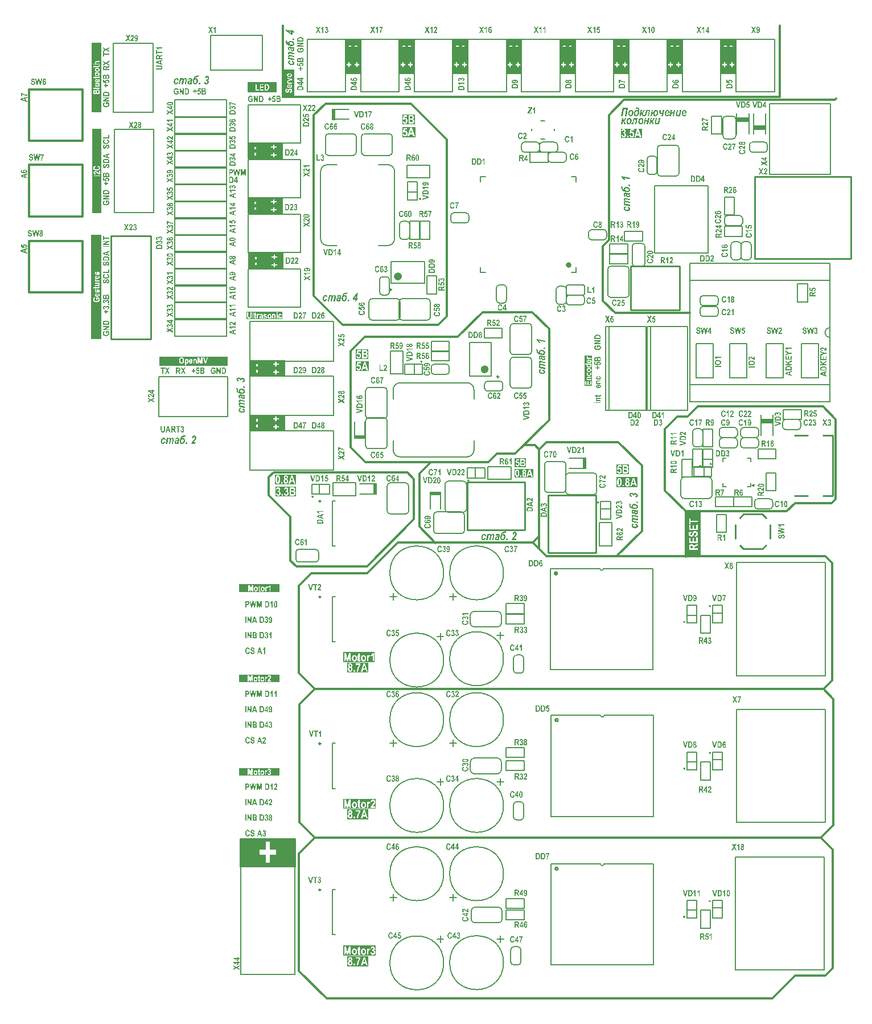
<source format=gto>
G04*
G04 #@! TF.GenerationSoftware,Altium Limited,Altium Designer,21.8.1 (53)*
G04*
G04 Layer_Color=65535*
%FSLAX44Y44*%
%MOMM*%
G71*
G04*
G04 #@! TF.SameCoordinates,B26C40CF-43AE-4B56-A471-EC5E2FB952F6*
G04*
G04*
G04 #@! TF.FilePolarity,Positive*
G04*
G01*
G75*
%ADD10C,0.2540*%
%ADD11C,0.2000*%
%ADD12C,0.2500*%
%ADD13C,0.6000*%
%ADD14C,0.4000*%
%ADD15C,0.3000*%
%ADD16C,0.1500*%
%ADD17R,1.7750X0.4750*%
%ADD18R,0.4750X1.7750*%
G36*
X451700Y1242833D02*
X475200D01*
Y1219300D01*
X451700D01*
Y1219233D01*
X422500D01*
Y1242933D01*
X451700D01*
Y1242833D01*
D02*
G37*
G36*
X204840Y1033000D02*
X189900D01*
Y1188000D01*
X204840D01*
Y1033000D01*
D02*
G37*
G36*
X478325Y896435D02*
X454200D01*
Y896251D01*
X425000D01*
Y919951D01*
X453875D01*
Y919968D01*
X478325D01*
Y896435D01*
D02*
G37*
G36*
X670888Y1450278D02*
X670788D01*
Y1426778D01*
X647255D01*
Y1450278D01*
X647188D01*
Y1479478D01*
X670888D01*
Y1450278D01*
D02*
G37*
G36*
X493000Y249000D02*
X412131D01*
Y289000D01*
X493000D01*
Y249000D01*
D02*
G37*
G36*
X330492Y1420719D02*
X330677Y1420682D01*
X330899Y1420608D01*
X331140Y1420515D01*
X331362Y1420367D01*
X331566Y1420182D01*
X331584Y1420163D01*
X331640Y1420089D01*
X331732Y1419960D01*
X331825Y1419775D01*
X331918Y1419552D01*
X332010Y1419293D01*
X332066Y1418978D01*
X332084Y1418627D01*
Y1418608D01*
Y1418534D01*
Y1418423D01*
X332066Y1418256D01*
X332047Y1418034D01*
X332010Y1417756D01*
X331955Y1417423D01*
X331899Y1417016D01*
X330955Y1411516D01*
X328955D01*
X329881Y1417034D01*
Y1417053D01*
Y1417071D01*
X329899Y1417127D01*
X329918Y1417201D01*
X329936Y1417367D01*
X329973Y1417571D01*
X330010Y1417775D01*
X330029Y1417960D01*
X330066Y1418108D01*
Y1418164D01*
Y1418201D01*
Y1418219D01*
Y1418256D01*
X330047Y1418330D01*
Y1418423D01*
X329973Y1418608D01*
X329936Y1418701D01*
X329862Y1418793D01*
Y1418812D01*
X329825Y1418830D01*
X329714Y1418904D01*
X329548Y1418978D01*
X329436Y1419015D01*
X329288D01*
X329196Y1418997D01*
X329066Y1418960D01*
X328881Y1418904D01*
X328677Y1418793D01*
X328455Y1418627D01*
X328344Y1418534D01*
X328214Y1418404D01*
X328103Y1418275D01*
X327992Y1418108D01*
X327974Y1418071D01*
X327955Y1418034D01*
X327918Y1417979D01*
X327881Y1417886D01*
X327826Y1417793D01*
X327770Y1417682D01*
X327714Y1417534D01*
X327659Y1417367D01*
X327603Y1417201D01*
X327529Y1416997D01*
X327474Y1416756D01*
X327400Y1416516D01*
X327344Y1416238D01*
X327270Y1415942D01*
X327214Y1415627D01*
X326511Y1411516D01*
X324511D01*
X325437Y1416960D01*
Y1416979D01*
Y1416997D01*
X325455Y1417108D01*
X325492Y1417275D01*
X325529Y1417460D01*
X325548Y1417682D01*
X325585Y1417867D01*
X325603Y1418053D01*
Y1418182D01*
Y1418201D01*
Y1418256D01*
X325585Y1418312D01*
Y1418404D01*
X325511Y1418608D01*
X325455Y1418701D01*
X325381Y1418793D01*
Y1418812D01*
X325344Y1418830D01*
X325233Y1418904D01*
X325066Y1418978D01*
X324955Y1419015D01*
X324770D01*
X324678Y1418997D01*
X324567Y1418960D01*
X324418Y1418904D01*
X324270Y1418830D01*
X324104Y1418738D01*
X323918Y1418589D01*
X323900Y1418571D01*
X323844Y1418515D01*
X323752Y1418423D01*
X323659Y1418293D01*
X323530Y1418108D01*
X323419Y1417904D01*
X323289Y1417664D01*
X323178Y1417386D01*
Y1417367D01*
X323141Y1417293D01*
X323122Y1417182D01*
X323067Y1416997D01*
X323011Y1416756D01*
X322937Y1416460D01*
X322863Y1416108D01*
X322826Y1415886D01*
X322789Y1415664D01*
X322067Y1411516D01*
X320067D01*
X321604Y1420552D01*
X323511D01*
X323326Y1419441D01*
X323344Y1419460D01*
X323382Y1419497D01*
X323437Y1419571D01*
X323511Y1419645D01*
X323622Y1419738D01*
X323752Y1419849D01*
X324030Y1420108D01*
X324381Y1420349D01*
X324789Y1420552D01*
X324992Y1420626D01*
X325215Y1420700D01*
X325455Y1420737D01*
X325678Y1420756D01*
X325752D01*
X325826Y1420737D01*
X325937D01*
X326066Y1420700D01*
X326214Y1420663D01*
X326363Y1420626D01*
X326529Y1420552D01*
X326696Y1420478D01*
X326863Y1420367D01*
X327011Y1420237D01*
X327159Y1420071D01*
X327289Y1419886D01*
X327418Y1419682D01*
X327511Y1419423D01*
X327566Y1419145D01*
X327585Y1419182D01*
X327640Y1419256D01*
X327733Y1419386D01*
X327863Y1419552D01*
X328029Y1419738D01*
X328214Y1419923D01*
X328437Y1420108D01*
X328696Y1420293D01*
X328733Y1420312D01*
X328825Y1420367D01*
X328974Y1420441D01*
X329159Y1420534D01*
X329381Y1420608D01*
X329640Y1420682D01*
X329899Y1420737D01*
X330177Y1420756D01*
X330325D01*
X330492Y1420719D01*
D02*
G37*
G36*
X362470Y1424015D02*
X362581D01*
X362711Y1423996D01*
X362989Y1423922D01*
X363322Y1423811D01*
X363674Y1423663D01*
X364007Y1423441D01*
X364174Y1423293D01*
X364322Y1423145D01*
X364340Y1423126D01*
X364359Y1423108D01*
X364396Y1423052D01*
X364451Y1422978D01*
X364507Y1422904D01*
X364581Y1422793D01*
X364729Y1422515D01*
X364877Y1422182D01*
X365007Y1421774D01*
X365099Y1421311D01*
X365136Y1421052D01*
Y1420775D01*
Y1420756D01*
Y1420737D01*
Y1420682D01*
Y1420608D01*
X365118Y1420423D01*
X365081Y1420182D01*
X365025Y1419904D01*
X364933Y1419608D01*
X364822Y1419293D01*
X364655Y1418997D01*
X364636Y1418960D01*
X364562Y1418867D01*
X364470Y1418738D01*
X364322Y1418571D01*
X364137Y1418386D01*
X363914Y1418201D01*
X363655Y1418034D01*
X363377Y1417886D01*
X363396Y1417867D01*
X363470Y1417812D01*
X363581Y1417738D01*
X363729Y1417608D01*
X363877Y1417460D01*
X364025Y1417293D01*
X364192Y1417071D01*
X364322Y1416849D01*
X364340Y1416812D01*
X364377Y1416738D01*
X364433Y1416608D01*
X364488Y1416442D01*
X364544Y1416219D01*
X364599Y1415979D01*
X364636Y1415701D01*
X364655Y1415405D01*
Y1415386D01*
Y1415349D01*
Y1415257D01*
X364636Y1415164D01*
Y1415034D01*
X364599Y1414886D01*
X364581Y1414701D01*
X364544Y1414516D01*
X364433Y1414108D01*
X364266Y1413664D01*
X364155Y1413423D01*
X364044Y1413201D01*
X363896Y1412961D01*
X363729Y1412738D01*
X363711Y1412720D01*
X363674Y1412683D01*
X363618Y1412609D01*
X363544Y1412516D01*
X363433Y1412405D01*
X363303Y1412294D01*
X363155Y1412164D01*
X362989Y1412035D01*
X362803Y1411886D01*
X362600Y1411757D01*
X362137Y1411535D01*
X361878Y1411442D01*
X361600Y1411368D01*
X361303Y1411331D01*
X361007Y1411313D01*
X360878D01*
X360803Y1411331D01*
X360692D01*
X360563Y1411368D01*
X360267Y1411424D01*
X359933Y1411535D01*
X359581Y1411683D01*
X359230Y1411905D01*
X359063Y1412035D01*
X358896Y1412183D01*
Y1412201D01*
X358859Y1412220D01*
X358822Y1412275D01*
X358767Y1412349D01*
X358693Y1412442D01*
X358619Y1412553D01*
X358526Y1412683D01*
X358452Y1412849D01*
X358359Y1413016D01*
X358267Y1413220D01*
X358174Y1413423D01*
X358100Y1413664D01*
X358026Y1413905D01*
X357952Y1414183D01*
X357896Y1414479D01*
X357859Y1414794D01*
X359767Y1415071D01*
Y1415053D01*
Y1415034D01*
X359785Y1414979D01*
Y1414905D01*
X359822Y1414738D01*
X359859Y1414516D01*
X359915Y1414294D01*
X359989Y1414072D01*
X360081Y1413849D01*
X360192Y1413683D01*
X360211Y1413664D01*
X360248Y1413627D01*
X360322Y1413571D01*
X360415Y1413497D01*
X360526Y1413423D01*
X360674Y1413368D01*
X360841Y1413331D01*
X361026Y1413312D01*
X361137D01*
X361267Y1413349D01*
X361415Y1413386D01*
X361600Y1413442D01*
X361785Y1413535D01*
X361970Y1413664D01*
X362155Y1413849D01*
X362174Y1413868D01*
X362229Y1413942D01*
X362303Y1414072D01*
X362396Y1414238D01*
X362470Y1414442D01*
X362544Y1414701D01*
X362600Y1414979D01*
X362618Y1415294D01*
Y1415312D01*
Y1415331D01*
Y1415423D01*
X362600Y1415571D01*
X362563Y1415738D01*
X362526Y1415942D01*
X362452Y1416145D01*
X362359Y1416349D01*
X362229Y1416516D01*
X362211Y1416534D01*
X362155Y1416590D01*
X362081Y1416664D01*
X361970Y1416738D01*
X361841Y1416812D01*
X361674Y1416886D01*
X361470Y1416942D01*
X361267Y1416960D01*
X361174D01*
X361063Y1416942D01*
X360952Y1416923D01*
X361285Y1418960D01*
X361489Y1418941D01*
X361618D01*
X361766Y1418960D01*
X361933Y1418997D01*
X362137Y1419052D01*
X362340Y1419145D01*
X362544Y1419256D01*
X362711Y1419404D01*
X362729Y1419423D01*
X362785Y1419497D01*
X362840Y1419608D01*
X362933Y1419756D01*
X363007Y1419960D01*
X363063Y1420182D01*
X363118Y1420460D01*
X363137Y1420775D01*
Y1420793D01*
Y1420867D01*
X363118Y1420978D01*
X363100Y1421126D01*
X363063Y1421274D01*
X363007Y1421423D01*
X362933Y1421589D01*
X362840Y1421719D01*
X362822Y1421737D01*
X362785Y1421774D01*
X362729Y1421830D01*
X362637Y1421904D01*
X362526Y1421960D01*
X362415Y1422015D01*
X362266Y1422052D01*
X362118Y1422071D01*
X362081D01*
X361970Y1422052D01*
X361803Y1421978D01*
X361711Y1421922D01*
X361600Y1421867D01*
X361489Y1421774D01*
X361378Y1421663D01*
X361267Y1421515D01*
X361174Y1421349D01*
X361063Y1421163D01*
X360970Y1420923D01*
X360878Y1420663D01*
X360803Y1420367D01*
X358970Y1420811D01*
Y1420830D01*
X358989Y1420886D01*
X359007Y1420960D01*
X359044Y1421052D01*
X359081Y1421182D01*
X359118Y1421311D01*
X359248Y1421645D01*
X359396Y1421997D01*
X359581Y1422367D01*
X359804Y1422719D01*
X360044Y1423033D01*
X360063Y1423052D01*
X360081Y1423071D01*
X360137Y1423126D01*
X360211Y1423182D01*
X360415Y1423348D01*
X360674Y1423533D01*
X360989Y1423719D01*
X361378Y1423885D01*
X361803Y1423996D01*
X362026Y1424015D01*
X362266Y1424033D01*
X362396D01*
X362470Y1424015D01*
D02*
G37*
G36*
X317012Y1420737D02*
X317123D01*
X317253Y1420719D01*
X317530Y1420663D01*
X317864Y1420552D01*
X318215Y1420404D01*
X318549Y1420219D01*
X318715Y1420089D01*
X318863Y1419941D01*
X318882D01*
X318901Y1419904D01*
X318993Y1419793D01*
X319123Y1419608D01*
X319289Y1419367D01*
X319456Y1419052D01*
X319604Y1418682D01*
X319715Y1418238D01*
X319789Y1417738D01*
X317882Y1417497D01*
Y1417516D01*
Y1417553D01*
X317864Y1417627D01*
X317845Y1417719D01*
X317789Y1417960D01*
X317678Y1418238D01*
X317530Y1418497D01*
X317327Y1418738D01*
X317197Y1418830D01*
X317049Y1418904D01*
X316882Y1418941D01*
X316697Y1418960D01*
X316623D01*
X316512Y1418941D01*
X316401Y1418904D01*
X316253Y1418867D01*
X316086Y1418793D01*
X315919Y1418682D01*
X315734Y1418553D01*
X315716Y1418534D01*
X315660Y1418478D01*
X315567Y1418367D01*
X315456Y1418219D01*
X315327Y1418015D01*
X315197Y1417775D01*
X315049Y1417460D01*
X314919Y1417108D01*
Y1417090D01*
X314901Y1417071D01*
X314882Y1417016D01*
X314864Y1416923D01*
X314845Y1416830D01*
X314808Y1416719D01*
X314753Y1416442D01*
X314697Y1416127D01*
X314642Y1415738D01*
X314605Y1415331D01*
X314586Y1414886D01*
Y1414849D01*
Y1414757D01*
X314605Y1414608D01*
X314623Y1414423D01*
X314660Y1414220D01*
X314716Y1414016D01*
X314790Y1413831D01*
X314901Y1413646D01*
X314919Y1413627D01*
X314956Y1413571D01*
X315030Y1413516D01*
X315123Y1413442D01*
X315234Y1413349D01*
X315364Y1413294D01*
X315512Y1413238D01*
X315679Y1413220D01*
X315753D01*
X315845Y1413238D01*
X315975Y1413275D01*
X316105Y1413312D01*
X316271Y1413386D01*
X316419Y1413497D01*
X316586Y1413627D01*
X316604Y1413646D01*
X316660Y1413701D01*
X316734Y1413812D01*
X316845Y1413942D01*
X316956Y1414127D01*
X317086Y1414349D01*
X317197Y1414608D01*
X317308Y1414923D01*
X319252Y1414534D01*
Y1414516D01*
X319234Y1414460D01*
X319197Y1414386D01*
X319160Y1414275D01*
X319104Y1414127D01*
X319049Y1413979D01*
X318882Y1413627D01*
X318678Y1413220D01*
X318438Y1412831D01*
X318141Y1412442D01*
X317975Y1412275D01*
X317808Y1412109D01*
X317789D01*
X317771Y1412072D01*
X317715Y1412035D01*
X317641Y1411979D01*
X317438Y1411850D01*
X317178Y1411720D01*
X316864Y1411572D01*
X316512Y1411442D01*
X316105Y1411349D01*
X315882Y1411331D01*
X315660Y1411313D01*
X315530D01*
X315438Y1411331D01*
X315308Y1411349D01*
X315179Y1411368D01*
X314864Y1411442D01*
X314512Y1411553D01*
X314123Y1411738D01*
X313938Y1411850D01*
X313753Y1411979D01*
X313586Y1412146D01*
X313420Y1412312D01*
Y1412331D01*
X313382Y1412368D01*
X313346Y1412424D01*
X313290Y1412498D01*
X313234Y1412609D01*
X313160Y1412720D01*
X313086Y1412868D01*
X313012Y1413053D01*
X312920Y1413238D01*
X312846Y1413442D01*
X312771Y1413683D01*
X312716Y1413942D01*
X312660Y1414220D01*
X312623Y1414516D01*
X312605Y1414831D01*
X312586Y1415164D01*
Y1415182D01*
Y1415238D01*
Y1415331D01*
X312605Y1415442D01*
Y1415590D01*
X312623Y1415757D01*
X312642Y1415942D01*
X312660Y1416145D01*
X312735Y1416608D01*
X312827Y1417108D01*
X312975Y1417608D01*
X313160Y1418108D01*
Y1418127D01*
X313179Y1418164D01*
X313216Y1418238D01*
X313271Y1418330D01*
X313327Y1418423D01*
X313401Y1418553D01*
X313568Y1418849D01*
X313790Y1419164D01*
X314068Y1419478D01*
X314364Y1419793D01*
X314716Y1420071D01*
X314734D01*
X314753Y1420108D01*
X314808Y1420126D01*
X314882Y1420182D01*
X315086Y1420293D01*
X315345Y1420423D01*
X315660Y1420534D01*
X316012Y1420645D01*
X316401Y1420719D01*
X316808Y1420756D01*
X316938D01*
X317012Y1420737D01*
D02*
G37*
G36*
X351749Y1411516D02*
X349786D01*
X350193Y1413868D01*
X352175D01*
X351749Y1411516D01*
D02*
G37*
G36*
X337436Y1420737D02*
X337547D01*
X337676Y1420719D01*
X337973Y1420663D01*
X338306Y1420589D01*
X338658Y1420460D01*
X338991Y1420293D01*
X339287Y1420071D01*
X339324Y1420034D01*
X339398Y1419941D01*
X339528Y1419793D01*
X339658Y1419608D01*
X339787Y1419349D01*
X339917Y1419034D01*
X339991Y1418682D01*
X340028Y1418293D01*
Y1418275D01*
Y1418219D01*
Y1418145D01*
Y1418053D01*
X340009Y1417923D01*
X339991Y1417775D01*
X339954Y1417460D01*
Y1417442D01*
X339935Y1417367D01*
X339917Y1417293D01*
Y1417219D01*
X339880Y1417127D01*
X339861Y1416997D01*
X339843Y1416868D01*
X339806Y1416682D01*
X339750Y1416497D01*
X339713Y1416275D01*
X339658Y1416016D01*
X339602Y1415738D01*
X339528Y1415423D01*
X339454Y1415071D01*
Y1415053D01*
X339435Y1414997D01*
X339417Y1414923D01*
X339398Y1414812D01*
X339361Y1414682D01*
X339343Y1414516D01*
X339269Y1414183D01*
X339195Y1413812D01*
X339139Y1413423D01*
X339102Y1413090D01*
X339084Y1412942D01*
Y1412812D01*
Y1412794D01*
Y1412701D01*
X339102Y1412590D01*
Y1412424D01*
X339139Y1412220D01*
X339176Y1412016D01*
X339213Y1411775D01*
X339287Y1411516D01*
X337287D01*
Y1411535D01*
X337269Y1411609D01*
X337250Y1411701D01*
X337213Y1411831D01*
X337195Y1411979D01*
X337176Y1412146D01*
X337139Y1412535D01*
X337121Y1412516D01*
X337065Y1412442D01*
X336973Y1412331D01*
X336862Y1412201D01*
X336713Y1412053D01*
X336547Y1411905D01*
X336362Y1411757D01*
X336158Y1411627D01*
X336139Y1411609D01*
X336065Y1411572D01*
X335954Y1411535D01*
X335806Y1411479D01*
X335639Y1411405D01*
X335454Y1411368D01*
X335251Y1411331D01*
X335047Y1411313D01*
X335010D01*
X334899Y1411331D01*
X334732Y1411349D01*
X334547Y1411405D01*
X334306Y1411479D01*
X334066Y1411609D01*
X333825Y1411775D01*
X333584Y1412016D01*
X333566Y1412053D01*
X333492Y1412146D01*
X333399Y1412312D01*
X333306Y1412535D01*
X333195Y1412794D01*
X333103Y1413127D01*
X333029Y1413497D01*
X333010Y1413923D01*
Y1413942D01*
Y1413979D01*
Y1414053D01*
X333029Y1414146D01*
Y1414257D01*
X333047Y1414405D01*
X333103Y1414701D01*
X333177Y1415034D01*
X333306Y1415386D01*
X333473Y1415738D01*
X333695Y1416034D01*
X333732Y1416071D01*
X333825Y1416145D01*
X333992Y1416275D01*
X334103Y1416349D01*
X334251Y1416423D01*
X334399Y1416497D01*
X334566Y1416590D01*
X334751Y1416664D01*
X334954Y1416738D01*
X335195Y1416793D01*
X335436Y1416849D01*
X335714Y1416904D01*
X336010Y1416942D01*
X336065D01*
X336139Y1416960D01*
X336250D01*
X336362Y1416979D01*
X336491Y1416997D01*
X336787Y1417034D01*
X337121Y1417090D01*
X337436Y1417145D01*
X337713Y1417219D01*
X337843Y1417256D01*
X337935Y1417293D01*
Y1417312D01*
X337954Y1417386D01*
X337991Y1417460D01*
X338010Y1417590D01*
X338065Y1417849D01*
X338084Y1418108D01*
Y1418127D01*
Y1418182D01*
X338065Y1418256D01*
X338047Y1418349D01*
X338010Y1418441D01*
X337973Y1418553D01*
X337898Y1418664D01*
X337806Y1418756D01*
X337787Y1418775D01*
X337750Y1418793D01*
X337695Y1418830D01*
X337602Y1418886D01*
X337491Y1418941D01*
X337361Y1418978D01*
X337213Y1418997D01*
X337047Y1419015D01*
X336954D01*
X336880Y1418997D01*
X336695Y1418960D01*
X336491Y1418886D01*
X336269Y1418775D01*
X336065Y1418589D01*
X335973Y1418478D01*
X335880Y1418330D01*
X335825Y1418182D01*
X335769Y1417997D01*
X333806Y1418219D01*
Y1418238D01*
X333825Y1418275D01*
X333843Y1418330D01*
X333880Y1418423D01*
X333955Y1418645D01*
X334084Y1418904D01*
X334251Y1419219D01*
X334454Y1419515D01*
X334714Y1419830D01*
X335010Y1420089D01*
X335028D01*
X335047Y1420126D01*
X335103Y1420145D01*
X335177Y1420201D01*
X335362Y1420293D01*
X335621Y1420423D01*
X335936Y1420552D01*
X336306Y1420645D01*
X336732Y1420719D01*
X337213Y1420756D01*
X337343D01*
X337436Y1420737D01*
D02*
G37*
G36*
X349305Y1424533D02*
Y1424496D01*
Y1424441D01*
X349286Y1424348D01*
X349268Y1424144D01*
X349249Y1423885D01*
X349194Y1423589D01*
X349138Y1423311D01*
X349064Y1423033D01*
X348971Y1422811D01*
X348953Y1422793D01*
X348916Y1422737D01*
X348860Y1422645D01*
X348768Y1422534D01*
X348657Y1422422D01*
X348527Y1422311D01*
X348360Y1422219D01*
X348175Y1422145D01*
X348157D01*
X348083Y1422126D01*
X347953Y1422108D01*
X347768Y1422071D01*
X347527Y1422052D01*
X347231Y1422015D01*
X346879Y1421997D01*
X346453Y1421978D01*
X346361D01*
X346287Y1421960D01*
X346083D01*
X345861Y1421922D01*
X345620Y1421886D01*
X345361Y1421848D01*
X345139Y1421793D01*
X344953Y1421719D01*
X344935D01*
X344879Y1421682D01*
X344805Y1421626D01*
X344694Y1421552D01*
X344565Y1421460D01*
X344435Y1421330D01*
X344305Y1421182D01*
X344157Y1420997D01*
X344139Y1420978D01*
X344102Y1420904D01*
X344027Y1420793D01*
X343953Y1420645D01*
X343842Y1420460D01*
X343731Y1420237D01*
X343620Y1419978D01*
X343509Y1419700D01*
X343528Y1419719D01*
X343546Y1419738D01*
X343602Y1419775D01*
X343676Y1419830D01*
X343879Y1419978D01*
X344139Y1420126D01*
X344435Y1420275D01*
X344768Y1420423D01*
X345139Y1420515D01*
X345324Y1420552D01*
X345639D01*
X345731Y1420534D01*
X345842Y1420515D01*
X345990Y1420497D01*
X346287Y1420423D01*
X346638Y1420293D01*
X346824Y1420201D01*
X347009Y1420089D01*
X347194Y1419960D01*
X347379Y1419830D01*
X347546Y1419645D01*
X347712Y1419460D01*
X347731Y1419441D01*
X347749Y1419404D01*
X347786Y1419349D01*
X347842Y1419256D01*
X347916Y1419164D01*
X347990Y1419034D01*
X348064Y1418867D01*
X348138Y1418701D01*
X348212Y1418497D01*
X348286Y1418275D01*
X348360Y1418053D01*
X348434Y1417793D01*
X348490Y1417516D01*
X348527Y1417219D01*
X348564Y1416904D01*
Y1416571D01*
Y1416553D01*
Y1416479D01*
Y1416367D01*
X348546Y1416201D01*
X348527Y1416016D01*
X348508Y1415793D01*
X348471Y1415553D01*
X348416Y1415294D01*
X348268Y1414701D01*
X348175Y1414386D01*
X348064Y1414072D01*
X347916Y1413757D01*
X347749Y1413442D01*
X347564Y1413146D01*
X347360Y1412849D01*
X347342Y1412831D01*
X347305Y1412775D01*
X347231Y1412701D01*
X347138Y1412609D01*
X347027Y1412498D01*
X346879Y1412368D01*
X346712Y1412220D01*
X346527Y1412090D01*
X346324Y1411942D01*
X346083Y1411794D01*
X345842Y1411664D01*
X345564Y1411553D01*
X345287Y1411461D01*
X344990Y1411387D01*
X344657Y1411331D01*
X344324Y1411313D01*
X344176D01*
X344064Y1411331D01*
X343935Y1411349D01*
X343768Y1411368D01*
X343416Y1411461D01*
X343009Y1411590D01*
X342805Y1411683D01*
X342602Y1411775D01*
X342398Y1411905D01*
X342194Y1412053D01*
X341991Y1412220D01*
X341805Y1412424D01*
X341787Y1412442D01*
X341768Y1412479D01*
X341713Y1412535D01*
X341657Y1412627D01*
X341583Y1412738D01*
X341509Y1412868D01*
X341435Y1413035D01*
X341343Y1413220D01*
X341250Y1413423D01*
X341176Y1413646D01*
X341102Y1413886D01*
X341028Y1414164D01*
X340972Y1414442D01*
X340917Y1414757D01*
X340898Y1415071D01*
X340880Y1415423D01*
Y1415442D01*
Y1415497D01*
Y1415590D01*
X340898Y1415719D01*
Y1415868D01*
X340917Y1416053D01*
X340935Y1416256D01*
X340954Y1416497D01*
X340991Y1416756D01*
X341028Y1417034D01*
X341120Y1417627D01*
X341269Y1418275D01*
X341454Y1418960D01*
Y1418978D01*
X341472Y1419034D01*
X341509Y1419145D01*
X341565Y1419275D01*
X341620Y1419423D01*
X341676Y1419608D01*
X341768Y1419812D01*
X341861Y1420034D01*
X342065Y1420515D01*
X342305Y1421015D01*
X342565Y1421534D01*
X342861Y1421997D01*
X342879Y1422015D01*
X342898Y1422052D01*
X342935Y1422108D01*
X343009Y1422182D01*
X343176Y1422404D01*
X343379Y1422645D01*
X343620Y1422904D01*
X343898Y1423163D01*
X344194Y1423385D01*
X344342Y1423478D01*
X344490Y1423552D01*
X344509D01*
X344528Y1423571D01*
X344639Y1423607D01*
X344805Y1423663D01*
X345046Y1423737D01*
X345324Y1423793D01*
X345657Y1423848D01*
X346027Y1423904D01*
X346435Y1423922D01*
X346620D01*
X346805Y1423941D01*
X347027Y1423959D01*
X347249D01*
X347453Y1423978D01*
X347620Y1424015D01*
X347694D01*
X347731Y1424033D01*
X347749Y1424052D01*
X347786Y1424089D01*
X347823Y1424126D01*
X347860Y1424200D01*
X347879Y1424293D01*
X347916Y1424404D01*
X347934Y1424552D01*
X349305D01*
Y1424533D01*
D02*
G37*
G36*
X478325Y977833D02*
X454200D01*
Y977650D01*
X425000D01*
Y1001350D01*
X453875D01*
Y1001367D01*
X478325D01*
Y977833D01*
D02*
G37*
G36*
X452657Y1160710D02*
X476157D01*
Y1137177D01*
X452657D01*
Y1137110D01*
X423457D01*
Y1160810D01*
X452657D01*
Y1160710D01*
D02*
G37*
G36*
X409464Y975899D02*
X409704Y975862D01*
X409982Y975806D01*
X410278Y975714D01*
X410593Y975602D01*
X410890Y975436D01*
X410927Y975417D01*
X411019Y975343D01*
X411149Y975251D01*
X411315Y975103D01*
X411501Y974917D01*
X411686Y974695D01*
X411852Y974436D01*
X412001Y974158D01*
X412019Y974177D01*
X412075Y974251D01*
X412149Y974362D01*
X412278Y974510D01*
X412426Y974658D01*
X412593Y974806D01*
X412815Y974973D01*
X413037Y975103D01*
X413074Y975121D01*
X413148Y975158D01*
X413278Y975214D01*
X413445Y975269D01*
X413667Y975325D01*
X413908Y975380D01*
X414185Y975417D01*
X414482Y975436D01*
X414500D01*
X414537D01*
X414630D01*
X414722Y975417D01*
X414852D01*
X415000Y975380D01*
X415185Y975362D01*
X415370Y975325D01*
X415778Y975214D01*
X416222Y975047D01*
X416463Y974936D01*
X416685Y974825D01*
X416926Y974677D01*
X417148Y974510D01*
X417167Y974492D01*
X417204Y974454D01*
X417278Y974399D01*
X417370Y974325D01*
X417481Y974214D01*
X417593Y974084D01*
X417722Y973936D01*
X417852Y973769D01*
X418000Y973584D01*
X418130Y973381D01*
X418352Y972918D01*
X418444Y972658D01*
X418518Y972381D01*
X418555Y972084D01*
X418574Y971788D01*
Y971658D01*
X418555Y971584D01*
Y971473D01*
X418518Y971344D01*
X418463Y971048D01*
X418352Y970714D01*
X418204Y970362D01*
X417981Y970011D01*
X417852Y969844D01*
X417704Y969677D01*
X417685D01*
X417667Y969640D01*
X417611Y969603D01*
X417537Y969548D01*
X417444Y969473D01*
X417333Y969399D01*
X417204Y969307D01*
X417037Y969233D01*
X416870Y969140D01*
X416667Y969048D01*
X416463Y968955D01*
X416222Y968881D01*
X415981Y968807D01*
X415704Y968733D01*
X415407Y968677D01*
X415093Y968640D01*
X414815Y970547D01*
X414833D01*
X414852D01*
X414908Y970566D01*
X414982D01*
X415148Y970603D01*
X415370Y970640D01*
X415593Y970696D01*
X415815Y970770D01*
X416037Y970862D01*
X416204Y970973D01*
X416222Y970992D01*
X416259Y971029D01*
X416315Y971103D01*
X416389Y971196D01*
X416463Y971307D01*
X416519Y971455D01*
X416556Y971621D01*
X416574Y971807D01*
Y971918D01*
X416537Y972047D01*
X416500Y972196D01*
X416445Y972381D01*
X416352Y972566D01*
X416222Y972751D01*
X416037Y972936D01*
X416019Y972955D01*
X415945Y973010D01*
X415815Y973084D01*
X415648Y973177D01*
X415445Y973251D01*
X415185Y973325D01*
X414908Y973381D01*
X414593Y973399D01*
X414574D01*
X414556D01*
X414463D01*
X414315Y973381D01*
X414148Y973344D01*
X413945Y973307D01*
X413741Y973232D01*
X413537Y973140D01*
X413371Y973010D01*
X413352Y972992D01*
X413297Y972936D01*
X413223Y972862D01*
X413148Y972751D01*
X413074Y972621D01*
X413000Y972455D01*
X412945Y972251D01*
X412926Y972047D01*
Y971955D01*
X412945Y971844D01*
X412963Y971733D01*
X410927Y972066D01*
X410945Y972270D01*
Y972399D01*
X410927Y972547D01*
X410890Y972714D01*
X410834Y972918D01*
X410741Y973121D01*
X410630Y973325D01*
X410482Y973492D01*
X410464Y973510D01*
X410390Y973566D01*
X410278Y973621D01*
X410130Y973714D01*
X409927Y973788D01*
X409704Y973844D01*
X409427Y973899D01*
X409112Y973917D01*
X409093D01*
X409019D01*
X408908Y973899D01*
X408760Y973880D01*
X408612Y973844D01*
X408464Y973788D01*
X408297Y973714D01*
X408167Y973621D01*
X408149Y973603D01*
X408112Y973566D01*
X408056Y973510D01*
X407982Y973418D01*
X407927Y973307D01*
X407871Y973195D01*
X407834Y973047D01*
X407816Y972899D01*
Y972862D01*
X407834Y972751D01*
X407908Y972584D01*
X407964Y972492D01*
X408019Y972381D01*
X408112Y972270D01*
X408223Y972159D01*
X408371Y972047D01*
X408538Y971955D01*
X408723Y971844D01*
X408964Y971751D01*
X409223Y971658D01*
X409519Y971584D01*
X409075Y969751D01*
X409056D01*
X409001Y969770D01*
X408927Y969788D01*
X408834Y969825D01*
X408704Y969862D01*
X408575Y969899D01*
X408242Y970029D01*
X407890Y970177D01*
X407519Y970362D01*
X407168Y970584D01*
X406853Y970825D01*
X406834Y970844D01*
X406816Y970862D01*
X406760Y970918D01*
X406705Y970992D01*
X406538Y971196D01*
X406353Y971455D01*
X406168Y971770D01*
X406001Y972159D01*
X405890Y972584D01*
X405872Y972806D01*
X405853Y973047D01*
Y973177D01*
X405872Y973251D01*
Y973362D01*
X405890Y973492D01*
X405964Y973769D01*
X406075Y974103D01*
X406223Y974454D01*
X406446Y974788D01*
X406594Y974955D01*
X406742Y975103D01*
X406760Y975121D01*
X406779Y975140D01*
X406834Y975177D01*
X406908Y975232D01*
X406982Y975288D01*
X407094Y975362D01*
X407371Y975510D01*
X407705Y975658D01*
X408112Y975788D01*
X408575Y975880D01*
X408834Y975917D01*
X409112D01*
X409130D01*
X409149D01*
X409204D01*
X409278D01*
X409464Y975899D01*
D02*
G37*
G36*
X418370Y962530D02*
Y960567D01*
X416019Y960974D01*
Y962956D01*
X418370Y962530D01*
D02*
G37*
G36*
X405538Y960067D02*
X405742Y960049D01*
X406001Y960030D01*
X406297Y959975D01*
X406575Y959919D01*
X406853Y959845D01*
X407075Y959752D01*
X407094Y959734D01*
X407149Y959697D01*
X407242Y959641D01*
X407353Y959549D01*
X407464Y959438D01*
X407575Y959308D01*
X407668Y959141D01*
X407742Y958956D01*
Y958938D01*
X407760Y958864D01*
X407779Y958734D01*
X407816Y958549D01*
X407834Y958308D01*
X407871Y958012D01*
X407890Y957660D01*
X407908Y957234D01*
Y957141D01*
X407927Y957067D01*
Y956864D01*
X407964Y956641D01*
X408001Y956401D01*
X408038Y956142D01*
X408093Y955919D01*
X408167Y955734D01*
Y955716D01*
X408205Y955660D01*
X408260Y955586D01*
X408334Y955475D01*
X408427Y955345D01*
X408556Y955216D01*
X408704Y955086D01*
X408890Y954938D01*
X408908Y954920D01*
X408982Y954883D01*
X409093Y954808D01*
X409241Y954734D01*
X409427Y954623D01*
X409649Y954512D01*
X409908Y954401D01*
X410186Y954290D01*
X410167Y954308D01*
X410149Y954327D01*
X410112Y954382D01*
X410056Y954457D01*
X409908Y954660D01*
X409760Y954920D01*
X409612Y955216D01*
X409464Y955549D01*
X409371Y955919D01*
X409334Y956105D01*
Y956419D01*
X409353Y956512D01*
X409371Y956623D01*
X409390Y956771D01*
X409464Y957067D01*
X409593Y957419D01*
X409686Y957604D01*
X409797Y957790D01*
X409927Y957975D01*
X410056Y958160D01*
X410241Y958327D01*
X410427Y958493D01*
X410445Y958512D01*
X410482Y958530D01*
X410538Y958567D01*
X410630Y958623D01*
X410723Y958697D01*
X410852Y958771D01*
X411019Y958845D01*
X411186Y958919D01*
X411389Y958993D01*
X411612Y959067D01*
X411834Y959141D01*
X412093Y959215D01*
X412371Y959271D01*
X412667Y959308D01*
X412982Y959345D01*
X413315D01*
X413334D01*
X413408D01*
X413519D01*
X413685Y959326D01*
X413871Y959308D01*
X414093Y959289D01*
X414334Y959252D01*
X414593Y959197D01*
X415185Y959049D01*
X415500Y958956D01*
X415815Y958845D01*
X416130Y958697D01*
X416445Y958530D01*
X416741Y958345D01*
X417037Y958141D01*
X417056Y958123D01*
X417111Y958086D01*
X417185Y958012D01*
X417278Y957919D01*
X417389Y957808D01*
X417518Y957660D01*
X417667Y957493D01*
X417796Y957308D01*
X417944Y957104D01*
X418092Y956864D01*
X418222Y956623D01*
X418333Y956345D01*
X418426Y956068D01*
X418500Y955771D01*
X418555Y955438D01*
X418574Y955105D01*
Y954957D01*
X418555Y954845D01*
X418537Y954716D01*
X418518Y954549D01*
X418426Y954197D01*
X418296Y953790D01*
X418204Y953586D01*
X418111Y953383D01*
X417981Y953179D01*
X417833Y952975D01*
X417667Y952772D01*
X417463Y952586D01*
X417444Y952568D01*
X417407Y952549D01*
X417352Y952494D01*
X417259Y952438D01*
X417148Y952364D01*
X417019Y952290D01*
X416852Y952216D01*
X416667Y952123D01*
X416463Y952031D01*
X416241Y951957D01*
X416000Y951883D01*
X415722Y951809D01*
X415445Y951753D01*
X415130Y951698D01*
X414815Y951679D01*
X414463Y951661D01*
X414445D01*
X414389D01*
X414296D01*
X414167Y951679D01*
X414019D01*
X413834Y951698D01*
X413630Y951716D01*
X413389Y951735D01*
X413130Y951772D01*
X412852Y951809D01*
X412260Y951901D01*
X411612Y952049D01*
X410927Y952235D01*
X410908D01*
X410852Y952253D01*
X410741Y952290D01*
X410612Y952346D01*
X410464Y952401D01*
X410278Y952457D01*
X410075Y952549D01*
X409852Y952642D01*
X409371Y952846D01*
X408871Y953086D01*
X408353Y953346D01*
X407890Y953642D01*
X407871Y953660D01*
X407834Y953679D01*
X407779Y953716D01*
X407705Y953790D01*
X407482Y953957D01*
X407242Y954160D01*
X406982Y954401D01*
X406723Y954679D01*
X406501Y954975D01*
X406409Y955123D01*
X406334Y955271D01*
Y955290D01*
X406316Y955308D01*
X406279Y955419D01*
X406223Y955586D01*
X406149Y955827D01*
X406094Y956105D01*
X406038Y956438D01*
X405983Y956808D01*
X405964Y957216D01*
Y957401D01*
X405946Y957586D01*
X405927Y957808D01*
Y958030D01*
X405909Y958234D01*
X405872Y958401D01*
Y958475D01*
X405853Y958512D01*
X405834Y958530D01*
X405797Y958567D01*
X405760Y958604D01*
X405686Y958641D01*
X405594Y958660D01*
X405483Y958697D01*
X405335Y958715D01*
Y960086D01*
X405353D01*
X405390D01*
X405446D01*
X405538Y960067D01*
D02*
G37*
G36*
X411963Y950790D02*
X412112Y950772D01*
X412426Y950735D01*
X412445D01*
X412519Y950716D01*
X412593Y950698D01*
X412667D01*
X412760Y950661D01*
X412889Y950642D01*
X413019Y950624D01*
X413204Y950587D01*
X413389Y950531D01*
X413611Y950494D01*
X413871Y950439D01*
X414148Y950383D01*
X414463Y950309D01*
X414815Y950235D01*
X414833D01*
X414889Y950216D01*
X414963Y950198D01*
X415074Y950179D01*
X415204Y950142D01*
X415370Y950124D01*
X415704Y950050D01*
X416074Y949976D01*
X416463Y949920D01*
X416796Y949883D01*
X416944Y949865D01*
X417074D01*
X417093D01*
X417185D01*
X417296Y949883D01*
X417463D01*
X417667Y949920D01*
X417870Y949957D01*
X418111Y949994D01*
X418370Y950068D01*
Y948068D01*
X418352D01*
X418278Y948050D01*
X418185Y948031D01*
X418055Y947994D01*
X417907Y947976D01*
X417741Y947957D01*
X417352Y947920D01*
X417370Y947902D01*
X417444Y947846D01*
X417556Y947754D01*
X417685Y947643D01*
X417833Y947494D01*
X417981Y947328D01*
X418130Y947142D01*
X418259Y946939D01*
X418278Y946920D01*
X418315Y946846D01*
X418352Y946735D01*
X418407Y946587D01*
X418481Y946420D01*
X418518Y946235D01*
X418555Y946031D01*
X418574Y945828D01*
Y945791D01*
X418555Y945680D01*
X418537Y945513D01*
X418481Y945328D01*
X418407Y945087D01*
X418278Y944846D01*
X418111Y944606D01*
X417870Y944365D01*
X417833Y944346D01*
X417741Y944273D01*
X417574Y944180D01*
X417352Y944087D01*
X417093Y943976D01*
X416759Y943884D01*
X416389Y943810D01*
X415963Y943791D01*
X415945D01*
X415908D01*
X415833D01*
X415741Y943810D01*
X415630D01*
X415482Y943828D01*
X415185Y943884D01*
X414852Y943958D01*
X414500Y944087D01*
X414148Y944254D01*
X413852Y944476D01*
X413815Y944513D01*
X413741Y944606D01*
X413611Y944772D01*
X413537Y944883D01*
X413463Y945032D01*
X413389Y945180D01*
X413297Y945346D01*
X413223Y945532D01*
X413148Y945735D01*
X413093Y945976D01*
X413037Y946217D01*
X412982Y946494D01*
X412945Y946791D01*
Y946846D01*
X412926Y946920D01*
Y947031D01*
X412908Y947142D01*
X412889Y947272D01*
X412852Y947568D01*
X412797Y947902D01*
X412741Y948216D01*
X412667Y948494D01*
X412630Y948624D01*
X412593Y948716D01*
X412575D01*
X412500Y948735D01*
X412426Y948772D01*
X412297Y948791D01*
X412038Y948846D01*
X411778Y948865D01*
X411760D01*
X411704D01*
X411630Y948846D01*
X411538Y948828D01*
X411445Y948791D01*
X411334Y948754D01*
X411223Y948679D01*
X411130Y948587D01*
X411112Y948568D01*
X411093Y948531D01*
X411056Y948476D01*
X411001Y948383D01*
X410945Y948272D01*
X410908Y948142D01*
X410890Y947994D01*
X410871Y947828D01*
Y947735D01*
X410890Y947661D01*
X410927Y947476D01*
X411001Y947272D01*
X411112Y947050D01*
X411297Y946846D01*
X411408Y946754D01*
X411556Y946661D01*
X411704Y946606D01*
X411889Y946550D01*
X411667Y944587D01*
X411649D01*
X411612Y944606D01*
X411556Y944624D01*
X411464Y944661D01*
X411241Y944735D01*
X410982Y944865D01*
X410667Y945032D01*
X410371Y945235D01*
X410056Y945495D01*
X409797Y945791D01*
Y945809D01*
X409760Y945828D01*
X409741Y945883D01*
X409686Y945957D01*
X409593Y946143D01*
X409464Y946402D01*
X409334Y946717D01*
X409241Y947087D01*
X409167Y947513D01*
X409130Y947994D01*
Y948124D01*
X409149Y948216D01*
Y948328D01*
X409167Y948457D01*
X409223Y948754D01*
X409297Y949087D01*
X409427Y949439D01*
X409593Y949772D01*
X409815Y950068D01*
X409852Y950105D01*
X409945Y950179D01*
X410093Y950309D01*
X410278Y950439D01*
X410538Y950568D01*
X410852Y950698D01*
X411204Y950772D01*
X411593Y950809D01*
X411612D01*
X411667D01*
X411741D01*
X411834D01*
X411963Y950790D01*
D02*
G37*
G36*
X411630Y942847D02*
X411852Y942828D01*
X412130Y942791D01*
X412463Y942736D01*
X412871Y942680D01*
X418370Y941736D01*
Y939736D01*
X412852Y940662D01*
X412834D01*
X412815D01*
X412760Y940680D01*
X412686Y940699D01*
X412519Y940717D01*
X412315Y940754D01*
X412112Y940791D01*
X411926Y940810D01*
X411778Y940847D01*
X411723D01*
X411686D01*
X411667D01*
X411630D01*
X411556Y940828D01*
X411464D01*
X411278Y940754D01*
X411186Y940717D01*
X411093Y940643D01*
X411075D01*
X411056Y940606D01*
X410982Y940495D01*
X410908Y940328D01*
X410871Y940217D01*
Y940069D01*
X410890Y939977D01*
X410927Y939847D01*
X410982Y939662D01*
X411093Y939458D01*
X411260Y939236D01*
X411352Y939125D01*
X411482Y938995D01*
X411612Y938884D01*
X411778Y938773D01*
X411815Y938755D01*
X411852Y938736D01*
X411908Y938699D01*
X412001Y938662D01*
X412093Y938606D01*
X412204Y938551D01*
X412352Y938495D01*
X412519Y938440D01*
X412686Y938384D01*
X412889Y938310D01*
X413130Y938255D01*
X413371Y938180D01*
X413648Y938125D01*
X413945Y938051D01*
X414259Y937995D01*
X418370Y937292D01*
Y935292D01*
X412926Y936218D01*
X412908D01*
X412889D01*
X412778Y936236D01*
X412612Y936273D01*
X412426Y936310D01*
X412204Y936329D01*
X412019Y936366D01*
X411834Y936384D01*
X411704D01*
X411686D01*
X411630D01*
X411575Y936366D01*
X411482D01*
X411278Y936292D01*
X411186Y936236D01*
X411093Y936162D01*
X411075D01*
X411056Y936125D01*
X410982Y936014D01*
X410908Y935847D01*
X410871Y935736D01*
Y935551D01*
X410890Y935459D01*
X410927Y935348D01*
X410982Y935199D01*
X411056Y935051D01*
X411149Y934884D01*
X411297Y934699D01*
X411315Y934681D01*
X411371Y934625D01*
X411464Y934533D01*
X411593Y934440D01*
X411778Y934311D01*
X411982Y934199D01*
X412223Y934070D01*
X412500Y933959D01*
X412519D01*
X412593Y933922D01*
X412704Y933903D01*
X412889Y933848D01*
X413130Y933792D01*
X413426Y933718D01*
X413778Y933644D01*
X414000Y933607D01*
X414222Y933570D01*
X418370Y932848D01*
Y930848D01*
X409334Y932385D01*
Y934292D01*
X410445Y934107D01*
X410427Y934125D01*
X410390Y934162D01*
X410316Y934218D01*
X410241Y934292D01*
X410149Y934403D01*
X410038Y934533D01*
X409779Y934810D01*
X409538Y935162D01*
X409334Y935570D01*
X409260Y935773D01*
X409186Y935995D01*
X409149Y936236D01*
X409130Y936459D01*
Y936533D01*
X409149Y936607D01*
Y936718D01*
X409186Y936847D01*
X409223Y936995D01*
X409260Y937144D01*
X409334Y937310D01*
X409408Y937477D01*
X409519Y937644D01*
X409649Y937792D01*
X409815Y937940D01*
X410001Y938069D01*
X410204Y938199D01*
X410464Y938292D01*
X410741Y938347D01*
X410704Y938366D01*
X410630Y938421D01*
X410501Y938514D01*
X410334Y938643D01*
X410149Y938810D01*
X409964Y938995D01*
X409779Y939217D01*
X409593Y939477D01*
X409575Y939514D01*
X409519Y939606D01*
X409445Y939754D01*
X409353Y939940D01*
X409278Y940162D01*
X409204Y940421D01*
X409149Y940680D01*
X409130Y940958D01*
Y941106D01*
X409167Y941273D01*
X409204Y941458D01*
X409278Y941680D01*
X409371Y941921D01*
X409519Y942143D01*
X409704Y942347D01*
X409723Y942365D01*
X409797Y942421D01*
X409927Y942513D01*
X410112Y942606D01*
X410334Y942699D01*
X410593Y942791D01*
X410908Y942847D01*
X411260Y942865D01*
X411278D01*
X411352D01*
X411464D01*
X411630Y942847D01*
D02*
G37*
G36*
X412389Y928663D02*
X412371D01*
X412334D01*
X412260Y928644D01*
X412167Y928626D01*
X411926Y928570D01*
X411649Y928459D01*
X411389Y928311D01*
X411149Y928108D01*
X411056Y927978D01*
X410982Y927830D01*
X410945Y927663D01*
X410927Y927478D01*
Y927404D01*
X410945Y927293D01*
X410982Y927182D01*
X411019Y927033D01*
X411093Y926867D01*
X411204Y926700D01*
X411334Y926515D01*
X411352Y926497D01*
X411408Y926441D01*
X411519Y926348D01*
X411667Y926237D01*
X411871Y926108D01*
X412112Y925978D01*
X412426Y925830D01*
X412778Y925700D01*
X412797D01*
X412815Y925682D01*
X412871Y925663D01*
X412963Y925645D01*
X413056Y925626D01*
X413167Y925589D01*
X413445Y925534D01*
X413759Y925478D01*
X414148Y925423D01*
X414556Y925386D01*
X415000Y925367D01*
X415037D01*
X415130D01*
X415278Y925386D01*
X415463Y925404D01*
X415667Y925441D01*
X415870Y925497D01*
X416056Y925571D01*
X416241Y925682D01*
X416259Y925700D01*
X416315Y925737D01*
X416370Y925811D01*
X416445Y925904D01*
X416537Y926015D01*
X416593Y926145D01*
X416648Y926293D01*
X416667Y926460D01*
Y926534D01*
X416648Y926626D01*
X416611Y926756D01*
X416574Y926885D01*
X416500Y927052D01*
X416389Y927200D01*
X416259Y927367D01*
X416241Y927385D01*
X416185Y927441D01*
X416074Y927515D01*
X415945Y927626D01*
X415759Y927737D01*
X415537Y927867D01*
X415278Y927978D01*
X414963Y928089D01*
X415352Y930033D01*
X415370D01*
X415426Y930015D01*
X415500Y929978D01*
X415611Y929941D01*
X415759Y929885D01*
X415908Y929829D01*
X416259Y929663D01*
X416667Y929459D01*
X417056Y929219D01*
X417444Y928922D01*
X417611Y928755D01*
X417778Y928589D01*
Y928570D01*
X417815Y928552D01*
X417852Y928496D01*
X417907Y928422D01*
X418037Y928219D01*
X418167Y927959D01*
X418315Y927645D01*
X418444Y927293D01*
X418537Y926885D01*
X418555Y926663D01*
X418574Y926441D01*
Y926311D01*
X418555Y926219D01*
X418537Y926089D01*
X418518Y925959D01*
X418444Y925645D01*
X418333Y925293D01*
X418148Y924904D01*
X418037Y924719D01*
X417907Y924534D01*
X417741Y924367D01*
X417574Y924201D01*
X417556D01*
X417518Y924163D01*
X417463Y924126D01*
X417389Y924071D01*
X417278Y924015D01*
X417167Y923941D01*
X417019Y923867D01*
X416833Y923793D01*
X416648Y923700D01*
X416445Y923626D01*
X416204Y923552D01*
X415945Y923497D01*
X415667Y923441D01*
X415370Y923404D01*
X415056Y923386D01*
X414722Y923367D01*
X414704D01*
X414648D01*
X414556D01*
X414445Y923386D01*
X414296D01*
X414130Y923404D01*
X413945Y923423D01*
X413741Y923441D01*
X413278Y923515D01*
X412778Y923608D01*
X412278Y923756D01*
X411778Y923941D01*
X411760D01*
X411723Y923960D01*
X411649Y923997D01*
X411556Y924052D01*
X411464Y924108D01*
X411334Y924182D01*
X411038Y924349D01*
X410723Y924571D01*
X410408Y924848D01*
X410093Y925145D01*
X409815Y925497D01*
Y925515D01*
X409779Y925534D01*
X409760Y925589D01*
X409704Y925663D01*
X409593Y925867D01*
X409464Y926126D01*
X409353Y926441D01*
X409241Y926793D01*
X409167Y927182D01*
X409130Y927589D01*
Y927719D01*
X409149Y927793D01*
Y927904D01*
X409167Y928033D01*
X409223Y928311D01*
X409334Y928644D01*
X409482Y928996D01*
X409667Y929330D01*
X409797Y929496D01*
X409945Y929644D01*
Y929663D01*
X409982Y929681D01*
X410093Y929774D01*
X410278Y929904D01*
X410519Y930070D01*
X410834Y930237D01*
X411204Y930385D01*
X411649Y930496D01*
X412149Y930570D01*
X412389Y928663D01*
D02*
G37*
G36*
X991036Y1272643D02*
Y1270643D01*
X982388Y1272124D01*
X982407Y1272106D01*
X982481Y1272013D01*
X982574Y1271884D01*
X982685Y1271717D01*
X982833Y1271495D01*
X982981Y1271254D01*
X983148Y1270976D01*
X983296Y1270680D01*
X983314Y1270643D01*
X983370Y1270551D01*
X983425Y1270384D01*
X983518Y1270199D01*
X983611Y1269958D01*
X983703Y1269717D01*
X983796Y1269458D01*
X983870Y1269217D01*
X981685Y1269588D01*
X981666Y1269625D01*
X981629Y1269699D01*
X981537Y1269828D01*
X981444Y1270014D01*
X981314Y1270236D01*
X981148Y1270477D01*
X980981Y1270754D01*
X980778Y1271069D01*
X980537Y1271384D01*
X980296Y1271699D01*
X980037Y1272032D01*
X979759Y1272365D01*
X979148Y1273013D01*
X978815Y1273310D01*
X978481Y1273587D01*
Y1274809D01*
X991036Y1272643D01*
D02*
G37*
G36*
Y1262163D02*
Y1260200D01*
X988684Y1260607D01*
Y1262589D01*
X991036Y1262163D01*
D02*
G37*
G36*
X978204Y1259700D02*
X978407Y1259681D01*
X978667Y1259663D01*
X978963Y1259607D01*
X979241Y1259552D01*
X979518Y1259478D01*
X979741Y1259385D01*
X979759Y1259367D01*
X979815Y1259330D01*
X979907Y1259274D01*
X980018Y1259181D01*
X980129Y1259070D01*
X980240Y1258941D01*
X980333Y1258774D01*
X980407Y1258589D01*
Y1258570D01*
X980426Y1258496D01*
X980444Y1258367D01*
X980481Y1258182D01*
X980500Y1257941D01*
X980537Y1257645D01*
X980555Y1257293D01*
X980574Y1256867D01*
Y1256774D01*
X980592Y1256700D01*
Y1256497D01*
X980629Y1256274D01*
X980666Y1256034D01*
X980703Y1255774D01*
X980759Y1255552D01*
X980833Y1255367D01*
Y1255349D01*
X980870Y1255293D01*
X980926Y1255219D01*
X981000Y1255108D01*
X981092Y1254978D01*
X981222Y1254848D01*
X981370Y1254719D01*
X981555Y1254571D01*
X981574Y1254552D01*
X981648Y1254515D01*
X981759Y1254441D01*
X981907Y1254367D01*
X982092Y1254256D01*
X982314Y1254145D01*
X982574Y1254034D01*
X982851Y1253923D01*
X982833Y1253941D01*
X982814Y1253960D01*
X982777Y1254015D01*
X982722Y1254089D01*
X982574Y1254293D01*
X982426Y1254552D01*
X982277Y1254848D01*
X982129Y1255182D01*
X982037Y1255552D01*
X982000Y1255737D01*
Y1256052D01*
X982018Y1256145D01*
X982037Y1256256D01*
X982055Y1256404D01*
X982129Y1256700D01*
X982259Y1257052D01*
X982351Y1257237D01*
X982462Y1257422D01*
X982592Y1257607D01*
X982722Y1257793D01*
X982907Y1257959D01*
X983092Y1258126D01*
X983111Y1258145D01*
X983148Y1258163D01*
X983203Y1258200D01*
X983296Y1258256D01*
X983388Y1258330D01*
X983518Y1258404D01*
X983685Y1258478D01*
X983851Y1258552D01*
X984055Y1258626D01*
X984277Y1258700D01*
X984499Y1258774D01*
X984759Y1258848D01*
X985036Y1258904D01*
X985333Y1258941D01*
X985647Y1258978D01*
X985981D01*
X985999D01*
X986073D01*
X986184D01*
X986351Y1258959D01*
X986536Y1258941D01*
X986758Y1258922D01*
X986999Y1258885D01*
X987258Y1258830D01*
X987851Y1258681D01*
X988166Y1258589D01*
X988480Y1258478D01*
X988795Y1258330D01*
X989110Y1258163D01*
X989406Y1257978D01*
X989703Y1257774D01*
X989721Y1257756D01*
X989777Y1257719D01*
X989851Y1257645D01*
X989943Y1257552D01*
X990054Y1257441D01*
X990184Y1257293D01*
X990332Y1257126D01*
X990462Y1256941D01*
X990610Y1256737D01*
X990758Y1256497D01*
X990888Y1256256D01*
X990999Y1255978D01*
X991091Y1255700D01*
X991165Y1255404D01*
X991221Y1255071D01*
X991239Y1254737D01*
Y1254589D01*
X991221Y1254478D01*
X991202Y1254349D01*
X991184Y1254182D01*
X991091Y1253830D01*
X990962Y1253423D01*
X990869Y1253219D01*
X990777Y1253015D01*
X990647Y1252812D01*
X990499Y1252608D01*
X990332Y1252404D01*
X990128Y1252219D01*
X990110Y1252201D01*
X990073Y1252182D01*
X990017Y1252127D01*
X989925Y1252071D01*
X989814Y1251997D01*
X989684Y1251923D01*
X989517Y1251849D01*
X989332Y1251756D01*
X989128Y1251664D01*
X988906Y1251590D01*
X988666Y1251516D01*
X988388Y1251441D01*
X988110Y1251386D01*
X987795Y1251330D01*
X987480Y1251312D01*
X987129Y1251293D01*
X987110D01*
X987055D01*
X986962D01*
X986832Y1251312D01*
X986684D01*
X986499Y1251330D01*
X986295Y1251349D01*
X986055Y1251367D01*
X985796Y1251404D01*
X985518Y1251441D01*
X984925Y1251534D01*
X984277Y1251682D01*
X983592Y1251867D01*
X983574D01*
X983518Y1251886D01*
X983407Y1251923D01*
X983277Y1251979D01*
X983129Y1252034D01*
X982944Y1252090D01*
X982740Y1252182D01*
X982518Y1252275D01*
X982037Y1252478D01*
X981537Y1252719D01*
X981018Y1252978D01*
X980555Y1253275D01*
X980537Y1253293D01*
X980500Y1253312D01*
X980444Y1253349D01*
X980370Y1253423D01*
X980148Y1253589D01*
X979907Y1253793D01*
X979648Y1254034D01*
X979389Y1254312D01*
X979166Y1254608D01*
X979074Y1254756D01*
X979000Y1254904D01*
Y1254923D01*
X978981Y1254941D01*
X978944Y1255052D01*
X978889Y1255219D01*
X978815Y1255460D01*
X978759Y1255737D01*
X978704Y1256071D01*
X978648Y1256441D01*
X978630Y1256848D01*
Y1257033D01*
X978611Y1257219D01*
X978593Y1257441D01*
Y1257663D01*
X978574Y1257867D01*
X978537Y1258033D01*
Y1258108D01*
X978519Y1258145D01*
X978500Y1258163D01*
X978463Y1258200D01*
X978426Y1258237D01*
X978352Y1258274D01*
X978259Y1258293D01*
X978148Y1258330D01*
X978000Y1258348D01*
Y1259718D01*
X978018D01*
X978055D01*
X978111D01*
X978204Y1259700D01*
D02*
G37*
G36*
X984629Y1250423D02*
X984777Y1250405D01*
X985092Y1250368D01*
X985110D01*
X985184Y1250349D01*
X985258Y1250331D01*
X985333D01*
X985425Y1250294D01*
X985555Y1250275D01*
X985684Y1250256D01*
X985870Y1250219D01*
X986055Y1250164D01*
X986277Y1250127D01*
X986536Y1250071D01*
X986814Y1250016D01*
X987129Y1249942D01*
X987480Y1249868D01*
X987499D01*
X987555Y1249849D01*
X987629Y1249830D01*
X987740Y1249812D01*
X987869Y1249775D01*
X988036Y1249756D01*
X988369Y1249682D01*
X988740Y1249608D01*
X989128Y1249553D01*
X989462Y1249516D01*
X989610Y1249497D01*
X989740D01*
X989758D01*
X989851D01*
X989962Y1249516D01*
X990128D01*
X990332Y1249553D01*
X990536Y1249590D01*
X990777Y1249627D01*
X991036Y1249701D01*
Y1247701D01*
X991017D01*
X990943Y1247683D01*
X990851Y1247664D01*
X990721Y1247627D01*
X990573Y1247609D01*
X990406Y1247590D01*
X990017Y1247553D01*
X990036Y1247534D01*
X990110Y1247479D01*
X990221Y1247386D01*
X990351Y1247275D01*
X990499Y1247127D01*
X990647Y1246961D01*
X990795Y1246775D01*
X990925Y1246572D01*
X990943Y1246553D01*
X990980Y1246479D01*
X991017Y1246368D01*
X991073Y1246220D01*
X991147Y1246053D01*
X991184Y1245868D01*
X991221Y1245664D01*
X991239Y1245461D01*
Y1245424D01*
X991221Y1245312D01*
X991202Y1245146D01*
X991147Y1244961D01*
X991073Y1244720D01*
X990943Y1244479D01*
X990777Y1244239D01*
X990536Y1243998D01*
X990499Y1243979D01*
X990406Y1243905D01*
X990239Y1243813D01*
X990017Y1243720D01*
X989758Y1243609D01*
X989425Y1243516D01*
X989054Y1243442D01*
X988628Y1243424D01*
X988610D01*
X988573D01*
X988499D01*
X988406Y1243442D01*
X988295D01*
X988147Y1243461D01*
X987851Y1243516D01*
X987517Y1243590D01*
X987166Y1243720D01*
X986814Y1243887D01*
X986518Y1244109D01*
X986481Y1244146D01*
X986406Y1244239D01*
X986277Y1244405D01*
X986203Y1244516D01*
X986129Y1244664D01*
X986055Y1244812D01*
X985962Y1244979D01*
X985888Y1245164D01*
X985814Y1245368D01*
X985759Y1245609D01*
X985703Y1245850D01*
X985647Y1246127D01*
X985610Y1246423D01*
Y1246479D01*
X985592Y1246553D01*
Y1246664D01*
X985573Y1246775D01*
X985555Y1246905D01*
X985518Y1247201D01*
X985462Y1247534D01*
X985407Y1247849D01*
X985333Y1248127D01*
X985295Y1248257D01*
X985258Y1248349D01*
X985240D01*
X985166Y1248368D01*
X985092Y1248405D01*
X984962Y1248423D01*
X984703Y1248479D01*
X984444Y1248497D01*
X984425D01*
X984370D01*
X984296Y1248479D01*
X984203Y1248460D01*
X984110Y1248423D01*
X983999Y1248386D01*
X983888Y1248312D01*
X983796Y1248220D01*
X983777Y1248201D01*
X983759Y1248164D01*
X983722Y1248109D01*
X983666Y1248016D01*
X983611Y1247905D01*
X983574Y1247775D01*
X983555Y1247627D01*
X983537Y1247460D01*
Y1247368D01*
X983555Y1247294D01*
X983592Y1247109D01*
X983666Y1246905D01*
X983777Y1246683D01*
X983962Y1246479D01*
X984073Y1246386D01*
X984222Y1246294D01*
X984370Y1246238D01*
X984555Y1246183D01*
X984333Y1244220D01*
X984314D01*
X984277Y1244239D01*
X984222Y1244257D01*
X984129Y1244294D01*
X983907Y1244368D01*
X983648Y1244498D01*
X983333Y1244664D01*
X983036Y1244868D01*
X982722Y1245127D01*
X982462Y1245424D01*
Y1245442D01*
X982426Y1245461D01*
X982407Y1245516D01*
X982351Y1245590D01*
X982259Y1245775D01*
X982129Y1246035D01*
X982000Y1246349D01*
X981907Y1246720D01*
X981833Y1247146D01*
X981796Y1247627D01*
Y1247757D01*
X981814Y1247849D01*
Y1247960D01*
X981833Y1248090D01*
X981889Y1248386D01*
X981963Y1248719D01*
X982092Y1249071D01*
X982259Y1249405D01*
X982481Y1249701D01*
X982518Y1249738D01*
X982611Y1249812D01*
X982759Y1249942D01*
X982944Y1250071D01*
X983203Y1250201D01*
X983518Y1250331D01*
X983870Y1250405D01*
X984259Y1250442D01*
X984277D01*
X984333D01*
X984407D01*
X984499D01*
X984629Y1250423D01*
D02*
G37*
G36*
X984296Y1242479D02*
X984518Y1242461D01*
X984796Y1242424D01*
X985129Y1242368D01*
X985536Y1242313D01*
X991036Y1241368D01*
Y1239369D01*
X985518Y1240294D01*
X985499D01*
X985481D01*
X985425Y1240313D01*
X985351Y1240331D01*
X985184Y1240350D01*
X984981Y1240387D01*
X984777Y1240424D01*
X984592Y1240443D01*
X984444Y1240480D01*
X984388D01*
X984351D01*
X984333D01*
X984296D01*
X984222Y1240461D01*
X984129D01*
X983944Y1240387D01*
X983851Y1240350D01*
X983759Y1240276D01*
X983740D01*
X983722Y1240239D01*
X983648Y1240128D01*
X983574Y1239961D01*
X983537Y1239850D01*
Y1239702D01*
X983555Y1239609D01*
X983592Y1239480D01*
X983648Y1239295D01*
X983759Y1239091D01*
X983925Y1238869D01*
X984018Y1238758D01*
X984147Y1238628D01*
X984277Y1238517D01*
X984444Y1238406D01*
X984481Y1238387D01*
X984518Y1238369D01*
X984573Y1238332D01*
X984666Y1238295D01*
X984759Y1238239D01*
X984870Y1238184D01*
X985018Y1238128D01*
X985184Y1238073D01*
X985351Y1238017D01*
X985555Y1237943D01*
X985796Y1237887D01*
X986036Y1237813D01*
X986314Y1237758D01*
X986610Y1237684D01*
X986925Y1237628D01*
X991036Y1236925D01*
Y1234925D01*
X985592Y1235851D01*
X985573D01*
X985555D01*
X985444Y1235869D01*
X985277Y1235906D01*
X985092Y1235943D01*
X984870Y1235962D01*
X984685Y1235999D01*
X984499Y1236017D01*
X984370D01*
X984351D01*
X984296D01*
X984240Y1235999D01*
X984147D01*
X983944Y1235925D01*
X983851Y1235869D01*
X983759Y1235795D01*
X983740D01*
X983722Y1235758D01*
X983648Y1235647D01*
X983574Y1235480D01*
X983537Y1235369D01*
Y1235184D01*
X983555Y1235091D01*
X983592Y1234980D01*
X983648Y1234832D01*
X983722Y1234684D01*
X983814Y1234517D01*
X983962Y1234332D01*
X983981Y1234314D01*
X984036Y1234258D01*
X984129Y1234165D01*
X984259Y1234073D01*
X984444Y1233943D01*
X984648Y1233832D01*
X984888Y1233703D01*
X985166Y1233592D01*
X985184D01*
X985258Y1233555D01*
X985370Y1233536D01*
X985555Y1233480D01*
X985796Y1233425D01*
X986092Y1233351D01*
X986444Y1233277D01*
X986666Y1233240D01*
X986888Y1233203D01*
X991036Y1232480D01*
Y1230481D01*
X982000Y1232018D01*
Y1233925D01*
X983111Y1233740D01*
X983092Y1233758D01*
X983055Y1233795D01*
X982981Y1233851D01*
X982907Y1233925D01*
X982814Y1234036D01*
X982703Y1234165D01*
X982444Y1234443D01*
X982203Y1234795D01*
X982000Y1235202D01*
X981926Y1235406D01*
X981852Y1235628D01*
X981814Y1235869D01*
X981796Y1236091D01*
Y1236165D01*
X981814Y1236239D01*
Y1236350D01*
X981852Y1236480D01*
X981889Y1236628D01*
X981926Y1236776D01*
X982000Y1236943D01*
X982074Y1237110D01*
X982185Y1237276D01*
X982314Y1237424D01*
X982481Y1237573D01*
X982666Y1237702D01*
X982870Y1237832D01*
X983129Y1237924D01*
X983407Y1237980D01*
X983370Y1237998D01*
X983296Y1238054D01*
X983166Y1238147D01*
X982999Y1238276D01*
X982814Y1238443D01*
X982629Y1238628D01*
X982444Y1238850D01*
X982259Y1239109D01*
X982240Y1239146D01*
X982185Y1239239D01*
X982111Y1239387D01*
X982018Y1239572D01*
X981944Y1239794D01*
X981870Y1240054D01*
X981814Y1240313D01*
X981796Y1240591D01*
Y1240739D01*
X981833Y1240906D01*
X981870Y1241091D01*
X981944Y1241313D01*
X982037Y1241554D01*
X982185Y1241776D01*
X982370Y1241980D01*
X982388Y1241998D01*
X982462Y1242054D01*
X982592Y1242146D01*
X982777Y1242239D01*
X982999Y1242331D01*
X983259Y1242424D01*
X983574Y1242479D01*
X983925Y1242498D01*
X983944D01*
X984018D01*
X984129D01*
X984296Y1242479D01*
D02*
G37*
G36*
X985055Y1228296D02*
X985036D01*
X984999D01*
X984925Y1228277D01*
X984833Y1228259D01*
X984592Y1228203D01*
X984314Y1228092D01*
X984055Y1227944D01*
X983814Y1227740D01*
X983722Y1227611D01*
X983648Y1227462D01*
X983611Y1227296D01*
X983592Y1227111D01*
Y1227037D01*
X983611Y1226926D01*
X983648Y1226814D01*
X983685Y1226666D01*
X983759Y1226500D01*
X983870Y1226333D01*
X983999Y1226148D01*
X984018Y1226129D01*
X984073Y1226074D01*
X984184Y1225981D01*
X984333Y1225870D01*
X984536Y1225740D01*
X984777Y1225611D01*
X985092Y1225463D01*
X985444Y1225333D01*
X985462D01*
X985481Y1225315D01*
X985536Y1225296D01*
X985629Y1225277D01*
X985721Y1225259D01*
X985833Y1225222D01*
X986110Y1225166D01*
X986425Y1225111D01*
X986814Y1225055D01*
X987221Y1225018D01*
X987666Y1225000D01*
X987703D01*
X987795D01*
X987943Y1225018D01*
X988129Y1225037D01*
X988332Y1225074D01*
X988536Y1225129D01*
X988721Y1225203D01*
X988906Y1225315D01*
X988925Y1225333D01*
X988980Y1225370D01*
X989036Y1225444D01*
X989110Y1225537D01*
X989202Y1225648D01*
X989258Y1225778D01*
X989314Y1225926D01*
X989332Y1226092D01*
Y1226166D01*
X989314Y1226259D01*
X989277Y1226388D01*
X989240Y1226518D01*
X989165Y1226685D01*
X989054Y1226833D01*
X988925Y1227000D01*
X988906Y1227018D01*
X988851Y1227074D01*
X988740Y1227148D01*
X988610Y1227259D01*
X988425Y1227370D01*
X988203Y1227499D01*
X987943Y1227611D01*
X987629Y1227722D01*
X988018Y1229666D01*
X988036D01*
X988092Y1229648D01*
X988166Y1229610D01*
X988277Y1229573D01*
X988425Y1229518D01*
X988573Y1229462D01*
X988925Y1229296D01*
X989332Y1229092D01*
X989721Y1228851D01*
X990110Y1228555D01*
X990276Y1228388D01*
X990443Y1228222D01*
Y1228203D01*
X990480Y1228185D01*
X990517Y1228129D01*
X990573Y1228055D01*
X990702Y1227851D01*
X990832Y1227592D01*
X990980Y1227277D01*
X991110Y1226926D01*
X991202Y1226518D01*
X991221Y1226296D01*
X991239Y1226074D01*
Y1225944D01*
X991221Y1225852D01*
X991202Y1225722D01*
X991184Y1225592D01*
X991110Y1225277D01*
X990999Y1224926D01*
X990814Y1224537D01*
X990702Y1224352D01*
X990573Y1224166D01*
X990406Y1224000D01*
X990239Y1223833D01*
X990221D01*
X990184Y1223796D01*
X990128Y1223759D01*
X990054Y1223704D01*
X989943Y1223648D01*
X989832Y1223574D01*
X989684Y1223500D01*
X989499Y1223426D01*
X989314Y1223333D01*
X989110Y1223259D01*
X988869Y1223185D01*
X988610Y1223130D01*
X988332Y1223074D01*
X988036Y1223037D01*
X987721Y1223018D01*
X987388Y1223000D01*
X987369D01*
X987314D01*
X987221D01*
X987110Y1223018D01*
X986962D01*
X986795Y1223037D01*
X986610Y1223055D01*
X986406Y1223074D01*
X985944Y1223148D01*
X985444Y1223241D01*
X984944Y1223389D01*
X984444Y1223574D01*
X984425D01*
X984388Y1223593D01*
X984314Y1223630D01*
X984222Y1223685D01*
X984129Y1223741D01*
X983999Y1223815D01*
X983703Y1223981D01*
X983388Y1224204D01*
X983074Y1224481D01*
X982759Y1224778D01*
X982481Y1225129D01*
Y1225148D01*
X982444Y1225166D01*
X982426Y1225222D01*
X982370Y1225296D01*
X982259Y1225500D01*
X982129Y1225759D01*
X982018Y1226074D01*
X981907Y1226426D01*
X981833Y1226814D01*
X981796Y1227222D01*
Y1227351D01*
X981814Y1227426D01*
Y1227537D01*
X981833Y1227666D01*
X981889Y1227944D01*
X982000Y1228277D01*
X982148Y1228629D01*
X982333Y1228962D01*
X982462Y1229129D01*
X982611Y1229277D01*
Y1229296D01*
X982648Y1229314D01*
X982759Y1229407D01*
X982944Y1229536D01*
X983185Y1229703D01*
X983499Y1229870D01*
X983870Y1230018D01*
X984314Y1230129D01*
X984814Y1230203D01*
X985055Y1228296D01*
D02*
G37*
G36*
X750788Y1450278D02*
X750688D01*
Y1426778D01*
X727155D01*
Y1450278D01*
X727088D01*
Y1479478D01*
X750788D01*
Y1450278D01*
D02*
G37*
G36*
X487167Y1491180D02*
Y1492439D01*
X489260Y1492069D01*
Y1490828D01*
X491796Y1490384D01*
Y1488495D01*
X489260Y1488939D01*
Y1484921D01*
X487204Y1485273D01*
X479316Y1490809D01*
Y1492532D01*
X487167Y1491180D01*
D02*
G37*
G36*
X491796Y1479163D02*
Y1477200D01*
X489445Y1477607D01*
Y1479588D01*
X491796Y1479163D01*
D02*
G37*
G36*
X478964Y1476700D02*
X479168Y1476681D01*
X479427Y1476663D01*
X479724Y1476607D01*
X480001Y1476552D01*
X480279Y1476478D01*
X480501Y1476385D01*
X480520Y1476367D01*
X480575Y1476329D01*
X480668Y1476274D01*
X480779Y1476181D01*
X480890Y1476070D01*
X481001Y1475941D01*
X481094Y1475774D01*
X481168Y1475589D01*
Y1475570D01*
X481186Y1475496D01*
X481205Y1475367D01*
X481242Y1475181D01*
X481260Y1474941D01*
X481297Y1474644D01*
X481316Y1474293D01*
X481334Y1473867D01*
Y1473774D01*
X481353Y1473700D01*
Y1473497D01*
X481390Y1473274D01*
X481427Y1473034D01*
X481464Y1472774D01*
X481520Y1472552D01*
X481594Y1472367D01*
Y1472348D01*
X481631Y1472293D01*
X481686Y1472219D01*
X481760Y1472108D01*
X481853Y1471978D01*
X481983Y1471848D01*
X482131Y1471719D01*
X482316Y1471571D01*
X482334Y1471552D01*
X482408Y1471515D01*
X482519Y1471441D01*
X482668Y1471367D01*
X482853Y1471256D01*
X483075Y1471145D01*
X483334Y1471034D01*
X483612Y1470923D01*
X483593Y1470941D01*
X483575Y1470960D01*
X483538Y1471015D01*
X483482Y1471089D01*
X483334Y1471293D01*
X483186Y1471552D01*
X483038Y1471848D01*
X482890Y1472182D01*
X482797Y1472552D01*
X482760Y1472737D01*
Y1473052D01*
X482779Y1473145D01*
X482797Y1473256D01*
X482816Y1473404D01*
X482890Y1473700D01*
X483019Y1474052D01*
X483112Y1474237D01*
X483223Y1474422D01*
X483353Y1474608D01*
X483482Y1474793D01*
X483668Y1474959D01*
X483853Y1475126D01*
X483871Y1475145D01*
X483908Y1475163D01*
X483964Y1475200D01*
X484056Y1475256D01*
X484149Y1475330D01*
X484279Y1475404D01*
X484445Y1475478D01*
X484612Y1475552D01*
X484816Y1475626D01*
X485038Y1475700D01*
X485260Y1475774D01*
X485519Y1475848D01*
X485797Y1475904D01*
X486093Y1475941D01*
X486408Y1475978D01*
X486741D01*
X486760D01*
X486834D01*
X486945D01*
X487112Y1475959D01*
X487297Y1475941D01*
X487519Y1475922D01*
X487760Y1475885D01*
X488019Y1475830D01*
X488611Y1475681D01*
X488926Y1475589D01*
X489241Y1475478D01*
X489556Y1475330D01*
X489871Y1475163D01*
X490167Y1474978D01*
X490463Y1474774D01*
X490482Y1474756D01*
X490537Y1474719D01*
X490611Y1474644D01*
X490704Y1474552D01*
X490815Y1474441D01*
X490945Y1474293D01*
X491093Y1474126D01*
X491222Y1473941D01*
X491371Y1473737D01*
X491519Y1473497D01*
X491648Y1473256D01*
X491759Y1472978D01*
X491852Y1472700D01*
X491926Y1472404D01*
X491982Y1472071D01*
X492000Y1471737D01*
Y1471589D01*
X491982Y1471478D01*
X491963Y1471349D01*
X491945Y1471182D01*
X491852Y1470830D01*
X491722Y1470423D01*
X491630Y1470219D01*
X491537Y1470015D01*
X491408Y1469812D01*
X491259Y1469608D01*
X491093Y1469404D01*
X490889Y1469219D01*
X490871Y1469201D01*
X490834Y1469182D01*
X490778Y1469127D01*
X490685Y1469071D01*
X490574Y1468997D01*
X490445Y1468923D01*
X490278Y1468849D01*
X490093Y1468756D01*
X489889Y1468664D01*
X489667Y1468590D01*
X489426Y1468515D01*
X489148Y1468441D01*
X488871Y1468386D01*
X488556Y1468330D01*
X488241Y1468312D01*
X487889Y1468293D01*
X487871D01*
X487815D01*
X487723D01*
X487593Y1468312D01*
X487445D01*
X487260Y1468330D01*
X487056Y1468349D01*
X486815Y1468367D01*
X486556Y1468404D01*
X486278Y1468441D01*
X485686Y1468534D01*
X485038Y1468682D01*
X484353Y1468867D01*
X484334D01*
X484279Y1468886D01*
X484168Y1468923D01*
X484038Y1468978D01*
X483890Y1469034D01*
X483705Y1469090D01*
X483501Y1469182D01*
X483279Y1469275D01*
X482797Y1469478D01*
X482297Y1469719D01*
X481779Y1469978D01*
X481316Y1470275D01*
X481297Y1470293D01*
X481260Y1470312D01*
X481205Y1470349D01*
X481131Y1470423D01*
X480909Y1470589D01*
X480668Y1470793D01*
X480409Y1471034D01*
X480149Y1471311D01*
X479927Y1471608D01*
X479835Y1471756D01*
X479761Y1471904D01*
Y1471923D01*
X479742Y1471941D01*
X479705Y1472052D01*
X479650Y1472219D01*
X479575Y1472460D01*
X479520Y1472737D01*
X479464Y1473071D01*
X479409Y1473441D01*
X479390Y1473848D01*
Y1474034D01*
X479372Y1474219D01*
X479353Y1474441D01*
Y1474663D01*
X479335Y1474867D01*
X479298Y1475033D01*
Y1475107D01*
X479279Y1475145D01*
X479261Y1475163D01*
X479224Y1475200D01*
X479187Y1475237D01*
X479113Y1475274D01*
X479020Y1475293D01*
X478909Y1475330D01*
X478761Y1475348D01*
Y1476718D01*
X478779D01*
X478816D01*
X478872D01*
X478964Y1476700D01*
D02*
G37*
G36*
X485390Y1467423D02*
X485538Y1467404D01*
X485853Y1467368D01*
X485871D01*
X485945Y1467349D01*
X486019Y1467330D01*
X486093D01*
X486186Y1467293D01*
X486315Y1467275D01*
X486445Y1467256D01*
X486630Y1467219D01*
X486815Y1467164D01*
X487038Y1467127D01*
X487297Y1467071D01*
X487575Y1467016D01*
X487889Y1466942D01*
X488241Y1466868D01*
X488260D01*
X488315Y1466849D01*
X488389Y1466830D01*
X488500Y1466812D01*
X488630Y1466775D01*
X488797Y1466756D01*
X489130Y1466682D01*
X489500Y1466608D01*
X489889Y1466553D01*
X490222Y1466516D01*
X490371Y1466497D01*
X490500D01*
X490519D01*
X490611D01*
X490722Y1466516D01*
X490889D01*
X491093Y1466553D01*
X491296Y1466590D01*
X491537Y1466627D01*
X491796Y1466701D01*
Y1464701D01*
X491778D01*
X491704Y1464683D01*
X491611Y1464664D01*
X491482Y1464627D01*
X491333Y1464608D01*
X491167Y1464590D01*
X490778Y1464553D01*
X490797Y1464534D01*
X490871Y1464479D01*
X490982Y1464386D01*
X491111Y1464275D01*
X491259Y1464127D01*
X491408Y1463960D01*
X491556Y1463775D01*
X491685Y1463572D01*
X491704Y1463553D01*
X491741Y1463479D01*
X491778Y1463368D01*
X491833Y1463220D01*
X491907Y1463053D01*
X491945Y1462868D01*
X491982Y1462664D01*
X492000Y1462461D01*
Y1462424D01*
X491982Y1462312D01*
X491963Y1462146D01*
X491907Y1461961D01*
X491833Y1461720D01*
X491704Y1461479D01*
X491537Y1461239D01*
X491296Y1460998D01*
X491259Y1460979D01*
X491167Y1460905D01*
X491000Y1460813D01*
X490778Y1460720D01*
X490519Y1460609D01*
X490185Y1460516D01*
X489815Y1460442D01*
X489389Y1460424D01*
X489371D01*
X489334D01*
X489260D01*
X489167Y1460442D01*
X489056D01*
X488908Y1460461D01*
X488611Y1460516D01*
X488278Y1460590D01*
X487926Y1460720D01*
X487575Y1460887D01*
X487278Y1461109D01*
X487241Y1461146D01*
X487167Y1461239D01*
X487038Y1461405D01*
X486964Y1461516D01*
X486889Y1461664D01*
X486815Y1461812D01*
X486723Y1461979D01*
X486649Y1462164D01*
X486575Y1462368D01*
X486519Y1462609D01*
X486464Y1462849D01*
X486408Y1463127D01*
X486371Y1463423D01*
Y1463479D01*
X486353Y1463553D01*
Y1463664D01*
X486334Y1463775D01*
X486315Y1463905D01*
X486278Y1464201D01*
X486223Y1464534D01*
X486167Y1464849D01*
X486093Y1465127D01*
X486056Y1465257D01*
X486019Y1465349D01*
X486001D01*
X485927Y1465368D01*
X485853Y1465405D01*
X485723Y1465423D01*
X485464Y1465479D01*
X485204Y1465497D01*
X485186D01*
X485130D01*
X485056Y1465479D01*
X484964Y1465460D01*
X484871Y1465423D01*
X484760Y1465386D01*
X484649Y1465312D01*
X484556Y1465220D01*
X484538Y1465201D01*
X484519Y1465164D01*
X484482Y1465108D01*
X484427Y1465016D01*
X484371Y1464905D01*
X484334Y1464775D01*
X484316Y1464627D01*
X484297Y1464460D01*
Y1464368D01*
X484316Y1464294D01*
X484353Y1464109D01*
X484427Y1463905D01*
X484538Y1463683D01*
X484723Y1463479D01*
X484834Y1463386D01*
X484982Y1463294D01*
X485130Y1463238D01*
X485316Y1463183D01*
X485093Y1461220D01*
X485075D01*
X485038Y1461239D01*
X484982Y1461257D01*
X484890Y1461294D01*
X484668Y1461368D01*
X484408Y1461498D01*
X484093Y1461664D01*
X483797Y1461868D01*
X483482Y1462127D01*
X483223Y1462424D01*
Y1462442D01*
X483186Y1462461D01*
X483168Y1462516D01*
X483112Y1462590D01*
X483019Y1462775D01*
X482890Y1463035D01*
X482760Y1463349D01*
X482668Y1463720D01*
X482594Y1464146D01*
X482557Y1464627D01*
Y1464757D01*
X482575Y1464849D01*
Y1464960D01*
X482594Y1465090D01*
X482649Y1465386D01*
X482723Y1465719D01*
X482853Y1466071D01*
X483019Y1466405D01*
X483242Y1466701D01*
X483279Y1466738D01*
X483371Y1466812D01*
X483519Y1466942D01*
X483705Y1467071D01*
X483964Y1467201D01*
X484279Y1467330D01*
X484630Y1467404D01*
X485019Y1467442D01*
X485038D01*
X485093D01*
X485167D01*
X485260D01*
X485390Y1467423D01*
D02*
G37*
G36*
X485056Y1459479D02*
X485279Y1459461D01*
X485556Y1459424D01*
X485890Y1459368D01*
X486297Y1459313D01*
X491796Y1458368D01*
Y1456369D01*
X486278Y1457294D01*
X486260D01*
X486241D01*
X486186Y1457313D01*
X486112Y1457332D01*
X485945Y1457350D01*
X485741Y1457387D01*
X485538Y1457424D01*
X485353Y1457443D01*
X485204Y1457480D01*
X485149D01*
X485112D01*
X485093D01*
X485056D01*
X484982Y1457461D01*
X484890D01*
X484705Y1457387D01*
X484612Y1457350D01*
X484519Y1457276D01*
X484501D01*
X484482Y1457239D01*
X484408Y1457128D01*
X484334Y1456961D01*
X484297Y1456850D01*
Y1456702D01*
X484316Y1456609D01*
X484353Y1456480D01*
X484408Y1456295D01*
X484519Y1456091D01*
X484686Y1455869D01*
X484779Y1455758D01*
X484908Y1455628D01*
X485038Y1455517D01*
X485204Y1455406D01*
X485242Y1455387D01*
X485279Y1455369D01*
X485334Y1455332D01*
X485427Y1455295D01*
X485519Y1455239D01*
X485630Y1455184D01*
X485779Y1455128D01*
X485945Y1455072D01*
X486112Y1455017D01*
X486315Y1454943D01*
X486556Y1454887D01*
X486797Y1454813D01*
X487075Y1454758D01*
X487371Y1454684D01*
X487686Y1454628D01*
X491796Y1453924D01*
Y1451925D01*
X486353Y1452850D01*
X486334D01*
X486315D01*
X486204Y1452869D01*
X486038Y1452906D01*
X485853Y1452943D01*
X485630Y1452962D01*
X485445Y1452999D01*
X485260Y1453017D01*
X485130D01*
X485112D01*
X485056D01*
X485001Y1452999D01*
X484908D01*
X484705Y1452925D01*
X484612Y1452869D01*
X484519Y1452795D01*
X484501D01*
X484482Y1452758D01*
X484408Y1452647D01*
X484334Y1452480D01*
X484297Y1452369D01*
Y1452184D01*
X484316Y1452091D01*
X484353Y1451980D01*
X484408Y1451832D01*
X484482Y1451684D01*
X484575Y1451517D01*
X484723Y1451332D01*
X484742Y1451314D01*
X484797Y1451258D01*
X484890Y1451165D01*
X485019Y1451073D01*
X485204Y1450943D01*
X485408Y1450832D01*
X485649Y1450703D01*
X485927Y1450591D01*
X485945D01*
X486019Y1450554D01*
X486130Y1450536D01*
X486315Y1450480D01*
X486556Y1450425D01*
X486852Y1450351D01*
X487204Y1450277D01*
X487426Y1450240D01*
X487649Y1450203D01*
X491796Y1449480D01*
Y1447481D01*
X482760Y1449017D01*
Y1450925D01*
X483871Y1450740D01*
X483853Y1450758D01*
X483816Y1450795D01*
X483742Y1450851D01*
X483668Y1450925D01*
X483575Y1451036D01*
X483464Y1451165D01*
X483205Y1451443D01*
X482964Y1451795D01*
X482760Y1452202D01*
X482686Y1452406D01*
X482612Y1452628D01*
X482575Y1452869D01*
X482557Y1453091D01*
Y1453165D01*
X482575Y1453239D01*
Y1453350D01*
X482612Y1453480D01*
X482649Y1453628D01*
X482686Y1453776D01*
X482760Y1453943D01*
X482834Y1454110D01*
X482945Y1454276D01*
X483075Y1454424D01*
X483242Y1454572D01*
X483427Y1454702D01*
X483630Y1454832D01*
X483890Y1454924D01*
X484168Y1454980D01*
X484131Y1454998D01*
X484056Y1455054D01*
X483927Y1455146D01*
X483760Y1455276D01*
X483575Y1455443D01*
X483390Y1455628D01*
X483205Y1455850D01*
X483019Y1456109D01*
X483001Y1456146D01*
X482945Y1456239D01*
X482871Y1456387D01*
X482779Y1456572D01*
X482705Y1456794D01*
X482631Y1457054D01*
X482575Y1457313D01*
X482557Y1457591D01*
Y1457739D01*
X482594Y1457905D01*
X482631Y1458091D01*
X482705Y1458313D01*
X482797Y1458554D01*
X482945Y1458776D01*
X483131Y1458979D01*
X483149Y1458998D01*
X483223Y1459053D01*
X483353Y1459146D01*
X483538Y1459239D01*
X483760Y1459331D01*
X484019Y1459424D01*
X484334Y1459479D01*
X484686Y1459498D01*
X484705D01*
X484779D01*
X484890D01*
X485056Y1459479D01*
D02*
G37*
G36*
X485816Y1445296D02*
X485797D01*
X485760D01*
X485686Y1445277D01*
X485593Y1445259D01*
X485353Y1445203D01*
X485075Y1445092D01*
X484816Y1444944D01*
X484575Y1444740D01*
X484482Y1444611D01*
X484408Y1444462D01*
X484371Y1444296D01*
X484353Y1444111D01*
Y1444037D01*
X484371Y1443925D01*
X484408Y1443814D01*
X484445Y1443666D01*
X484519Y1443500D01*
X484630Y1443333D01*
X484760Y1443148D01*
X484779Y1443129D01*
X484834Y1443074D01*
X484945Y1442981D01*
X485093Y1442870D01*
X485297Y1442740D01*
X485538Y1442611D01*
X485853Y1442463D01*
X486204Y1442333D01*
X486223D01*
X486241Y1442314D01*
X486297Y1442296D01*
X486390Y1442278D01*
X486482Y1442259D01*
X486593Y1442222D01*
X486871Y1442166D01*
X487186Y1442111D01*
X487575Y1442055D01*
X487982Y1442018D01*
X488426Y1442000D01*
X488463D01*
X488556D01*
X488704Y1442018D01*
X488889Y1442037D01*
X489093Y1442074D01*
X489297Y1442129D01*
X489482Y1442203D01*
X489667Y1442314D01*
X489686Y1442333D01*
X489741Y1442370D01*
X489797Y1442444D01*
X489871Y1442537D01*
X489963Y1442648D01*
X490019Y1442778D01*
X490074Y1442926D01*
X490093Y1443092D01*
Y1443166D01*
X490074Y1443259D01*
X490037Y1443389D01*
X490000Y1443518D01*
X489926Y1443685D01*
X489815Y1443833D01*
X489686Y1444000D01*
X489667Y1444018D01*
X489611Y1444074D01*
X489500Y1444148D01*
X489371Y1444259D01*
X489185Y1444370D01*
X488963Y1444500D01*
X488704Y1444611D01*
X488389Y1444722D01*
X488778Y1446666D01*
X488797D01*
X488852Y1446647D01*
X488926Y1446610D01*
X489037Y1446573D01*
X489185Y1446518D01*
X489334Y1446462D01*
X489686Y1446296D01*
X490093Y1446092D01*
X490482Y1445851D01*
X490871Y1445555D01*
X491037Y1445388D01*
X491204Y1445222D01*
Y1445203D01*
X491241Y1445185D01*
X491278Y1445129D01*
X491333Y1445055D01*
X491463Y1444851D01*
X491593Y1444592D01*
X491741Y1444277D01*
X491870Y1443925D01*
X491963Y1443518D01*
X491982Y1443296D01*
X492000Y1443074D01*
Y1442944D01*
X491982Y1442852D01*
X491963Y1442722D01*
X491945Y1442592D01*
X491870Y1442278D01*
X491759Y1441926D01*
X491574Y1441537D01*
X491463Y1441352D01*
X491333Y1441167D01*
X491167Y1441000D01*
X491000Y1440833D01*
X490982D01*
X490945Y1440796D01*
X490889Y1440759D01*
X490815Y1440704D01*
X490704Y1440648D01*
X490593Y1440574D01*
X490445Y1440500D01*
X490260Y1440426D01*
X490074Y1440333D01*
X489871Y1440259D01*
X489630Y1440185D01*
X489371Y1440130D01*
X489093Y1440074D01*
X488797Y1440037D01*
X488482Y1440018D01*
X488149Y1440000D01*
X488130D01*
X488074D01*
X487982D01*
X487871Y1440018D01*
X487723D01*
X487556Y1440037D01*
X487371Y1440056D01*
X487167Y1440074D01*
X486704Y1440148D01*
X486204Y1440241D01*
X485704Y1440389D01*
X485204Y1440574D01*
X485186D01*
X485149Y1440592D01*
X485075Y1440629D01*
X484982Y1440685D01*
X484890Y1440741D01*
X484760Y1440815D01*
X484464Y1440981D01*
X484149Y1441203D01*
X483834Y1441481D01*
X483519Y1441778D01*
X483242Y1442129D01*
Y1442148D01*
X483205Y1442166D01*
X483186Y1442222D01*
X483131Y1442296D01*
X483019Y1442500D01*
X482890Y1442759D01*
X482779Y1443074D01*
X482668Y1443425D01*
X482594Y1443814D01*
X482557Y1444222D01*
Y1444351D01*
X482575Y1444425D01*
Y1444536D01*
X482594Y1444666D01*
X482649Y1444944D01*
X482760Y1445277D01*
X482908Y1445629D01*
X483093Y1445962D01*
X483223Y1446129D01*
X483371Y1446277D01*
Y1446296D01*
X483408Y1446314D01*
X483519Y1446407D01*
X483705Y1446536D01*
X483945Y1446703D01*
X484260Y1446870D01*
X484630Y1447018D01*
X485075Y1447129D01*
X485575Y1447203D01*
X485816Y1445296D01*
D02*
G37*
G36*
X830388Y1450278D02*
X830288D01*
Y1426778D01*
X806755D01*
Y1450278D01*
X806688D01*
Y1479478D01*
X830388D01*
Y1450278D01*
D02*
G37*
G36*
X470000Y384157D02*
X410000D01*
Y395713D01*
X470000D01*
Y384157D01*
D02*
G37*
G36*
X1096000Y709400D02*
X1074900D01*
Y776600D01*
X1096000D01*
Y709400D01*
D02*
G37*
G36*
X204679Y1370000D02*
X190300D01*
Y1473000D01*
X204679D01*
Y1370000D01*
D02*
G37*
G36*
X993890Y804532D02*
X994130Y804495D01*
X994408Y804439D01*
X994705Y804346D01*
X995019Y804235D01*
X995316Y804069D01*
X995353Y804050D01*
X995445Y803976D01*
X995575Y803884D01*
X995742Y803735D01*
X995927Y803550D01*
X996112Y803328D01*
X996278Y803069D01*
X996427Y802791D01*
X996445Y802810D01*
X996501Y802884D01*
X996575Y802995D01*
X996704Y803143D01*
X996852Y803291D01*
X997019Y803439D01*
X997241Y803606D01*
X997464Y803735D01*
X997501Y803754D01*
X997575Y803791D01*
X997704Y803847D01*
X997871Y803902D01*
X998093Y803958D01*
X998334Y804013D01*
X998612Y804050D01*
X998908Y804069D01*
X998926D01*
X998963D01*
X999056D01*
X999148Y804050D01*
X999278D01*
X999426Y804013D01*
X999611Y803995D01*
X999797Y803958D01*
X1000204Y803847D01*
X1000648Y803680D01*
X1000889Y803569D01*
X1001111Y803458D01*
X1001352Y803309D01*
X1001574Y803143D01*
X1001593Y803124D01*
X1001630Y803087D01*
X1001704Y803032D01*
X1001796Y802958D01*
X1001908Y802847D01*
X1002019Y802717D01*
X1002148Y802569D01*
X1002278Y802402D01*
X1002426Y802217D01*
X1002556Y802013D01*
X1002778Y801550D01*
X1002870Y801291D01*
X1002944Y801013D01*
X1002981Y800717D01*
X1003000Y800421D01*
Y800291D01*
X1002981Y800217D01*
Y800106D01*
X1002944Y799977D01*
X1002889Y799680D01*
X1002778Y799347D01*
X1002630Y798995D01*
X1002407Y798643D01*
X1002278Y798477D01*
X1002130Y798310D01*
X1002111D01*
X1002093Y798273D01*
X1002037Y798236D01*
X1001963Y798180D01*
X1001870Y798106D01*
X1001759Y798032D01*
X1001630Y797940D01*
X1001463Y797866D01*
X1001296Y797773D01*
X1001093Y797681D01*
X1000889Y797588D01*
X1000648Y797514D01*
X1000408Y797440D01*
X1000130Y797366D01*
X999834Y797310D01*
X999519Y797273D01*
X999241Y799180D01*
X999260D01*
X999278D01*
X999334Y799199D01*
X999408D01*
X999574Y799236D01*
X999797Y799273D01*
X1000019Y799328D01*
X1000241Y799402D01*
X1000463Y799495D01*
X1000630Y799606D01*
X1000648Y799625D01*
X1000685Y799662D01*
X1000741Y799736D01*
X1000815Y799828D01*
X1000889Y799939D01*
X1000945Y800088D01*
X1000982Y800254D01*
X1001000Y800439D01*
Y800551D01*
X1000963Y800680D01*
X1000926Y800828D01*
X1000871Y801013D01*
X1000778Y801199D01*
X1000648Y801384D01*
X1000463Y801569D01*
X1000445Y801588D01*
X1000371Y801643D01*
X1000241Y801717D01*
X1000074Y801810D01*
X999871Y801884D01*
X999611Y801958D01*
X999334Y802013D01*
X999019Y802032D01*
X999000D01*
X998982D01*
X998889D01*
X998741Y802013D01*
X998575Y801976D01*
X998371Y801939D01*
X998167Y801865D01*
X997963Y801773D01*
X997797Y801643D01*
X997778Y801625D01*
X997723Y801569D01*
X997649Y801495D01*
X997575Y801384D01*
X997501Y801254D01*
X997427Y801087D01*
X997371Y800884D01*
X997352Y800680D01*
Y800588D01*
X997371Y800477D01*
X997389Y800365D01*
X995353Y800699D01*
X995371Y800902D01*
Y801032D01*
X995353Y801180D01*
X995316Y801347D01*
X995260Y801550D01*
X995167Y801754D01*
X995056Y801958D01*
X994908Y802124D01*
X994890Y802143D01*
X994816Y802198D01*
X994705Y802254D01*
X994556Y802347D01*
X994353Y802421D01*
X994130Y802476D01*
X993853Y802532D01*
X993538Y802550D01*
X993520D01*
X993445D01*
X993334Y802532D01*
X993186Y802513D01*
X993038Y802476D01*
X992890Y802421D01*
X992723Y802347D01*
X992594Y802254D01*
X992575Y802236D01*
X992538Y802198D01*
X992483Y802143D01*
X992409Y802050D01*
X992353Y801939D01*
X992297Y801828D01*
X992260Y801680D01*
X992242Y801532D01*
Y801495D01*
X992260Y801384D01*
X992334Y801217D01*
X992390Y801125D01*
X992446Y801013D01*
X992538Y800902D01*
X992649Y800791D01*
X992797Y800680D01*
X992964Y800588D01*
X993149Y800477D01*
X993390Y800384D01*
X993649Y800291D01*
X993945Y800217D01*
X993501Y798384D01*
X993482D01*
X993427Y798403D01*
X993353Y798421D01*
X993260Y798458D01*
X993131Y798495D01*
X993001Y798532D01*
X992668Y798662D01*
X992316Y798810D01*
X991946Y798995D01*
X991594Y799217D01*
X991279Y799458D01*
X991261Y799477D01*
X991242Y799495D01*
X991186Y799551D01*
X991131Y799625D01*
X990964Y799828D01*
X990779Y800088D01*
X990594Y800402D01*
X990427Y800791D01*
X990316Y801217D01*
X990298Y801439D01*
X990279Y801680D01*
Y801810D01*
X990298Y801884D01*
Y801995D01*
X990316Y802124D01*
X990390Y802402D01*
X990501Y802736D01*
X990649Y803087D01*
X990872Y803421D01*
X991020Y803587D01*
X991168Y803735D01*
X991186Y803754D01*
X991205Y803772D01*
X991261Y803810D01*
X991335Y803865D01*
X991409Y803921D01*
X991520Y803995D01*
X991797Y804143D01*
X992131Y804291D01*
X992538Y804420D01*
X993001Y804513D01*
X993260Y804550D01*
X993538D01*
X993557D01*
X993575D01*
X993631D01*
X993705D01*
X993890Y804532D01*
D02*
G37*
G36*
X1002796Y791163D02*
Y789200D01*
X1000445Y789607D01*
Y791589D01*
X1002796Y791163D01*
D02*
G37*
G36*
X989964Y788700D02*
X990168Y788681D01*
X990427Y788663D01*
X990723Y788607D01*
X991001Y788552D01*
X991279Y788478D01*
X991501Y788385D01*
X991520Y788367D01*
X991575Y788330D01*
X991668Y788274D01*
X991779Y788182D01*
X991890Y788070D01*
X992001Y787941D01*
X992094Y787774D01*
X992168Y787589D01*
Y787570D01*
X992186Y787496D01*
X992205Y787367D01*
X992242Y787182D01*
X992260Y786941D01*
X992297Y786645D01*
X992316Y786293D01*
X992334Y785867D01*
Y785774D01*
X992353Y785700D01*
Y785497D01*
X992390Y785274D01*
X992427Y785034D01*
X992464Y784774D01*
X992520Y784552D01*
X992594Y784367D01*
Y784349D01*
X992631Y784293D01*
X992686Y784219D01*
X992760Y784108D01*
X992853Y783978D01*
X992982Y783849D01*
X993131Y783719D01*
X993316Y783571D01*
X993334Y783552D01*
X993408Y783515D01*
X993520Y783441D01*
X993668Y783367D01*
X993853Y783256D01*
X994075Y783145D01*
X994334Y783034D01*
X994612Y782923D01*
X994593Y782941D01*
X994575Y782960D01*
X994538Y783015D01*
X994482Y783089D01*
X994334Y783293D01*
X994186Y783552D01*
X994038Y783849D01*
X993890Y784182D01*
X993797Y784552D01*
X993760Y784737D01*
Y785052D01*
X993779Y785145D01*
X993797Y785256D01*
X993816Y785404D01*
X993890Y785700D01*
X994019Y786052D01*
X994112Y786237D01*
X994223Y786422D01*
X994353Y786608D01*
X994482Y786793D01*
X994668Y786959D01*
X994853Y787126D01*
X994871Y787144D01*
X994908Y787163D01*
X994964Y787200D01*
X995056Y787256D01*
X995149Y787330D01*
X995279Y787404D01*
X995445Y787478D01*
X995612Y787552D01*
X995816Y787626D01*
X996038Y787700D01*
X996260Y787774D01*
X996519Y787848D01*
X996797Y787904D01*
X997093Y787941D01*
X997408Y787978D01*
X997741D01*
X997760D01*
X997834D01*
X997945D01*
X998112Y787959D01*
X998297Y787941D01*
X998519Y787922D01*
X998760Y787885D01*
X999019Y787830D01*
X999611Y787682D01*
X999926Y787589D01*
X1000241Y787478D01*
X1000556Y787330D01*
X1000871Y787163D01*
X1001167Y786978D01*
X1001463Y786774D01*
X1001482Y786756D01*
X1001537Y786719D01*
X1001611Y786645D01*
X1001704Y786552D01*
X1001815Y786441D01*
X1001945Y786293D01*
X1002093Y786126D01*
X1002222Y785941D01*
X1002370Y785737D01*
X1002518Y785497D01*
X1002648Y785256D01*
X1002759Y784978D01*
X1002852Y784700D01*
X1002926Y784404D01*
X1002981Y784071D01*
X1003000Y783737D01*
Y783589D01*
X1002981Y783478D01*
X1002963Y783349D01*
X1002944Y783182D01*
X1002852Y782830D01*
X1002722Y782423D01*
X1002630Y782219D01*
X1002537Y782015D01*
X1002407Y781812D01*
X1002259Y781608D01*
X1002093Y781404D01*
X1001889Y781219D01*
X1001870Y781201D01*
X1001833Y781182D01*
X1001778Y781127D01*
X1001685Y781071D01*
X1001574Y780997D01*
X1001445Y780923D01*
X1001278Y780849D01*
X1001093Y780756D01*
X1000889Y780664D01*
X1000667Y780590D01*
X1000426Y780516D01*
X1000148Y780442D01*
X999871Y780386D01*
X999556Y780330D01*
X999241Y780312D01*
X998889Y780293D01*
X998871D01*
X998815D01*
X998723D01*
X998593Y780312D01*
X998445D01*
X998260Y780330D01*
X998056Y780349D01*
X997815Y780368D01*
X997556Y780405D01*
X997278Y780442D01*
X996686Y780534D01*
X996038Y780682D01*
X995353Y780867D01*
X995334D01*
X995279Y780886D01*
X995167Y780923D01*
X995038Y780978D01*
X994890Y781034D01*
X994705Y781090D01*
X994501Y781182D01*
X994279Y781275D01*
X993797Y781478D01*
X993297Y781719D01*
X992779Y781978D01*
X992316Y782275D01*
X992297Y782293D01*
X992260Y782312D01*
X992205Y782349D01*
X992131Y782423D01*
X991908Y782589D01*
X991668Y782793D01*
X991409Y783034D01*
X991149Y783312D01*
X990927Y783608D01*
X990835Y783756D01*
X990760Y783904D01*
Y783923D01*
X990742Y783941D01*
X990705Y784052D01*
X990649Y784219D01*
X990575Y784460D01*
X990520Y784737D01*
X990464Y785071D01*
X990409Y785441D01*
X990390Y785848D01*
Y786033D01*
X990372Y786219D01*
X990353Y786441D01*
Y786663D01*
X990335Y786867D01*
X990298Y787033D01*
Y787107D01*
X990279Y787144D01*
X990261Y787163D01*
X990223Y787200D01*
X990186Y787237D01*
X990112Y787274D01*
X990020Y787293D01*
X989909Y787330D01*
X989761Y787348D01*
Y788718D01*
X989779D01*
X989816D01*
X989872D01*
X989964Y788700D01*
D02*
G37*
G36*
X996389Y779423D02*
X996538Y779405D01*
X996852Y779368D01*
X996871D01*
X996945Y779349D01*
X997019Y779331D01*
X997093D01*
X997186Y779294D01*
X997315Y779275D01*
X997445Y779257D01*
X997630Y779219D01*
X997815Y779164D01*
X998037Y779127D01*
X998297Y779071D01*
X998575Y779016D01*
X998889Y778942D01*
X999241Y778868D01*
X999260D01*
X999315Y778849D01*
X999389Y778831D01*
X999500Y778812D01*
X999630Y778775D01*
X999797Y778756D01*
X1000130Y778682D01*
X1000500Y778608D01*
X1000889Y778553D01*
X1001222Y778516D01*
X1001370Y778497D01*
X1001500D01*
X1001519D01*
X1001611D01*
X1001722Y778516D01*
X1001889D01*
X1002093Y778553D01*
X1002296Y778590D01*
X1002537Y778627D01*
X1002796Y778701D01*
Y776701D01*
X1002778D01*
X1002704Y776683D01*
X1002611Y776664D01*
X1002482Y776627D01*
X1002333Y776609D01*
X1002167Y776590D01*
X1001778Y776553D01*
X1001796Y776535D01*
X1001870Y776479D01*
X1001982Y776386D01*
X1002111Y776275D01*
X1002259Y776127D01*
X1002407Y775960D01*
X1002556Y775775D01*
X1002685Y775572D01*
X1002704Y775553D01*
X1002741Y775479D01*
X1002778Y775368D01*
X1002833Y775220D01*
X1002907Y775053D01*
X1002944Y774868D01*
X1002981Y774664D01*
X1003000Y774461D01*
Y774424D01*
X1002981Y774313D01*
X1002963Y774146D01*
X1002907Y773961D01*
X1002833Y773720D01*
X1002704Y773479D01*
X1002537Y773239D01*
X1002296Y772998D01*
X1002259Y772979D01*
X1002167Y772905D01*
X1002000Y772813D01*
X1001778Y772720D01*
X1001519Y772609D01*
X1001185Y772516D01*
X1000815Y772442D01*
X1000389Y772424D01*
X1000371D01*
X1000334D01*
X1000259D01*
X1000167Y772442D01*
X1000056D01*
X999908Y772461D01*
X999611Y772516D01*
X999278Y772590D01*
X998926Y772720D01*
X998575Y772887D01*
X998278Y773109D01*
X998241Y773146D01*
X998167Y773239D01*
X998037Y773405D01*
X997963Y773516D01*
X997889Y773664D01*
X997815Y773813D01*
X997723Y773979D01*
X997649Y774164D01*
X997575Y774368D01*
X997519Y774609D01*
X997464Y774849D01*
X997408Y775127D01*
X997371Y775424D01*
Y775479D01*
X997352Y775553D01*
Y775664D01*
X997334Y775775D01*
X997315Y775905D01*
X997278Y776201D01*
X997223Y776535D01*
X997167Y776849D01*
X997093Y777127D01*
X997056Y777257D01*
X997019Y777349D01*
X997001D01*
X996926Y777368D01*
X996852Y777405D01*
X996723Y777423D01*
X996464Y777479D01*
X996204Y777497D01*
X996186D01*
X996130D01*
X996056Y777479D01*
X995964Y777460D01*
X995871Y777423D01*
X995760Y777386D01*
X995649Y777312D01*
X995556Y777220D01*
X995538Y777201D01*
X995519Y777164D01*
X995482Y777109D01*
X995427Y777016D01*
X995371Y776905D01*
X995334Y776775D01*
X995316Y776627D01*
X995297Y776460D01*
Y776368D01*
X995316Y776294D01*
X995353Y776109D01*
X995427Y775905D01*
X995538Y775683D01*
X995723Y775479D01*
X995834Y775387D01*
X995982Y775294D01*
X996130Y775238D01*
X996316Y775183D01*
X996093Y773220D01*
X996075D01*
X996038Y773239D01*
X995982Y773257D01*
X995890Y773294D01*
X995667Y773368D01*
X995408Y773498D01*
X995093Y773664D01*
X994797Y773868D01*
X994482Y774127D01*
X994223Y774424D01*
Y774442D01*
X994186Y774461D01*
X994168Y774516D01*
X994112Y774590D01*
X994019Y774775D01*
X993890Y775035D01*
X993760Y775350D01*
X993668Y775720D01*
X993594Y776146D01*
X993557Y776627D01*
Y776757D01*
X993575Y776849D01*
Y776960D01*
X993594Y777090D01*
X993649Y777386D01*
X993723Y777720D01*
X993853Y778071D01*
X994019Y778405D01*
X994242Y778701D01*
X994279Y778738D01*
X994371Y778812D01*
X994519Y778942D01*
X994705Y779071D01*
X994964Y779201D01*
X995279Y779331D01*
X995630Y779405D01*
X996019Y779442D01*
X996038D01*
X996093D01*
X996167D01*
X996260D01*
X996389Y779423D01*
D02*
G37*
G36*
X996056Y771479D02*
X996278Y771461D01*
X996556Y771424D01*
X996889Y771368D01*
X997297Y771313D01*
X1002796Y770368D01*
Y768369D01*
X997278Y769295D01*
X997260D01*
X997241D01*
X997186Y769313D01*
X997112Y769332D01*
X996945Y769350D01*
X996741Y769387D01*
X996538Y769424D01*
X996352Y769443D01*
X996204Y769480D01*
X996149D01*
X996112D01*
X996093D01*
X996056D01*
X995982Y769461D01*
X995890D01*
X995704Y769387D01*
X995612Y769350D01*
X995519Y769276D01*
X995501D01*
X995482Y769239D01*
X995408Y769128D01*
X995334Y768961D01*
X995297Y768850D01*
Y768702D01*
X995316Y768609D01*
X995353Y768480D01*
X995408Y768295D01*
X995519Y768091D01*
X995686Y767869D01*
X995779Y767758D01*
X995908Y767628D01*
X996038Y767517D01*
X996204Y767406D01*
X996241Y767387D01*
X996278Y767369D01*
X996334Y767332D01*
X996427Y767295D01*
X996519Y767239D01*
X996630Y767184D01*
X996778Y767128D01*
X996945Y767073D01*
X997112Y767017D01*
X997315Y766943D01*
X997556Y766887D01*
X997797Y766813D01*
X998075Y766758D01*
X998371Y766684D01*
X998686Y766628D01*
X1002796Y765925D01*
Y763925D01*
X997352Y764850D01*
X997334D01*
X997315D01*
X997204Y764869D01*
X997038Y764906D01*
X996852Y764943D01*
X996630Y764962D01*
X996445Y764999D01*
X996260Y765017D01*
X996130D01*
X996112D01*
X996056D01*
X996001Y764999D01*
X995908D01*
X995704Y764925D01*
X995612Y764869D01*
X995519Y764795D01*
X995501D01*
X995482Y764758D01*
X995408Y764647D01*
X995334Y764480D01*
X995297Y764369D01*
Y764184D01*
X995316Y764091D01*
X995353Y763980D01*
X995408Y763832D01*
X995482Y763684D01*
X995575Y763517D01*
X995723Y763332D01*
X995742Y763314D01*
X995797Y763258D01*
X995890Y763166D01*
X996019Y763073D01*
X996204Y762943D01*
X996408Y762832D01*
X996649Y762703D01*
X996926Y762591D01*
X996945D01*
X997019Y762554D01*
X997130Y762536D01*
X997315Y762480D01*
X997556Y762425D01*
X997852Y762351D01*
X998204Y762277D01*
X998426Y762240D01*
X998649Y762203D01*
X1002796Y761480D01*
Y759481D01*
X993760Y761018D01*
Y762925D01*
X994871Y762740D01*
X994853Y762758D01*
X994816Y762795D01*
X994742Y762851D01*
X994668Y762925D01*
X994575Y763036D01*
X994464Y763166D01*
X994205Y763443D01*
X993964Y763795D01*
X993760Y764202D01*
X993686Y764406D01*
X993612Y764628D01*
X993575Y764869D01*
X993557Y765091D01*
Y765165D01*
X993575Y765239D01*
Y765350D01*
X993612Y765480D01*
X993649Y765628D01*
X993686Y765776D01*
X993760Y765943D01*
X993834Y766110D01*
X993945Y766276D01*
X994075Y766424D01*
X994242Y766573D01*
X994427Y766702D01*
X994631Y766832D01*
X994890Y766924D01*
X995167Y766980D01*
X995130Y766999D01*
X995056Y767054D01*
X994927Y767147D01*
X994760Y767276D01*
X994575Y767443D01*
X994390Y767628D01*
X994205Y767850D01*
X994019Y768110D01*
X994001Y768147D01*
X993945Y768239D01*
X993871Y768387D01*
X993779Y768572D01*
X993705Y768795D01*
X993631Y769054D01*
X993575Y769313D01*
X993557Y769591D01*
Y769739D01*
X993594Y769906D01*
X993631Y770091D01*
X993705Y770313D01*
X993797Y770554D01*
X993945Y770776D01*
X994130Y770980D01*
X994149Y770998D01*
X994223Y771054D01*
X994353Y771146D01*
X994538Y771239D01*
X994760Y771331D01*
X995019Y771424D01*
X995334Y771479D01*
X995686Y771498D01*
X995704D01*
X995779D01*
X995890D01*
X996056Y771479D01*
D02*
G37*
G36*
X996815Y757296D02*
X996797D01*
X996760D01*
X996686Y757277D01*
X996593Y757259D01*
X996352Y757203D01*
X996075Y757092D01*
X995816Y756944D01*
X995575Y756740D01*
X995482Y756611D01*
X995408Y756462D01*
X995371Y756296D01*
X995353Y756111D01*
Y756037D01*
X995371Y755926D01*
X995408Y755814D01*
X995445Y755666D01*
X995519Y755500D01*
X995630Y755333D01*
X995760Y755148D01*
X995779Y755129D01*
X995834Y755074D01*
X995945Y754981D01*
X996093Y754870D01*
X996297Y754741D01*
X996538Y754611D01*
X996852Y754463D01*
X997204Y754333D01*
X997223D01*
X997241Y754315D01*
X997297Y754296D01*
X997389Y754278D01*
X997482Y754259D01*
X997593Y754222D01*
X997871Y754166D01*
X998186Y754111D01*
X998575Y754055D01*
X998982Y754018D01*
X999426Y754000D01*
X999463D01*
X999556D01*
X999704Y754018D01*
X999889Y754037D01*
X1000093Y754074D01*
X1000297Y754129D01*
X1000482Y754203D01*
X1000667Y754315D01*
X1000685Y754333D01*
X1000741Y754370D01*
X1000797Y754444D01*
X1000871Y754537D01*
X1000963Y754648D01*
X1001019Y754778D01*
X1001074Y754926D01*
X1001093Y755092D01*
Y755166D01*
X1001074Y755259D01*
X1001037Y755389D01*
X1001000Y755518D01*
X1000926Y755685D01*
X1000815Y755833D01*
X1000685Y756000D01*
X1000667Y756018D01*
X1000611Y756074D01*
X1000500Y756148D01*
X1000371Y756259D01*
X1000185Y756370D01*
X999963Y756500D01*
X999704Y756611D01*
X999389Y756722D01*
X999778Y758666D01*
X999797D01*
X999852Y758648D01*
X999926Y758610D01*
X1000037Y758573D01*
X1000185Y758518D01*
X1000334Y758462D01*
X1000685Y758296D01*
X1001093Y758092D01*
X1001482Y757851D01*
X1001870Y757555D01*
X1002037Y757388D01*
X1002204Y757222D01*
Y757203D01*
X1002241Y757185D01*
X1002278Y757129D01*
X1002333Y757055D01*
X1002463Y756851D01*
X1002593Y756592D01*
X1002741Y756277D01*
X1002870Y755926D01*
X1002963Y755518D01*
X1002981Y755296D01*
X1003000Y755074D01*
Y754944D01*
X1002981Y754852D01*
X1002963Y754722D01*
X1002944Y754592D01*
X1002870Y754278D01*
X1002759Y753926D01*
X1002574Y753537D01*
X1002463Y753352D01*
X1002333Y753167D01*
X1002167Y753000D01*
X1002000Y752833D01*
X1001982D01*
X1001945Y752796D01*
X1001889Y752759D01*
X1001815Y752704D01*
X1001704Y752648D01*
X1001593Y752574D01*
X1001445Y752500D01*
X1001259Y752426D01*
X1001074Y752333D01*
X1000871Y752259D01*
X1000630Y752185D01*
X1000371Y752130D01*
X1000093Y752074D01*
X999797Y752037D01*
X999482Y752019D01*
X999148Y752000D01*
X999130D01*
X999074D01*
X998982D01*
X998871Y752019D01*
X998723D01*
X998556Y752037D01*
X998371Y752056D01*
X998167Y752074D01*
X997704Y752148D01*
X997204Y752241D01*
X996704Y752389D01*
X996204Y752574D01*
X996186D01*
X996149Y752593D01*
X996075Y752630D01*
X995982Y752685D01*
X995890Y752741D01*
X995760Y752815D01*
X995464Y752981D01*
X995149Y753204D01*
X994834Y753481D01*
X994519Y753778D01*
X994242Y754129D01*
Y754148D01*
X994205Y754166D01*
X994186Y754222D01*
X994130Y754296D01*
X994019Y754500D01*
X993890Y754759D01*
X993779Y755074D01*
X993668Y755426D01*
X993594Y755814D01*
X993557Y756222D01*
Y756351D01*
X993575Y756425D01*
Y756537D01*
X993594Y756666D01*
X993649Y756944D01*
X993760Y757277D01*
X993908Y757629D01*
X994093Y757962D01*
X994223Y758129D01*
X994371Y758277D01*
Y758296D01*
X994408Y758314D01*
X994519Y758407D01*
X994705Y758536D01*
X994945Y758703D01*
X995260Y758870D01*
X995630Y759018D01*
X996075Y759129D01*
X996575Y759203D01*
X996815Y757296D01*
D02*
G37*
G36*
X989988Y1450278D02*
X989888D01*
Y1426778D01*
X966355D01*
Y1450278D01*
X966288D01*
Y1479478D01*
X989988D01*
Y1450278D01*
D02*
G37*
G36*
X470000Y523079D02*
X410000D01*
Y534634D01*
X470000D01*
Y523079D01*
D02*
G37*
G36*
X393000Y992946D02*
X291000D01*
Y1007054D01*
X393000D01*
Y992946D01*
D02*
G37*
G36*
X465817Y1399656D02*
X422583D01*
Y1414544D01*
X465817D01*
Y1399656D01*
D02*
G37*
G36*
X909988Y1450278D02*
X909888D01*
Y1426778D01*
X886355D01*
Y1450278D01*
X886288D01*
Y1479478D01*
X909988D01*
Y1450278D01*
D02*
G37*
G36*
X1069588D02*
X1069488D01*
Y1426778D01*
X1045955D01*
Y1450278D01*
X1045888D01*
Y1479478D01*
X1069588D01*
Y1450278D01*
D02*
G37*
G36*
X451700Y1324000D02*
X475200D01*
Y1300467D01*
X451700D01*
Y1300400D01*
X422500D01*
Y1324100D01*
X451700D01*
Y1324000D01*
D02*
G37*
G36*
X591188Y1450278D02*
X591088D01*
Y1426778D01*
X567555D01*
Y1450278D01*
X567488D01*
Y1479478D01*
X591188D01*
Y1450278D01*
D02*
G37*
G36*
X864796Y1030643D02*
Y1028643D01*
X856149Y1030125D01*
X856168Y1030106D01*
X856242Y1030013D01*
X856334Y1029884D01*
X856445Y1029717D01*
X856593Y1029495D01*
X856742Y1029254D01*
X856908Y1028977D01*
X857056Y1028680D01*
X857075Y1028643D01*
X857130Y1028551D01*
X857186Y1028384D01*
X857279Y1028199D01*
X857371Y1027958D01*
X857464Y1027717D01*
X857556Y1027458D01*
X857630Y1027217D01*
X855445Y1027588D01*
X855427Y1027625D01*
X855390Y1027699D01*
X855297Y1027829D01*
X855205Y1028014D01*
X855075Y1028236D01*
X854909Y1028477D01*
X854742Y1028754D01*
X854538Y1029069D01*
X854297Y1029384D01*
X854057Y1029699D01*
X853798Y1030032D01*
X853520Y1030365D01*
X852909Y1031013D01*
X852575Y1031310D01*
X852242Y1031587D01*
Y1032809D01*
X864796Y1030643D01*
D02*
G37*
G36*
Y1020163D02*
Y1018200D01*
X862445Y1018607D01*
Y1020589D01*
X864796Y1020163D01*
D02*
G37*
G36*
X851964Y1017700D02*
X852168Y1017681D01*
X852427Y1017663D01*
X852723Y1017607D01*
X853001Y1017552D01*
X853279Y1017478D01*
X853501Y1017385D01*
X853520Y1017367D01*
X853575Y1017330D01*
X853668Y1017274D01*
X853779Y1017181D01*
X853890Y1017070D01*
X854001Y1016941D01*
X854094Y1016774D01*
X854168Y1016589D01*
Y1016570D01*
X854186Y1016496D01*
X854205Y1016367D01*
X854242Y1016181D01*
X854260Y1015941D01*
X854297Y1015645D01*
X854316Y1015293D01*
X854334Y1014867D01*
Y1014774D01*
X854353Y1014700D01*
Y1014497D01*
X854390Y1014274D01*
X854427Y1014034D01*
X854464Y1013774D01*
X854520Y1013552D01*
X854594Y1013367D01*
Y1013348D01*
X854631Y1013293D01*
X854686Y1013219D01*
X854760Y1013108D01*
X854853Y1012978D01*
X854983Y1012849D01*
X855131Y1012719D01*
X855316Y1012571D01*
X855334Y1012552D01*
X855408Y1012515D01*
X855519Y1012441D01*
X855668Y1012367D01*
X855853Y1012256D01*
X856075Y1012145D01*
X856334Y1012034D01*
X856612Y1011923D01*
X856593Y1011941D01*
X856575Y1011960D01*
X856538Y1012015D01*
X856482Y1012089D01*
X856334Y1012293D01*
X856186Y1012552D01*
X856038Y1012849D01*
X855890Y1013182D01*
X855797Y1013552D01*
X855760Y1013737D01*
Y1014052D01*
X855779Y1014145D01*
X855797Y1014256D01*
X855816Y1014404D01*
X855890Y1014700D01*
X856019Y1015052D01*
X856112Y1015237D01*
X856223Y1015422D01*
X856353Y1015608D01*
X856482Y1015793D01*
X856667Y1015959D01*
X856853Y1016126D01*
X856871Y1016144D01*
X856908Y1016163D01*
X856964Y1016200D01*
X857056Y1016256D01*
X857149Y1016330D01*
X857279Y1016404D01*
X857445Y1016478D01*
X857612Y1016552D01*
X857816Y1016626D01*
X858038Y1016700D01*
X858260Y1016774D01*
X858519Y1016848D01*
X858797Y1016904D01*
X859093Y1016941D01*
X859408Y1016978D01*
X859741D01*
X859760D01*
X859834D01*
X859945D01*
X860112Y1016959D01*
X860297Y1016941D01*
X860519Y1016922D01*
X860760Y1016885D01*
X861019Y1016830D01*
X861611Y1016682D01*
X861926Y1016589D01*
X862241Y1016478D01*
X862556Y1016330D01*
X862871Y1016163D01*
X863167Y1015978D01*
X863463Y1015774D01*
X863482Y1015756D01*
X863537Y1015719D01*
X863611Y1015645D01*
X863704Y1015552D01*
X863815Y1015441D01*
X863945Y1015293D01*
X864093Y1015126D01*
X864222Y1014941D01*
X864370Y1014737D01*
X864519Y1014497D01*
X864648Y1014256D01*
X864759Y1013978D01*
X864852Y1013700D01*
X864926Y1013404D01*
X864982Y1013071D01*
X865000Y1012737D01*
Y1012589D01*
X864982Y1012478D01*
X864963Y1012349D01*
X864944Y1012182D01*
X864852Y1011830D01*
X864722Y1011423D01*
X864630Y1011219D01*
X864537Y1011015D01*
X864408Y1010812D01*
X864259Y1010608D01*
X864093Y1010404D01*
X863889Y1010219D01*
X863870Y1010201D01*
X863833Y1010182D01*
X863778Y1010127D01*
X863685Y1010071D01*
X863574Y1009997D01*
X863445Y1009923D01*
X863278Y1009849D01*
X863093Y1009756D01*
X862889Y1009664D01*
X862667Y1009590D01*
X862426Y1009516D01*
X862148Y1009442D01*
X861871Y1009386D01*
X861556Y1009330D01*
X861241Y1009312D01*
X860889Y1009293D01*
X860871D01*
X860815D01*
X860723D01*
X860593Y1009312D01*
X860445D01*
X860260Y1009330D01*
X860056Y1009349D01*
X859815Y1009367D01*
X859556Y1009405D01*
X859278Y1009442D01*
X858686Y1009534D01*
X858038Y1009682D01*
X857353Y1009867D01*
X857334D01*
X857279Y1009886D01*
X857168Y1009923D01*
X857038Y1009978D01*
X856890Y1010034D01*
X856705Y1010090D01*
X856501Y1010182D01*
X856279Y1010275D01*
X855797Y1010478D01*
X855297Y1010719D01*
X854779Y1010978D01*
X854316Y1011275D01*
X854297Y1011293D01*
X854260Y1011312D01*
X854205Y1011349D01*
X854131Y1011423D01*
X853909Y1011589D01*
X853668Y1011793D01*
X853409Y1012034D01*
X853149Y1012312D01*
X852927Y1012608D01*
X852835Y1012756D01*
X852760Y1012904D01*
Y1012923D01*
X852742Y1012941D01*
X852705Y1013052D01*
X852649Y1013219D01*
X852575Y1013460D01*
X852520Y1013737D01*
X852464Y1014071D01*
X852409Y1014441D01*
X852390Y1014848D01*
Y1015033D01*
X852372Y1015219D01*
X852353Y1015441D01*
Y1015663D01*
X852335Y1015867D01*
X852298Y1016033D01*
Y1016107D01*
X852279Y1016144D01*
X852261Y1016163D01*
X852224Y1016200D01*
X852187Y1016237D01*
X852112Y1016274D01*
X852020Y1016293D01*
X851909Y1016330D01*
X851761Y1016348D01*
Y1017718D01*
X851779D01*
X851816D01*
X851872D01*
X851964Y1017700D01*
D02*
G37*
G36*
X858390Y1008423D02*
X858538Y1008405D01*
X858852Y1008367D01*
X858871D01*
X858945Y1008349D01*
X859019Y1008331D01*
X859093D01*
X859186Y1008294D01*
X859315Y1008275D01*
X859445Y1008256D01*
X859630Y1008219D01*
X859815Y1008164D01*
X860038Y1008127D01*
X860297Y1008071D01*
X860574Y1008016D01*
X860889Y1007942D01*
X861241Y1007868D01*
X861260D01*
X861315Y1007849D01*
X861389Y1007831D01*
X861500Y1007812D01*
X861630Y1007775D01*
X861797Y1007757D01*
X862130Y1007682D01*
X862500Y1007608D01*
X862889Y1007553D01*
X863222Y1007516D01*
X863371Y1007497D01*
X863500D01*
X863519D01*
X863611D01*
X863722Y1007516D01*
X863889D01*
X864093Y1007553D01*
X864296Y1007590D01*
X864537Y1007627D01*
X864796Y1007701D01*
Y1005701D01*
X864778D01*
X864704Y1005683D01*
X864611Y1005664D01*
X864482Y1005627D01*
X864333Y1005609D01*
X864167Y1005590D01*
X863778Y1005553D01*
X863796Y1005535D01*
X863870Y1005479D01*
X863982Y1005386D01*
X864111Y1005275D01*
X864259Y1005127D01*
X864408Y1004960D01*
X864556Y1004775D01*
X864685Y1004572D01*
X864704Y1004553D01*
X864741Y1004479D01*
X864778Y1004368D01*
X864833Y1004220D01*
X864907Y1004053D01*
X864944Y1003868D01*
X864982Y1003664D01*
X865000Y1003461D01*
Y1003424D01*
X864982Y1003313D01*
X864963Y1003146D01*
X864907Y1002961D01*
X864833Y1002720D01*
X864704Y1002479D01*
X864537Y1002238D01*
X864296Y1001998D01*
X864259Y1001979D01*
X864167Y1001905D01*
X864000Y1001813D01*
X863778Y1001720D01*
X863519Y1001609D01*
X863185Y1001516D01*
X862815Y1001442D01*
X862389Y1001424D01*
X862371D01*
X862334D01*
X862260D01*
X862167Y1001442D01*
X862056D01*
X861908Y1001461D01*
X861611Y1001516D01*
X861278Y1001590D01*
X860926Y1001720D01*
X860574Y1001887D01*
X860278Y1002109D01*
X860241Y1002146D01*
X860167Y1002238D01*
X860038Y1002405D01*
X859964Y1002516D01*
X859889Y1002664D01*
X859815Y1002812D01*
X859723Y1002979D01*
X859649Y1003164D01*
X859575Y1003368D01*
X859519Y1003609D01*
X859464Y1003849D01*
X859408Y1004127D01*
X859371Y1004424D01*
Y1004479D01*
X859352Y1004553D01*
Y1004664D01*
X859334Y1004775D01*
X859315Y1004905D01*
X859278Y1005201D01*
X859223Y1005535D01*
X859167Y1005849D01*
X859093Y1006127D01*
X859056Y1006257D01*
X859019Y1006349D01*
X859001D01*
X858927Y1006368D01*
X858852Y1006405D01*
X858723Y1006423D01*
X858464Y1006479D01*
X858204Y1006497D01*
X858186D01*
X858130D01*
X858056Y1006479D01*
X857964Y1006460D01*
X857871Y1006423D01*
X857760Y1006386D01*
X857649Y1006312D01*
X857556Y1006220D01*
X857538Y1006201D01*
X857519Y1006164D01*
X857482Y1006108D01*
X857427Y1006016D01*
X857371Y1005905D01*
X857334Y1005775D01*
X857316Y1005627D01*
X857297Y1005460D01*
Y1005368D01*
X857316Y1005294D01*
X857353Y1005109D01*
X857427Y1004905D01*
X857538Y1004683D01*
X857723Y1004479D01*
X857834Y1004387D01*
X857982Y1004294D01*
X858130Y1004238D01*
X858316Y1004183D01*
X858093Y1002220D01*
X858075D01*
X858038Y1002238D01*
X857982Y1002257D01*
X857890Y1002294D01*
X857667Y1002368D01*
X857408Y1002498D01*
X857093Y1002664D01*
X856797Y1002868D01*
X856482Y1003127D01*
X856223Y1003424D01*
Y1003442D01*
X856186Y1003461D01*
X856168Y1003516D01*
X856112Y1003590D01*
X856019Y1003775D01*
X855890Y1004035D01*
X855760Y1004349D01*
X855668Y1004720D01*
X855594Y1005146D01*
X855556Y1005627D01*
Y1005757D01*
X855575Y1005849D01*
Y1005960D01*
X855594Y1006090D01*
X855649Y1006386D01*
X855723Y1006720D01*
X855853Y1007071D01*
X856019Y1007405D01*
X856242Y1007701D01*
X856279Y1007738D01*
X856371Y1007812D01*
X856519Y1007942D01*
X856705Y1008071D01*
X856964Y1008201D01*
X857279Y1008331D01*
X857630Y1008405D01*
X858019Y1008442D01*
X858038D01*
X858093D01*
X858167D01*
X858260D01*
X858390Y1008423D01*
D02*
G37*
G36*
X858056Y1000480D02*
X858279Y1000461D01*
X858556Y1000424D01*
X858889Y1000368D01*
X859297Y1000313D01*
X864796Y999369D01*
Y997369D01*
X859278Y998295D01*
X859260D01*
X859241D01*
X859186Y998313D01*
X859112Y998332D01*
X858945Y998350D01*
X858741Y998387D01*
X858538Y998424D01*
X858353Y998443D01*
X858204Y998480D01*
X858149D01*
X858112D01*
X858093D01*
X858056D01*
X857982Y998461D01*
X857890D01*
X857704Y998387D01*
X857612Y998350D01*
X857519Y998276D01*
X857501D01*
X857482Y998239D01*
X857408Y998128D01*
X857334Y997961D01*
X857297Y997850D01*
Y997702D01*
X857316Y997609D01*
X857353Y997480D01*
X857408Y997295D01*
X857519Y997091D01*
X857686Y996869D01*
X857778Y996758D01*
X857908Y996628D01*
X858038Y996517D01*
X858204Y996406D01*
X858241Y996387D01*
X858279Y996369D01*
X858334Y996332D01*
X858427Y996295D01*
X858519Y996239D01*
X858630Y996184D01*
X858778Y996128D01*
X858945Y996072D01*
X859112Y996017D01*
X859315Y995943D01*
X859556Y995887D01*
X859797Y995813D01*
X860075Y995758D01*
X860371Y995684D01*
X860686Y995628D01*
X864796Y994924D01*
Y992925D01*
X859352Y993850D01*
X859334D01*
X859315D01*
X859204Y993869D01*
X859038Y993906D01*
X858852Y993943D01*
X858630Y993962D01*
X858445Y993999D01*
X858260Y994017D01*
X858130D01*
X858112D01*
X858056D01*
X858001Y993999D01*
X857908D01*
X857704Y993925D01*
X857612Y993869D01*
X857519Y993795D01*
X857501D01*
X857482Y993758D01*
X857408Y993647D01*
X857334Y993480D01*
X857297Y993369D01*
Y993184D01*
X857316Y993091D01*
X857353Y992980D01*
X857408Y992832D01*
X857482Y992684D01*
X857575Y992517D01*
X857723Y992332D01*
X857741Y992314D01*
X857797Y992258D01*
X857890Y992166D01*
X858019Y992073D01*
X858204Y991943D01*
X858408Y991832D01*
X858649Y991703D01*
X858927Y991591D01*
X858945D01*
X859019Y991554D01*
X859130Y991536D01*
X859315Y991480D01*
X859556Y991425D01*
X859852Y991351D01*
X860204Y991277D01*
X860426Y991240D01*
X860649Y991203D01*
X864796Y990480D01*
Y988481D01*
X855760Y990018D01*
Y991925D01*
X856871Y991740D01*
X856853Y991758D01*
X856816Y991795D01*
X856742Y991851D01*
X856667Y991925D01*
X856575Y992036D01*
X856464Y992166D01*
X856205Y992443D01*
X855964Y992795D01*
X855760Y993202D01*
X855686Y993406D01*
X855612Y993628D01*
X855575Y993869D01*
X855556Y994091D01*
Y994165D01*
X855575Y994239D01*
Y994351D01*
X855612Y994480D01*
X855649Y994628D01*
X855686Y994776D01*
X855760Y994943D01*
X855834Y995110D01*
X855945Y995276D01*
X856075Y995424D01*
X856242Y995573D01*
X856427Y995702D01*
X856630Y995832D01*
X856890Y995924D01*
X857168Y995980D01*
X857130Y995998D01*
X857056Y996054D01*
X856927Y996147D01*
X856760Y996276D01*
X856575Y996443D01*
X856390Y996628D01*
X856205Y996850D01*
X856019Y997109D01*
X856001Y997147D01*
X855945Y997239D01*
X855871Y997387D01*
X855779Y997572D01*
X855705Y997794D01*
X855631Y998054D01*
X855575Y998313D01*
X855556Y998591D01*
Y998739D01*
X855594Y998905D01*
X855631Y999091D01*
X855705Y999313D01*
X855797Y999554D01*
X855945Y999776D01*
X856131Y999979D01*
X856149Y999998D01*
X856223Y1000054D01*
X856353Y1000146D01*
X856538Y1000239D01*
X856760Y1000331D01*
X857019Y1000424D01*
X857334Y1000480D01*
X857686Y1000498D01*
X857704D01*
X857778D01*
X857890D01*
X858056Y1000480D01*
D02*
G37*
G36*
X858816Y986296D02*
X858797D01*
X858760D01*
X858686Y986277D01*
X858593Y986259D01*
X858353Y986203D01*
X858075Y986092D01*
X857816Y985944D01*
X857575Y985740D01*
X857482Y985611D01*
X857408Y985462D01*
X857371Y985296D01*
X857353Y985111D01*
Y985037D01*
X857371Y984926D01*
X857408Y984814D01*
X857445Y984666D01*
X857519Y984500D01*
X857630Y984333D01*
X857760Y984148D01*
X857778Y984129D01*
X857834Y984074D01*
X857945Y983981D01*
X858093Y983870D01*
X858297Y983740D01*
X858538Y983611D01*
X858852Y983463D01*
X859204Y983333D01*
X859223D01*
X859241Y983315D01*
X859297Y983296D01*
X859389Y983278D01*
X859482Y983259D01*
X859593Y983222D01*
X859871Y983166D01*
X860186Y983111D01*
X860574Y983055D01*
X860982Y983018D01*
X861426Y983000D01*
X861463D01*
X861556D01*
X861704Y983018D01*
X861889Y983037D01*
X862093Y983074D01*
X862297Y983129D01*
X862482Y983204D01*
X862667Y983315D01*
X862685Y983333D01*
X862741Y983370D01*
X862796Y983444D01*
X862871Y983537D01*
X862963Y983648D01*
X863019Y983777D01*
X863074Y983926D01*
X863093Y984092D01*
Y984166D01*
X863074Y984259D01*
X863037Y984389D01*
X863000Y984518D01*
X862926Y984685D01*
X862815Y984833D01*
X862685Y985000D01*
X862667Y985018D01*
X862611Y985074D01*
X862500Y985148D01*
X862371Y985259D01*
X862186Y985370D01*
X861963Y985499D01*
X861704Y985611D01*
X861389Y985722D01*
X861778Y987666D01*
X861797D01*
X861852Y987647D01*
X861926Y987610D01*
X862037Y987573D01*
X862186Y987518D01*
X862334Y987462D01*
X862685Y987296D01*
X863093Y987092D01*
X863482Y986851D01*
X863870Y986555D01*
X864037Y986388D01*
X864204Y986222D01*
Y986203D01*
X864241Y986185D01*
X864278Y986129D01*
X864333Y986055D01*
X864463Y985851D01*
X864593Y985592D01*
X864741Y985277D01*
X864870Y984926D01*
X864963Y984518D01*
X864982Y984296D01*
X865000Y984074D01*
Y983944D01*
X864982Y983852D01*
X864963Y983722D01*
X864944Y983592D01*
X864870Y983278D01*
X864759Y982926D01*
X864574Y982537D01*
X864463Y982352D01*
X864333Y982167D01*
X864167Y982000D01*
X864000Y981833D01*
X863982D01*
X863945Y981796D01*
X863889Y981759D01*
X863815Y981704D01*
X863704Y981648D01*
X863593Y981574D01*
X863445Y981500D01*
X863259Y981426D01*
X863074Y981333D01*
X862871Y981259D01*
X862630Y981185D01*
X862371Y981130D01*
X862093Y981074D01*
X861797Y981037D01*
X861482Y981019D01*
X861149Y981000D01*
X861130D01*
X861075D01*
X860982D01*
X860871Y981019D01*
X860723D01*
X860556Y981037D01*
X860371Y981056D01*
X860167Y981074D01*
X859704Y981148D01*
X859204Y981241D01*
X858704Y981389D01*
X858204Y981574D01*
X858186D01*
X858149Y981592D01*
X858075Y981630D01*
X857982Y981685D01*
X857890Y981741D01*
X857760Y981815D01*
X857464Y981981D01*
X857149Y982204D01*
X856834Y982481D01*
X856519Y982778D01*
X856242Y983129D01*
Y983148D01*
X856205Y983166D01*
X856186Y983222D01*
X856131Y983296D01*
X856019Y983500D01*
X855890Y983759D01*
X855779Y984074D01*
X855668Y984426D01*
X855594Y984814D01*
X855556Y985222D01*
Y985351D01*
X855575Y985425D01*
Y985537D01*
X855594Y985666D01*
X855649Y985944D01*
X855760Y986277D01*
X855908Y986629D01*
X856094Y986962D01*
X856223Y987129D01*
X856371Y987277D01*
Y987296D01*
X856408Y987314D01*
X856519Y987407D01*
X856705Y987536D01*
X856945Y987703D01*
X857260Y987870D01*
X857630Y988018D01*
X858075Y988129D01*
X858575Y988203D01*
X858816Y986296D01*
D02*
G37*
G36*
X419741Y1275951D02*
X418299D01*
Y1283343D01*
X416746Y1275951D01*
X415262D01*
X413736Y1283343D01*
Y1275951D01*
X412294D01*
Y1285326D01*
X414610D01*
X416011Y1278905D01*
X417397Y1285326D01*
X419741D01*
Y1275951D01*
D02*
G37*
G36*
X409645D02*
X407995D01*
X406455Y1282955D01*
X404930Y1275951D01*
X403238D01*
X401421Y1285326D01*
X403002D01*
X404153Y1278878D01*
X405554Y1285326D01*
X407398D01*
X408758Y1278767D01*
X409936Y1285326D01*
X411503D01*
X409645Y1275951D01*
D02*
G37*
G36*
X398231Y1285312D02*
X398550Y1285299D01*
X398842Y1285271D01*
X398980Y1285257D01*
X399105Y1285229D01*
X399216Y1285215D01*
X399313Y1285188D01*
X399327D01*
X399341Y1285174D01*
X399424Y1285146D01*
X399549Y1285077D01*
X399715Y1284994D01*
X399882Y1284869D01*
X400076Y1284702D01*
X400256Y1284508D01*
X400436Y1284259D01*
Y1284245D01*
X400450Y1284231D01*
X400478Y1284189D01*
X400506Y1284134D01*
X400547Y1284064D01*
X400575Y1283981D01*
X400617Y1283884D01*
X400672Y1283759D01*
X400755Y1283496D01*
X400825Y1283191D01*
X400880Y1282830D01*
X400894Y1282428D01*
Y1282414D01*
Y1282386D01*
Y1282331D01*
Y1282262D01*
X400880Y1282178D01*
Y1282067D01*
X400853Y1281832D01*
X400797Y1281568D01*
X400728Y1281277D01*
X400631Y1280999D01*
X400506Y1280722D01*
Y1280708D01*
X400492Y1280694D01*
X400436Y1280611D01*
X400353Y1280486D01*
X400242Y1280348D01*
X400104Y1280195D01*
X399937Y1280029D01*
X399743Y1279890D01*
X399535Y1279765D01*
X399507Y1279751D01*
X399479Y1279737D01*
X399424Y1279724D01*
X399355Y1279696D01*
X399285Y1279682D01*
X399188Y1279654D01*
X399077Y1279626D01*
X398952Y1279599D01*
X398800Y1279571D01*
X398647Y1279557D01*
X398467Y1279529D01*
X398273Y1279516D01*
X398051Y1279502D01*
X397815Y1279488D01*
X396553D01*
Y1275951D01*
X395000D01*
Y1285326D01*
X397954D01*
X398231Y1285312D01*
D02*
G37*
G36*
X406746Y1268141D02*
X407704D01*
Y1266560D01*
X406746D01*
Y1264674D01*
X405318D01*
Y1266560D01*
X402170D01*
Y1268127D01*
X405498Y1274076D01*
X406746D01*
Y1268141D01*
D02*
G37*
G36*
X398093Y1274035D02*
X398190D01*
X398425Y1274021D01*
X398689Y1273993D01*
X398952Y1273938D01*
X399216Y1273882D01*
X399438Y1273799D01*
X399466Y1273785D01*
X399535Y1273757D01*
X399632Y1273688D01*
X399771Y1273605D01*
X399923Y1273494D01*
X400104Y1273355D01*
X400270Y1273189D01*
X400450Y1272995D01*
X400478Y1272967D01*
X400533Y1272898D01*
X400617Y1272773D01*
X400714Y1272592D01*
X400839Y1272384D01*
X400963Y1272135D01*
X401074Y1271844D01*
X401185Y1271511D01*
Y1271497D01*
X401199Y1271469D01*
X401213Y1271414D01*
X401227Y1271344D01*
X401241Y1271261D01*
X401269Y1271150D01*
X401296Y1271025D01*
X401324Y1270887D01*
X401338Y1270734D01*
X401366Y1270568D01*
X401393Y1270387D01*
X401407Y1270179D01*
X401435Y1269749D01*
X401449Y1269264D01*
Y1269250D01*
Y1269209D01*
Y1269139D01*
Y1269056D01*
X401435Y1268959D01*
Y1268834D01*
X401421Y1268695D01*
Y1268543D01*
X401380Y1268210D01*
X401338Y1267850D01*
X401269Y1267489D01*
X401171Y1267142D01*
Y1267128D01*
X401158Y1267101D01*
X401144Y1267059D01*
X401116Y1266990D01*
X401060Y1266823D01*
X400977Y1266629D01*
X400880Y1266393D01*
X400755Y1266158D01*
X400617Y1265922D01*
X400464Y1265714D01*
X400450Y1265686D01*
X400395Y1265630D01*
X400298Y1265533D01*
X400187Y1265423D01*
X400034Y1265298D01*
X399868Y1265173D01*
X399674Y1265048D01*
X399452Y1264937D01*
X399424Y1264923D01*
X399341Y1264895D01*
X399216Y1264854D01*
X399036Y1264812D01*
X398814Y1264757D01*
X398550Y1264715D01*
X398245Y1264688D01*
X397912Y1264674D01*
X395000D01*
Y1274049D01*
X398009D01*
X398093Y1274035D01*
D02*
G37*
G36*
X787906Y743406D02*
X788091Y743369D01*
X788313Y743295D01*
X788554Y743203D01*
X788776Y743055D01*
X788979Y742869D01*
X788998Y742851D01*
X789054Y742777D01*
X789146Y742647D01*
X789239Y742462D01*
X789331Y742240D01*
X789424Y741981D01*
X789480Y741666D01*
X789498Y741314D01*
Y741295D01*
Y741221D01*
Y741110D01*
X789480Y740944D01*
X789461Y740722D01*
X789424Y740444D01*
X789368Y740110D01*
X789313Y739703D01*
X788369Y734204D01*
X786369D01*
X787294Y739722D01*
Y739740D01*
Y739759D01*
X787313Y739814D01*
X787331Y739888D01*
X787350Y740055D01*
X787387Y740259D01*
X787424Y740462D01*
X787443Y740648D01*
X787480Y740796D01*
Y740851D01*
Y740888D01*
Y740907D01*
Y740944D01*
X787461Y741018D01*
Y741110D01*
X787387Y741295D01*
X787350Y741388D01*
X787276Y741481D01*
Y741499D01*
X787239Y741518D01*
X787128Y741592D01*
X786961Y741666D01*
X786850Y741703D01*
X786702D01*
X786609Y741684D01*
X786480Y741647D01*
X786295Y741592D01*
X786091Y741481D01*
X785869Y741314D01*
X785758Y741221D01*
X785628Y741092D01*
X785517Y740962D01*
X785406Y740796D01*
X785387Y740759D01*
X785369Y740722D01*
X785332Y740666D01*
X785295Y740573D01*
X785239Y740481D01*
X785184Y740370D01*
X785128Y740222D01*
X785072Y740055D01*
X785017Y739888D01*
X784943Y739685D01*
X784887Y739444D01*
X784813Y739203D01*
X784758Y738925D01*
X784684Y738629D01*
X784628Y738314D01*
X783924Y734204D01*
X781925D01*
X782850Y739648D01*
Y739666D01*
Y739685D01*
X782869Y739796D01*
X782906Y739962D01*
X782943Y740147D01*
X782962Y740370D01*
X782999Y740555D01*
X783017Y740740D01*
Y740870D01*
Y740888D01*
Y740944D01*
X782999Y740999D01*
Y741092D01*
X782925Y741295D01*
X782869Y741388D01*
X782795Y741481D01*
Y741499D01*
X782758Y741518D01*
X782647Y741592D01*
X782480Y741666D01*
X782369Y741703D01*
X782184D01*
X782091Y741684D01*
X781980Y741647D01*
X781832Y741592D01*
X781684Y741518D01*
X781517Y741425D01*
X781332Y741277D01*
X781314Y741258D01*
X781258Y741203D01*
X781165Y741110D01*
X781073Y740981D01*
X780943Y740796D01*
X780832Y740592D01*
X780703Y740351D01*
X780592Y740073D01*
Y740055D01*
X780555Y739981D01*
X780536Y739870D01*
X780480Y739685D01*
X780425Y739444D01*
X780351Y739148D01*
X780277Y738796D01*
X780240Y738574D01*
X780203Y738351D01*
X779481Y734204D01*
X777481D01*
X779018Y743240D01*
X780925D01*
X780740Y742129D01*
X780758Y742147D01*
X780795Y742184D01*
X780851Y742258D01*
X780925Y742333D01*
X781036Y742425D01*
X781165Y742536D01*
X781443Y742795D01*
X781795Y743036D01*
X782202Y743240D01*
X782406Y743314D01*
X782628Y743388D01*
X782869Y743425D01*
X783091Y743444D01*
X783165D01*
X783239Y743425D01*
X783351D01*
X783480Y743388D01*
X783628Y743351D01*
X783776Y743314D01*
X783943Y743240D01*
X784110Y743166D01*
X784276Y743055D01*
X784424Y742925D01*
X784573Y742758D01*
X784702Y742573D01*
X784832Y742370D01*
X784924Y742110D01*
X784980Y741833D01*
X784998Y741870D01*
X785054Y741944D01*
X785147Y742073D01*
X785276Y742240D01*
X785443Y742425D01*
X785628Y742610D01*
X785850Y742795D01*
X786109Y742981D01*
X786146Y742999D01*
X786239Y743055D01*
X786387Y743129D01*
X786572Y743221D01*
X786795Y743295D01*
X787054Y743369D01*
X787313Y743425D01*
X787591Y743444D01*
X787739D01*
X787906Y743406D01*
D02*
G37*
G36*
X774426Y743425D02*
X774537D01*
X774666Y743406D01*
X774944Y743351D01*
X775277Y743240D01*
X775629Y743092D01*
X775962Y742906D01*
X776129Y742777D01*
X776277Y742629D01*
X776296D01*
X776314Y742592D01*
X776407Y742481D01*
X776536Y742295D01*
X776703Y742055D01*
X776870Y741740D01*
X777018Y741370D01*
X777129Y740925D01*
X777203Y740425D01*
X775296Y740184D01*
Y740203D01*
Y740240D01*
X775277Y740314D01*
X775259Y740407D01*
X775203Y740648D01*
X775092Y740925D01*
X774944Y741184D01*
X774740Y741425D01*
X774611Y741518D01*
X774463Y741592D01*
X774296Y741629D01*
X774111Y741647D01*
X774037D01*
X773925Y741629D01*
X773814Y741592D01*
X773666Y741555D01*
X773500Y741481D01*
X773333Y741370D01*
X773148Y741240D01*
X773129Y741221D01*
X773074Y741166D01*
X772981Y741055D01*
X772870Y740907D01*
X772740Y740703D01*
X772611Y740462D01*
X772463Y740147D01*
X772333Y739796D01*
Y739777D01*
X772315Y739759D01*
X772296Y739703D01*
X772278Y739611D01*
X772259Y739518D01*
X772222Y739407D01*
X772167Y739129D01*
X772111Y738814D01*
X772055Y738426D01*
X772018Y738018D01*
X772000Y737574D01*
Y737537D01*
Y737444D01*
X772018Y737296D01*
X772037Y737111D01*
X772074Y736907D01*
X772129Y736703D01*
X772204Y736518D01*
X772315Y736333D01*
X772333Y736315D01*
X772370Y736259D01*
X772444Y736204D01*
X772537Y736129D01*
X772648Y736037D01*
X772777Y735981D01*
X772926Y735926D01*
X773092Y735907D01*
X773166D01*
X773259Y735926D01*
X773389Y735963D01*
X773518Y736000D01*
X773685Y736074D01*
X773833Y736185D01*
X774000Y736315D01*
X774018Y736333D01*
X774074Y736389D01*
X774148Y736500D01*
X774259Y736629D01*
X774370Y736814D01*
X774500Y737037D01*
X774611Y737296D01*
X774722Y737611D01*
X776666Y737222D01*
Y737203D01*
X776647Y737148D01*
X776610Y737074D01*
X776573Y736963D01*
X776518Y736814D01*
X776462Y736666D01*
X776296Y736315D01*
X776092Y735907D01*
X775851Y735518D01*
X775555Y735129D01*
X775388Y734963D01*
X775222Y734796D01*
X775203D01*
X775185Y734759D01*
X775129Y734722D01*
X775055Y734667D01*
X774851Y734537D01*
X774592Y734407D01*
X774277Y734259D01*
X773925Y734130D01*
X773518Y734037D01*
X773296Y734018D01*
X773074Y734000D01*
X772944D01*
X772852Y734018D01*
X772722Y734037D01*
X772592Y734056D01*
X772278Y734130D01*
X771926Y734241D01*
X771537Y734426D01*
X771352Y734537D01*
X771167Y734667D01*
X771000Y734833D01*
X770833Y735000D01*
Y735018D01*
X770796Y735055D01*
X770759Y735111D01*
X770704Y735185D01*
X770648Y735296D01*
X770574Y735407D01*
X770500Y735555D01*
X770426Y735741D01*
X770333Y735926D01*
X770259Y736129D01*
X770185Y736370D01*
X770130Y736629D01*
X770074Y736907D01*
X770037Y737203D01*
X770018Y737518D01*
X770000Y737851D01*
Y737870D01*
Y737925D01*
Y738018D01*
X770018Y738129D01*
Y738277D01*
X770037Y738444D01*
X770056Y738629D01*
X770074Y738833D01*
X770148Y739296D01*
X770241Y739796D01*
X770389Y740296D01*
X770574Y740796D01*
Y740814D01*
X770592Y740851D01*
X770630Y740925D01*
X770685Y741018D01*
X770741Y741110D01*
X770815Y741240D01*
X770981Y741536D01*
X771204Y741851D01*
X771481Y742166D01*
X771778Y742481D01*
X772129Y742758D01*
X772148D01*
X772167Y742795D01*
X772222Y742814D01*
X772296Y742869D01*
X772500Y742981D01*
X772759Y743110D01*
X773074Y743221D01*
X773426Y743332D01*
X773814Y743406D01*
X774222Y743444D01*
X774351D01*
X774426Y743425D01*
D02*
G37*
G36*
X819847Y746702D02*
X819976D01*
X820106Y746665D01*
X820421Y746610D01*
X820772Y746499D01*
X821143Y746332D01*
X821328Y746221D01*
X821513Y746110D01*
X821680Y745962D01*
X821846Y745795D01*
X821865Y745777D01*
X821883Y745758D01*
X821921Y745703D01*
X821976Y745628D01*
X822050Y745536D01*
X822124Y745425D01*
X822198Y745295D01*
X822272Y745147D01*
X822421Y744795D01*
X822569Y744388D01*
X822661Y743906D01*
X822698Y743629D01*
Y743351D01*
Y743332D01*
Y743295D01*
Y743240D01*
Y743147D01*
X822680Y743036D01*
X822661Y742925D01*
X822624Y742610D01*
X822550Y742258D01*
X822439Y741870D01*
X822272Y741462D01*
X822069Y741036D01*
X822050Y740999D01*
X822013Y740944D01*
X821976Y740888D01*
X821921Y740796D01*
X821846Y740685D01*
X821754Y740555D01*
X821661Y740425D01*
X821550Y740259D01*
X821402Y740073D01*
X821254Y739870D01*
X821087Y739648D01*
X820902Y739425D01*
X820680Y739166D01*
X820458Y738888D01*
X820199Y738592D01*
X820180Y738574D01*
X820143Y738537D01*
X820069Y738463D01*
X819995Y738351D01*
X819884Y738240D01*
X819773Y738092D01*
X819495Y737777D01*
X819199Y737426D01*
X818902Y737074D01*
X818643Y736722D01*
X818532Y736574D01*
X818439Y736426D01*
X821995D01*
X821606Y734204D01*
X815403D01*
Y734222D01*
Y734259D01*
X815421Y734333D01*
X815440Y734444D01*
X815458Y734556D01*
X815495Y734704D01*
X815532Y734870D01*
X815569Y735055D01*
X815680Y735444D01*
X815829Y735889D01*
X816032Y736352D01*
X816273Y736833D01*
Y736852D01*
X816292Y736870D01*
X816329Y736926D01*
X816384Y737000D01*
X816440Y737092D01*
X816532Y737222D01*
X816625Y737352D01*
X816754Y737518D01*
X816884Y737722D01*
X817051Y737925D01*
X817254Y738166D01*
X817458Y738444D01*
X817699Y738740D01*
X817977Y739055D01*
X818254Y739407D01*
X818588Y739796D01*
X818606Y739814D01*
X818643Y739870D01*
X818717Y739944D01*
X818791Y740055D01*
X818902Y740166D01*
X819032Y740314D01*
X819291Y740648D01*
X819569Y740999D01*
X819847Y741351D01*
X820087Y741666D01*
X820199Y741796D01*
X820273Y741925D01*
Y741944D01*
X820291Y741962D01*
X820347Y742055D01*
X820421Y742221D01*
X820513Y742406D01*
X820606Y742629D01*
X820680Y742888D01*
X820735Y743129D01*
X820754Y743388D01*
Y743425D01*
Y743499D01*
X820735Y743610D01*
X820717Y743777D01*
X820680Y743943D01*
X820624Y744110D01*
X820550Y744277D01*
X820439Y744425D01*
X820421Y744443D01*
X820384Y744480D01*
X820310Y744555D01*
X820236Y744629D01*
X820124Y744684D01*
X819995Y744758D01*
X819847Y744795D01*
X819680Y744814D01*
X819643D01*
X819587Y744795D01*
X819513Y744777D01*
X819328Y744703D01*
X819217Y744647D01*
X819106Y744555D01*
X818995Y744443D01*
X818884Y744314D01*
X818773Y744147D01*
X818662Y743962D01*
X818550Y743721D01*
X818458Y743444D01*
X818384Y743129D01*
X818310Y742777D01*
X816347Y743129D01*
Y743147D01*
X816366Y743203D01*
X816384Y743295D01*
X816403Y743425D01*
X816421Y743573D01*
X816477Y743740D01*
X816569Y744129D01*
X816717Y744573D01*
X816921Y745017D01*
X817162Y745443D01*
X817310Y745628D01*
X817458Y745814D01*
X817477Y745832D01*
X817495Y745851D01*
X817551Y745906D01*
X817625Y745962D01*
X817810Y746110D01*
X818069Y746276D01*
X818384Y746443D01*
X818754Y746573D01*
X819162Y746684D01*
X819384Y746702D01*
X819624Y746721D01*
X819754D01*
X819847Y746702D01*
D02*
G37*
G36*
X809163Y734204D02*
X807200D01*
X807607Y736555D01*
X809588D01*
X809163Y734204D01*
D02*
G37*
G36*
X794849Y743425D02*
X794960D01*
X795090Y743406D01*
X795386Y743351D01*
X795720Y743277D01*
X796071Y743147D01*
X796405Y742981D01*
X796701Y742758D01*
X796738Y742721D01*
X796812Y742629D01*
X796942Y742481D01*
X797071Y742295D01*
X797201Y742036D01*
X797330Y741721D01*
X797405Y741370D01*
X797442Y740981D01*
Y740962D01*
Y740907D01*
Y740833D01*
Y740740D01*
X797423Y740610D01*
X797405Y740462D01*
X797367Y740147D01*
Y740129D01*
X797349Y740055D01*
X797330Y739981D01*
Y739907D01*
X797293Y739814D01*
X797275Y739685D01*
X797256Y739555D01*
X797219Y739370D01*
X797164Y739185D01*
X797127Y738962D01*
X797071Y738703D01*
X797016Y738426D01*
X796942Y738111D01*
X796868Y737759D01*
Y737740D01*
X796849Y737685D01*
X796831Y737611D01*
X796812Y737500D01*
X796775Y737370D01*
X796757Y737203D01*
X796682Y736870D01*
X796608Y736500D01*
X796553Y736111D01*
X796516Y735778D01*
X796497Y735630D01*
Y735500D01*
Y735481D01*
Y735389D01*
X796516Y735278D01*
Y735111D01*
X796553Y734907D01*
X796590Y734704D01*
X796627Y734463D01*
X796701Y734204D01*
X794701D01*
Y734222D01*
X794683Y734296D01*
X794664Y734389D01*
X794627Y734519D01*
X794609Y734667D01*
X794590Y734833D01*
X794553Y735222D01*
X794535Y735204D01*
X794479Y735129D01*
X794386Y735018D01*
X794275Y734889D01*
X794127Y734741D01*
X793960Y734593D01*
X793775Y734444D01*
X793572Y734315D01*
X793553Y734296D01*
X793479Y734259D01*
X793368Y734222D01*
X793220Y734167D01*
X793053Y734093D01*
X792868Y734056D01*
X792664Y734018D01*
X792461Y734000D01*
X792424D01*
X792312Y734018D01*
X792146Y734037D01*
X791961Y734093D01*
X791720Y734167D01*
X791479Y734296D01*
X791238Y734463D01*
X790998Y734704D01*
X790979Y734741D01*
X790905Y734833D01*
X790813Y735000D01*
X790720Y735222D01*
X790609Y735481D01*
X790516Y735815D01*
X790442Y736185D01*
X790424Y736611D01*
Y736629D01*
Y736666D01*
Y736740D01*
X790442Y736833D01*
Y736944D01*
X790461Y737092D01*
X790516Y737389D01*
X790591Y737722D01*
X790720Y738074D01*
X790887Y738426D01*
X791109Y738722D01*
X791146Y738759D01*
X791238Y738833D01*
X791405Y738962D01*
X791516Y739036D01*
X791664Y739111D01*
X791813Y739185D01*
X791979Y739277D01*
X792164Y739351D01*
X792368Y739425D01*
X792609Y739481D01*
X792850Y739537D01*
X793127Y739592D01*
X793423Y739629D01*
X793479D01*
X793553Y739648D01*
X793664D01*
X793775Y739666D01*
X793905Y739685D01*
X794201Y739722D01*
X794535Y739777D01*
X794849Y739833D01*
X795127Y739907D01*
X795257Y739944D01*
X795349Y739981D01*
Y739999D01*
X795368Y740073D01*
X795405Y740147D01*
X795423Y740277D01*
X795479Y740536D01*
X795497Y740796D01*
Y740814D01*
Y740870D01*
X795479Y740944D01*
X795460Y741036D01*
X795423Y741129D01*
X795386Y741240D01*
X795312Y741351D01*
X795220Y741444D01*
X795201Y741462D01*
X795164Y741481D01*
X795108Y741518D01*
X795016Y741573D01*
X794905Y741629D01*
X794775Y741666D01*
X794627Y741684D01*
X794460Y741703D01*
X794368D01*
X794294Y741684D01*
X794109Y741647D01*
X793905Y741573D01*
X793683Y741462D01*
X793479Y741277D01*
X793387Y741166D01*
X793294Y741018D01*
X793238Y740870D01*
X793183Y740685D01*
X791220Y740907D01*
Y740925D01*
X791238Y740962D01*
X791257Y741018D01*
X791294Y741110D01*
X791368Y741333D01*
X791498Y741592D01*
X791664Y741907D01*
X791868Y742203D01*
X792127Y742518D01*
X792424Y742777D01*
X792442D01*
X792461Y742814D01*
X792516Y742832D01*
X792590Y742888D01*
X792775Y742981D01*
X793035Y743110D01*
X793349Y743240D01*
X793720Y743332D01*
X794146Y743406D01*
X794627Y743444D01*
X794757D01*
X794849Y743425D01*
D02*
G37*
G36*
X806718Y747221D02*
Y747184D01*
Y747128D01*
X806700Y747036D01*
X806681Y746832D01*
X806663Y746573D01*
X806607Y746276D01*
X806552Y745999D01*
X806478Y745721D01*
X806385Y745499D01*
X806367Y745480D01*
X806330Y745425D01*
X806274Y745332D01*
X806181Y745221D01*
X806070Y745110D01*
X805941Y744999D01*
X805774Y744906D01*
X805589Y744832D01*
X805570D01*
X805496Y744814D01*
X805367Y744795D01*
X805182Y744758D01*
X804941Y744740D01*
X804645Y744703D01*
X804293Y744684D01*
X803867Y744666D01*
X803774D01*
X803700Y744647D01*
X803496D01*
X803274Y744610D01*
X803034Y744573D01*
X802774Y744536D01*
X802552Y744480D01*
X802367Y744406D01*
X802348D01*
X802293Y744369D01*
X802219Y744314D01*
X802108Y744240D01*
X801978Y744147D01*
X801849Y744017D01*
X801719Y743869D01*
X801571Y743684D01*
X801552Y743666D01*
X801515Y743592D01*
X801441Y743481D01*
X801367Y743332D01*
X801256Y743147D01*
X801145Y742925D01*
X801034Y742666D01*
X800923Y742388D01*
X800941Y742406D01*
X800960Y742425D01*
X801015Y742462D01*
X801089Y742518D01*
X801293Y742666D01*
X801552Y742814D01*
X801849Y742962D01*
X802182Y743110D01*
X802552Y743203D01*
X802737Y743240D01*
X803052D01*
X803145Y743221D01*
X803256Y743203D01*
X803404Y743184D01*
X803700Y743110D01*
X804052Y742981D01*
X804237Y742888D01*
X804422Y742777D01*
X804607Y742647D01*
X804793Y742518D01*
X804959Y742333D01*
X805126Y742147D01*
X805145Y742129D01*
X805163Y742092D01*
X805200Y742036D01*
X805256Y741944D01*
X805330Y741851D01*
X805404Y741721D01*
X805478Y741555D01*
X805552Y741388D01*
X805626Y741184D01*
X805700Y740962D01*
X805774Y740740D01*
X805848Y740481D01*
X805904Y740203D01*
X805941Y739907D01*
X805978Y739592D01*
Y739259D01*
Y739240D01*
Y739166D01*
Y739055D01*
X805959Y738888D01*
X805941Y738703D01*
X805922Y738481D01*
X805885Y738240D01*
X805830Y737981D01*
X805682Y737389D01*
X805589Y737074D01*
X805478Y736759D01*
X805330Y736444D01*
X805163Y736129D01*
X804978Y735833D01*
X804774Y735537D01*
X804756Y735518D01*
X804719Y735463D01*
X804645Y735389D01*
X804552Y735296D01*
X804441Y735185D01*
X804293Y735055D01*
X804126Y734907D01*
X803941Y734778D01*
X803737Y734630D01*
X803496Y734481D01*
X803256Y734352D01*
X802978Y734241D01*
X802700Y734148D01*
X802404Y734074D01*
X802071Y734018D01*
X801738Y734000D01*
X801589D01*
X801478Y734018D01*
X801349Y734037D01*
X801182Y734056D01*
X800830Y734148D01*
X800423Y734278D01*
X800219Y734370D01*
X800015Y734463D01*
X799812Y734593D01*
X799608Y734741D01*
X799404Y734907D01*
X799219Y735111D01*
X799201Y735129D01*
X799182Y735167D01*
X799127Y735222D01*
X799071Y735315D01*
X798997Y735426D01*
X798923Y735555D01*
X798849Y735722D01*
X798756Y735907D01*
X798664Y736111D01*
X798590Y736333D01*
X798516Y736574D01*
X798441Y736852D01*
X798386Y737129D01*
X798330Y737444D01*
X798312Y737759D01*
X798293Y738111D01*
Y738129D01*
Y738185D01*
Y738277D01*
X798312Y738407D01*
Y738555D01*
X798330Y738740D01*
X798349Y738944D01*
X798367Y739185D01*
X798404Y739444D01*
X798441Y739722D01*
X798534Y740314D01*
X798682Y740962D01*
X798867Y741647D01*
Y741666D01*
X798886Y741721D01*
X798923Y741833D01*
X798979Y741962D01*
X799034Y742110D01*
X799090Y742295D01*
X799182Y742499D01*
X799275Y742721D01*
X799478Y743203D01*
X799719Y743703D01*
X799978Y744221D01*
X800275Y744684D01*
X800293Y744703D01*
X800312Y744740D01*
X800349Y744795D01*
X800423Y744869D01*
X800589Y745091D01*
X800793Y745332D01*
X801034Y745591D01*
X801312Y745851D01*
X801608Y746073D01*
X801756Y746165D01*
X801904Y746239D01*
X801923D01*
X801941Y746258D01*
X802052Y746295D01*
X802219Y746351D01*
X802460Y746425D01*
X802737Y746480D01*
X803071Y746536D01*
X803441Y746591D01*
X803848Y746610D01*
X804034D01*
X804219Y746628D01*
X804441Y746647D01*
X804663D01*
X804867Y746665D01*
X805033Y746702D01*
X805107D01*
X805145Y746721D01*
X805163Y746739D01*
X805200Y746777D01*
X805237Y746814D01*
X805274Y746888D01*
X805293Y746980D01*
X805330Y747091D01*
X805348Y747239D01*
X806718D01*
Y747221D01*
D02*
G37*
G36*
X1149288Y1450278D02*
X1149188D01*
Y1426778D01*
X1125655D01*
Y1450278D01*
X1125588D01*
Y1479478D01*
X1149288D01*
Y1450278D01*
D02*
G37*
G36*
X204840Y1345000D02*
Y1220000D01*
X191300D01*
Y1345000D01*
X204840D01*
D02*
G37*
G36*
X491840Y1393000D02*
X475000D01*
Y1433742D01*
X491840D01*
Y1393000D01*
D02*
G37*
G36*
X1001405Y1377160D02*
X1001590Y1377142D01*
X1001812Y1377123D01*
X1002053Y1377086D01*
X1002294Y1377049D01*
X1002812Y1376920D01*
X1003072Y1376827D01*
X1003331Y1376734D01*
X1003571Y1376605D01*
X1003794Y1376457D01*
X1003997Y1376290D01*
X1004164Y1376105D01*
X1004183Y1376086D01*
X1004201Y1376049D01*
X1004238Y1375994D01*
X1004294Y1375901D01*
X1004349Y1375790D01*
X1004423Y1375642D01*
X1004497Y1375475D01*
X1004590Y1375272D01*
X1004664Y1375031D01*
X1004738Y1374772D01*
X1004812Y1374475D01*
X1004868Y1374161D01*
X1004923Y1373809D01*
X1004960Y1373420D01*
X1004997Y1372994D01*
Y1372550D01*
Y1372531D01*
Y1372513D01*
Y1372457D01*
Y1372383D01*
Y1372290D01*
Y1372179D01*
X1004979Y1371902D01*
X1004960Y1371587D01*
X1004942Y1371198D01*
X1004905Y1370772D01*
X1004849Y1370328D01*
X1004793Y1369828D01*
X1004719Y1369328D01*
X1004627Y1368809D01*
X1004516Y1368291D01*
X1004386Y1367772D01*
X1004220Y1367254D01*
X1004053Y1366772D01*
X1003849Y1366310D01*
X1003831Y1366291D01*
X1003794Y1366217D01*
X1003720Y1366087D01*
X1003627Y1365939D01*
X1003516Y1365754D01*
X1003368Y1365569D01*
X1003183Y1365347D01*
X1002979Y1365125D01*
X1002738Y1364902D01*
X1002479Y1364699D01*
X1002183Y1364495D01*
X1001868Y1364310D01*
X1001535Y1364162D01*
X1001146Y1364051D01*
X1000738Y1363958D01*
X1000312Y1363940D01*
X1000164D01*
X1000053Y1363958D01*
X999924Y1363976D01*
X999775Y1363995D01*
X999424Y1364069D01*
X999016Y1364199D01*
X998609Y1364384D01*
X998405Y1364495D01*
X998202Y1364643D01*
X998016Y1364791D01*
X997831Y1364976D01*
X997813Y1364995D01*
X997794Y1365032D01*
X997739Y1365087D01*
X997683Y1365162D01*
X997609Y1365273D01*
X997535Y1365402D01*
X997461Y1365550D01*
X997368Y1365736D01*
X997276Y1365921D01*
X997202Y1366143D01*
X997128Y1366365D01*
X997054Y1366624D01*
X996998Y1366902D01*
X996943Y1367198D01*
X996924Y1367495D01*
X996905Y1367828D01*
Y1367847D01*
Y1367939D01*
Y1368050D01*
X996924Y1368217D01*
X996943Y1368421D01*
X996980Y1368643D01*
X997017Y1368920D01*
X997054Y1369198D01*
X997128Y1369494D01*
X997202Y1369809D01*
X997313Y1370143D01*
X997424Y1370476D01*
X997572Y1370809D01*
X997739Y1371142D01*
X997924Y1371457D01*
X998146Y1371772D01*
X998165Y1371790D01*
X998202Y1371846D01*
X998276Y1371920D01*
X998368Y1372031D01*
X998479Y1372142D01*
X998627Y1372290D01*
X998794Y1372420D01*
X998979Y1372587D01*
X999202Y1372735D01*
X999424Y1372883D01*
X999664Y1373013D01*
X999924Y1373124D01*
X1000201Y1373235D01*
X1000498Y1373309D01*
X1000813Y1373364D01*
X1001127Y1373383D01*
X1001238D01*
X1001331Y1373364D01*
X1001442Y1373346D01*
X1001553Y1373327D01*
X1001831Y1373272D01*
X1002164Y1373161D01*
X1002516Y1372994D01*
X1002683Y1372883D01*
X1002868Y1372753D01*
X1003034Y1372605D01*
X1003201Y1372439D01*
X1003220Y1373216D01*
Y1373235D01*
Y1373272D01*
Y1373327D01*
Y1373420D01*
X1003201Y1373624D01*
X1003164Y1373883D01*
X1003109Y1374161D01*
X1003016Y1374457D01*
X1002905Y1374716D01*
X1002757Y1374920D01*
X1002738Y1374938D01*
X1002664Y1374994D01*
X1002534Y1375068D01*
X1002368Y1375161D01*
X1002127Y1375253D01*
X1001812Y1375327D01*
X1001627Y1375364D01*
X1001442Y1375383D01*
X1001220Y1375401D01*
X1000053D01*
X1000405Y1377179D01*
X1001257D01*
X1001405Y1377160D01*
D02*
G37*
G36*
X1056881Y1364143D02*
X1054881D01*
X1055529Y1367939D01*
X1052788D01*
X1052141Y1364143D01*
X1050141Y1364143D01*
X1051715Y1373179D01*
X1053714D01*
X1053122Y1369846D01*
X1055881D01*
X1056455Y1373179D01*
X1058455D01*
X1056881Y1364143D01*
D02*
G37*
G36*
X1030124Y1373364D02*
X1030254Y1373346D01*
X1030402Y1373327D01*
X1030735Y1373253D01*
X1031124Y1373142D01*
X1031513Y1372957D01*
X1031717Y1372846D01*
X1031902Y1372716D01*
X1032087Y1372568D01*
X1032254Y1372383D01*
X1032272Y1372365D01*
X1032291Y1372346D01*
X1032328Y1372290D01*
X1032402Y1372198D01*
X1032457Y1372105D01*
X1032531Y1371976D01*
X1032624Y1371828D01*
X1032698Y1371679D01*
X1032791Y1371494D01*
X1032865Y1371272D01*
X1032939Y1371050D01*
X1033013Y1370809D01*
X1033068Y1370531D01*
X1033105Y1370254D01*
X1033124Y1369957D01*
X1033142Y1369624D01*
Y1369606D01*
Y1369513D01*
Y1369402D01*
X1033124Y1369217D01*
X1033105Y1369013D01*
X1033087Y1368791D01*
X1033050Y1368513D01*
X1032994Y1368217D01*
X1032920Y1367921D01*
X1032846Y1367587D01*
X1032754Y1367254D01*
X1032624Y1366921D01*
X1032494Y1366569D01*
X1032328Y1366236D01*
X1032142Y1365902D01*
X1031920Y1365587D01*
X1031902Y1365569D01*
X1031865Y1365513D01*
X1031791Y1365439D01*
X1031698Y1365328D01*
X1031587Y1365199D01*
X1031439Y1365069D01*
X1031272Y1364921D01*
X1031087Y1364773D01*
X1030883Y1364606D01*
X1030643Y1364458D01*
X1030402Y1364328D01*
X1030124Y1364199D01*
X1029846Y1364088D01*
X1029550Y1364014D01*
X1029217Y1363958D01*
X1028884Y1363940D01*
X1028754D01*
X1028661Y1363958D01*
X1028550Y1363976D01*
X1028421Y1363995D01*
X1028106Y1364069D01*
X1027754Y1364180D01*
X1027384Y1364365D01*
X1027199Y1364476D01*
X1027013Y1364606D01*
X1026847Y1364773D01*
X1026680Y1364939D01*
Y1364958D01*
X1026643Y1364995D01*
X1026606Y1365051D01*
X1026551Y1365125D01*
X1026495Y1365236D01*
X1026421Y1365347D01*
X1026328Y1365495D01*
X1026254Y1365661D01*
X1026180Y1365865D01*
X1026106Y1366069D01*
X1026013Y1366310D01*
X1025958Y1366550D01*
X1025902Y1366828D01*
X1025847Y1367124D01*
X1025810Y1367439D01*
X1025791Y1367772D01*
X1024180D01*
X1023551Y1364143D01*
X1021588D01*
X1023162Y1373179D01*
X1025125D01*
X1024514Y1369661D01*
X1026032D01*
Y1369680D01*
X1026051Y1369735D01*
X1026069Y1369828D01*
X1026106Y1369957D01*
X1026162Y1370105D01*
X1026217Y1370272D01*
X1026273Y1370476D01*
X1026347Y1370679D01*
X1026551Y1371124D01*
X1026791Y1371587D01*
X1027069Y1372031D01*
X1027236Y1372235D01*
X1027421Y1372420D01*
X1027439Y1372439D01*
X1027476Y1372457D01*
X1027532Y1372513D01*
X1027606Y1372568D01*
X1027699Y1372642D01*
X1027828Y1372716D01*
X1027958Y1372809D01*
X1028106Y1372901D01*
X1028476Y1373087D01*
X1028884Y1373235D01*
X1029365Y1373346D01*
X1029624Y1373364D01*
X1029883Y1373383D01*
X1030032D01*
X1030124Y1373364D01*
D02*
G37*
G36*
X1012682Y1371513D02*
X1012404D01*
X1012293Y1371494D01*
X1012126Y1371439D01*
X1011978Y1371328D01*
X1011941Y1371291D01*
X1011904Y1371235D01*
X1011848Y1371161D01*
X1011793Y1371068D01*
X1011700Y1370920D01*
X1011608Y1370754D01*
X1011515Y1370531D01*
Y1370513D01*
X1011478Y1370476D01*
X1011460Y1370402D01*
X1011404Y1370309D01*
X1011348Y1370180D01*
X1011256Y1370050D01*
X1011071Y1369772D01*
X1010848Y1369457D01*
X1010571Y1369161D01*
X1010256Y1368920D01*
X1010089Y1368809D01*
X1009904Y1368735D01*
X1009941Y1368717D01*
X1010034Y1368680D01*
X1010163Y1368606D01*
X1010312Y1368457D01*
X1010404Y1368383D01*
X1010497Y1368272D01*
X1010571Y1368143D01*
X1010663Y1367995D01*
X1010737Y1367828D01*
X1010830Y1367643D01*
X1010904Y1367421D01*
X1010959Y1367180D01*
X1011663Y1364143D01*
X1009793D01*
X1009182Y1366810D01*
Y1366847D01*
X1009145Y1366921D01*
X1009126Y1367050D01*
X1009071Y1367217D01*
X1008941Y1367532D01*
X1008867Y1367680D01*
X1008793Y1367791D01*
Y1367809D01*
X1008756Y1367828D01*
X1008700Y1367865D01*
X1008626Y1367921D01*
X1008515Y1367958D01*
X1008386Y1367995D01*
X1008219Y1368032D01*
X1008034D01*
X1007349Y1364143D01*
X1005386D01*
X1006960Y1373179D01*
X1008941D01*
X1008275Y1369346D01*
X1008423D01*
X1008515Y1369365D01*
X1008756Y1369402D01*
X1008978Y1369494D01*
X1008997Y1369513D01*
X1009034Y1369532D01*
X1009089Y1369606D01*
X1009182Y1369717D01*
X1009312Y1369883D01*
X1009367Y1369994D01*
X1009441Y1370124D01*
X1009534Y1370272D01*
X1009608Y1370439D01*
X1009719Y1370624D01*
X1009811Y1370828D01*
Y1370846D01*
X1009830Y1370883D01*
X1009867Y1370939D01*
X1009904Y1371031D01*
X1010015Y1371235D01*
X1010145Y1371494D01*
X1010293Y1371790D01*
X1010460Y1372087D01*
X1010645Y1372365D01*
X1010811Y1372605D01*
X1010830Y1372624D01*
X1010885Y1372698D01*
X1010997Y1372790D01*
X1011126Y1372901D01*
X1011311Y1372994D01*
X1011515Y1373087D01*
X1011774Y1373161D01*
X1012052Y1373179D01*
X1012978D01*
X1012682Y1371513D01*
D02*
G37*
G36*
X1040271Y1364143D02*
X1038309D01*
X1038938Y1367735D01*
X1038920D01*
X1038901Y1367717D01*
X1038846Y1367698D01*
X1038772Y1367680D01*
X1038586Y1367624D01*
X1038327Y1367569D01*
X1038031Y1367495D01*
X1037716Y1367439D01*
X1037364Y1367402D01*
X1037012Y1367384D01*
X1036920D01*
X1036846Y1367402D01*
X1036661Y1367421D01*
X1036420Y1367476D01*
X1036161Y1367550D01*
X1035901Y1367661D01*
X1035624Y1367828D01*
X1035383Y1368050D01*
X1035364Y1368087D01*
X1035290Y1368180D01*
X1035198Y1368328D01*
X1035087Y1368513D01*
X1034976Y1368772D01*
X1034883Y1369069D01*
X1034809Y1369420D01*
X1034790Y1369809D01*
Y1369828D01*
Y1369902D01*
X1034809Y1370031D01*
Y1370198D01*
X1034827Y1370402D01*
X1034865Y1370679D01*
X1034902Y1370994D01*
X1034957Y1371365D01*
X1035253Y1373179D01*
X1037253D01*
X1036938Y1371365D01*
Y1371328D01*
X1036920Y1371235D01*
X1036901Y1371087D01*
X1036864Y1370902D01*
X1036809Y1370513D01*
X1036790Y1370328D01*
Y1370180D01*
Y1370161D01*
Y1370124D01*
Y1370069D01*
X1036809Y1369994D01*
X1036864Y1369809D01*
X1036957Y1369606D01*
X1037012Y1369494D01*
X1037105Y1369402D01*
X1037198Y1369291D01*
X1037327Y1369217D01*
X1037475Y1369143D01*
X1037642Y1369087D01*
X1037846Y1369050D01*
X1038068Y1369032D01*
X1038160D01*
X1038271Y1369050D01*
X1038420Y1369069D01*
X1038605Y1369106D01*
X1038790Y1369161D01*
X1038994Y1369235D01*
X1039216Y1369328D01*
X1039883Y1373179D01*
X1041845D01*
X1040271Y1364143D01*
D02*
G37*
G36*
X1065750Y1364143D02*
X1063861D01*
X1064084Y1365365D01*
X1064065Y1365347D01*
X1064028Y1365310D01*
X1063954Y1365236D01*
X1063861Y1365143D01*
X1063750Y1365032D01*
X1063621Y1364921D01*
X1063454Y1364791D01*
X1063288Y1364662D01*
X1062899Y1364384D01*
X1062436Y1364162D01*
X1062195Y1364069D01*
X1061954Y1363995D01*
X1061695Y1363958D01*
X1061436Y1363940D01*
X1061399D01*
X1061288Y1363958D01*
X1061121Y1363976D01*
X1060917Y1364014D01*
X1060677Y1364088D01*
X1060436Y1364199D01*
X1060214Y1364347D01*
X1059992Y1364551D01*
X1059973Y1364588D01*
X1059917Y1364662D01*
X1059825Y1364810D01*
X1059732Y1364995D01*
X1059640Y1365254D01*
X1059547Y1365551D01*
X1059492Y1365884D01*
X1059473Y1366273D01*
Y1366291D01*
Y1366365D01*
X1059492Y1366495D01*
X1059510Y1366680D01*
X1059529Y1366921D01*
X1059547Y1367087D01*
X1059584Y1367254D01*
X1059603Y1367439D01*
X1059640Y1367643D01*
X1059677Y1367883D01*
X1059714Y1368124D01*
X1060584Y1373179D01*
X1062584D01*
X1061676Y1367847D01*
Y1367828D01*
Y1367809D01*
X1061658Y1367698D01*
X1061621Y1367532D01*
X1061602Y1367328D01*
X1061565Y1367124D01*
X1061528Y1366939D01*
X1061510Y1366773D01*
Y1366643D01*
Y1366624D01*
Y1366569D01*
X1061528Y1366495D01*
X1061547Y1366402D01*
X1061621Y1366161D01*
X1061676Y1366050D01*
X1061751Y1365939D01*
X1061769Y1365921D01*
X1061788Y1365902D01*
X1061843Y1365865D01*
X1061917Y1365810D01*
X1062102Y1365717D01*
X1062214Y1365699D01*
X1062343Y1365680D01*
X1062417D01*
X1062491Y1365699D01*
X1062602Y1365717D01*
X1062713Y1365754D01*
X1062843Y1365791D01*
X1062991Y1365865D01*
X1063139Y1365958D01*
X1063158Y1365976D01*
X1063232Y1366032D01*
X1063343Y1366125D01*
X1063473Y1366236D01*
X1063602Y1366384D01*
X1063750Y1366569D01*
X1063898Y1366773D01*
X1064028Y1366995D01*
X1064047Y1367032D01*
X1064084Y1367124D01*
X1064139Y1367272D01*
X1064232Y1367476D01*
X1064324Y1367735D01*
X1064417Y1368050D01*
X1064510Y1368439D01*
X1064602Y1368865D01*
X1065398Y1373179D01*
X1067398D01*
X1065750Y1364143D01*
D02*
G37*
G36*
X1019607Y1364143D02*
X1017644D01*
X1018885Y1371291D01*
X1016366D01*
X1015515Y1366513D01*
Y1366495D01*
X1015496Y1366458D01*
Y1366384D01*
X1015478Y1366291D01*
X1015441Y1366180D01*
X1015422Y1366050D01*
X1015330Y1365754D01*
X1015218Y1365439D01*
X1015070Y1365125D01*
X1014904Y1364810D01*
X1014700Y1364550D01*
X1014681Y1364532D01*
X1014589Y1364458D01*
X1014459Y1364365D01*
X1014293Y1364254D01*
X1014052Y1364125D01*
X1013774Y1364032D01*
X1013459Y1363958D01*
X1013089Y1363940D01*
X1012996D01*
X1012885Y1363958D01*
X1012719D01*
X1012533Y1363995D01*
X1012311Y1364032D01*
X1012070Y1364069D01*
X1011793Y1364143D01*
X1012126Y1366180D01*
X1012145D01*
X1012200Y1366161D01*
X1012274Y1366143D01*
X1012367D01*
X1012589Y1366106D01*
X1012811Y1366087D01*
X1012904D01*
X1012996Y1366106D01*
X1013108Y1366143D01*
X1013237Y1366180D01*
X1013367Y1366254D01*
X1013478Y1366365D01*
X1013570Y1366495D01*
X1013589Y1366513D01*
X1013607Y1366587D01*
X1013644Y1366698D01*
X1013700Y1366865D01*
X1013774Y1367087D01*
X1013848Y1367365D01*
X1013922Y1367717D01*
X1013996Y1368124D01*
X1014867Y1373179D01*
X1021181D01*
X1019607Y1364143D01*
D02*
G37*
G36*
X986147D02*
X984055D01*
X985814Y1374531D01*
X981870D01*
X980092Y1364143D01*
X978000D01*
X980129Y1376623D01*
X988277D01*
X986147Y1364143D01*
D02*
G37*
G36*
X1072546Y1373365D02*
X1072657Y1373346D01*
X1072786Y1373327D01*
X1073083Y1373253D01*
X1073416Y1373142D01*
X1073786Y1372957D01*
X1073953Y1372846D01*
X1074120Y1372698D01*
X1074286Y1372550D01*
X1074453Y1372365D01*
X1074472Y1372346D01*
X1074490Y1372328D01*
X1074527Y1372254D01*
X1074583Y1372179D01*
X1074638Y1372068D01*
X1074712Y1371957D01*
X1074786Y1371809D01*
X1074879Y1371624D01*
X1074953Y1371439D01*
X1075027Y1371216D01*
X1075101Y1370976D01*
X1075157Y1370717D01*
X1075212Y1370439D01*
X1075249Y1370143D01*
X1075286Y1369828D01*
Y1369476D01*
Y1369458D01*
Y1369439D01*
Y1369328D01*
Y1369161D01*
X1075268Y1368939D01*
X1075249Y1368698D01*
X1075231Y1368439D01*
X1075194Y1368161D01*
X1075138Y1367902D01*
X1070120D01*
Y1367661D01*
Y1367643D01*
Y1367624D01*
Y1367513D01*
X1070139Y1367347D01*
X1070176Y1367143D01*
X1070213Y1366902D01*
X1070287Y1366662D01*
X1070398Y1366439D01*
X1070527Y1366217D01*
X1070546Y1366198D01*
X1070602Y1366143D01*
X1070694Y1366050D01*
X1070824Y1365958D01*
X1070972Y1365847D01*
X1071139Y1365773D01*
X1071342Y1365699D01*
X1071564Y1365680D01*
X1071657D01*
X1071731Y1365699D01*
X1071898Y1365754D01*
X1072120Y1365847D01*
X1072379Y1365995D01*
X1072509Y1366087D01*
X1072638Y1366217D01*
X1072768Y1366365D01*
X1072898Y1366532D01*
X1073009Y1366717D01*
X1073120Y1366939D01*
X1074916Y1366569D01*
Y1366550D01*
X1074897Y1366513D01*
X1074860Y1366439D01*
X1074823Y1366347D01*
X1074768Y1366236D01*
X1074694Y1366106D01*
X1074546Y1365828D01*
X1074342Y1365495D01*
X1074101Y1365180D01*
X1073823Y1364865D01*
X1073509Y1364588D01*
X1073490D01*
X1073472Y1364569D01*
X1073361Y1364495D01*
X1073175Y1364384D01*
X1072935Y1364273D01*
X1072638Y1364143D01*
X1072305Y1364051D01*
X1071953Y1363976D01*
X1071546Y1363940D01*
X1071398D01*
X1071305Y1363958D01*
X1071176Y1363976D01*
X1071046Y1363995D01*
X1070713Y1364088D01*
X1070324Y1364217D01*
X1070120Y1364310D01*
X1069916Y1364402D01*
X1069713Y1364532D01*
X1069528Y1364680D01*
X1069324Y1364847D01*
X1069139Y1365051D01*
X1069120Y1365069D01*
X1069102Y1365106D01*
X1069046Y1365162D01*
X1068991Y1365254D01*
X1068916Y1365365D01*
X1068842Y1365513D01*
X1068750Y1365680D01*
X1068676Y1365865D01*
X1068583Y1366069D01*
X1068491Y1366291D01*
X1068417Y1366550D01*
X1068343Y1366828D01*
X1068287Y1367124D01*
X1068231Y1367439D01*
X1068213Y1367772D01*
X1068194Y1368124D01*
Y1368143D01*
Y1368217D01*
Y1368328D01*
X1068213Y1368476D01*
X1068231Y1368661D01*
X1068250Y1368865D01*
X1068287Y1369106D01*
X1068324Y1369365D01*
X1068380Y1369643D01*
X1068454Y1369939D01*
X1068546Y1370235D01*
X1068657Y1370550D01*
X1068768Y1370865D01*
X1068916Y1371180D01*
X1069083Y1371494D01*
X1069268Y1371791D01*
X1069287Y1371809D01*
X1069324Y1371865D01*
X1069379Y1371939D01*
X1069472Y1372031D01*
X1069583Y1372161D01*
X1069713Y1372290D01*
X1069879Y1372439D01*
X1070064Y1372587D01*
X1070268Y1372735D01*
X1070490Y1372883D01*
X1070750Y1373013D01*
X1071027Y1373142D01*
X1071305Y1373235D01*
X1071638Y1373309D01*
X1071972Y1373365D01*
X1072324Y1373383D01*
X1072453D01*
X1072546Y1373365D01*
D02*
G37*
G36*
X1047252Y1373364D02*
X1047363Y1373346D01*
X1047493Y1373327D01*
X1047789Y1373253D01*
X1048122Y1373142D01*
X1048493Y1372957D01*
X1048659Y1372846D01*
X1048826Y1372698D01*
X1048993Y1372550D01*
X1049159Y1372365D01*
X1049178Y1372346D01*
X1049196Y1372328D01*
X1049233Y1372253D01*
X1049289Y1372179D01*
X1049344Y1372068D01*
X1049418Y1371957D01*
X1049493Y1371809D01*
X1049585Y1371624D01*
X1049659Y1371439D01*
X1049733Y1371216D01*
X1049807Y1370976D01*
X1049863Y1370717D01*
X1049919Y1370439D01*
X1049956Y1370143D01*
X1049993Y1369828D01*
Y1369476D01*
Y1369457D01*
Y1369439D01*
Y1369328D01*
Y1369161D01*
X1049974Y1368939D01*
X1049956Y1368698D01*
X1049937Y1368439D01*
X1049900Y1368161D01*
X1049844Y1367902D01*
X1044826D01*
Y1367661D01*
Y1367643D01*
Y1367624D01*
Y1367513D01*
X1044845Y1367346D01*
X1044882Y1367143D01*
X1044919Y1366902D01*
X1044993Y1366661D01*
X1045104Y1366439D01*
X1045234Y1366217D01*
X1045252Y1366198D01*
X1045308Y1366143D01*
X1045400Y1366050D01*
X1045530Y1365958D01*
X1045678Y1365847D01*
X1045845Y1365773D01*
X1046049Y1365699D01*
X1046271Y1365680D01*
X1046363D01*
X1046437Y1365699D01*
X1046604Y1365754D01*
X1046826Y1365847D01*
X1047085Y1365995D01*
X1047215Y1366087D01*
X1047345Y1366217D01*
X1047474Y1366365D01*
X1047604Y1366532D01*
X1047715Y1366717D01*
X1047826Y1366939D01*
X1049622Y1366569D01*
Y1366550D01*
X1049604Y1366513D01*
X1049567Y1366439D01*
X1049530Y1366347D01*
X1049474Y1366236D01*
X1049400Y1366106D01*
X1049252Y1365828D01*
X1049048Y1365495D01*
X1048808Y1365180D01*
X1048530Y1364865D01*
X1048215Y1364588D01*
X1048196D01*
X1048178Y1364569D01*
X1048067Y1364495D01*
X1047882Y1364384D01*
X1047641Y1364273D01*
X1047345Y1364143D01*
X1047011Y1364051D01*
X1046660Y1363976D01*
X1046252Y1363940D01*
X1046104D01*
X1046012Y1363958D01*
X1045882Y1363976D01*
X1045752Y1363995D01*
X1045419Y1364088D01*
X1045030Y1364217D01*
X1044826Y1364310D01*
X1044623Y1364402D01*
X1044419Y1364532D01*
X1044234Y1364680D01*
X1044030Y1364847D01*
X1043845Y1365051D01*
X1043827Y1365069D01*
X1043808Y1365106D01*
X1043752Y1365162D01*
X1043697Y1365254D01*
X1043623Y1365365D01*
X1043549Y1365513D01*
X1043456Y1365680D01*
X1043382Y1365865D01*
X1043289Y1366069D01*
X1043197Y1366291D01*
X1043123Y1366550D01*
X1043049Y1366828D01*
X1042993Y1367124D01*
X1042938Y1367439D01*
X1042919Y1367772D01*
X1042901Y1368124D01*
Y1368143D01*
Y1368217D01*
Y1368328D01*
X1042919Y1368476D01*
X1042938Y1368661D01*
X1042956Y1368865D01*
X1042993Y1369106D01*
X1043030Y1369365D01*
X1043086Y1369643D01*
X1043160Y1369939D01*
X1043252Y1370235D01*
X1043364Y1370550D01*
X1043475Y1370865D01*
X1043623Y1371180D01*
X1043790Y1371494D01*
X1043975Y1371790D01*
X1043993Y1371809D01*
X1044030Y1371865D01*
X1044086Y1371939D01*
X1044178Y1372031D01*
X1044289Y1372161D01*
X1044419Y1372290D01*
X1044586Y1372439D01*
X1044771Y1372587D01*
X1044975Y1372735D01*
X1045197Y1372883D01*
X1045456Y1373013D01*
X1045734Y1373142D01*
X1046012Y1373235D01*
X1046345Y1373309D01*
X1046678Y1373364D01*
X1047030Y1373383D01*
X1047160D01*
X1047252Y1373364D01*
D02*
G37*
G36*
X993054D02*
X993184Y1373346D01*
X993350Y1373327D01*
X993702Y1373253D01*
X994109Y1373124D01*
X994313Y1373031D01*
X994517Y1372939D01*
X994739Y1372809D01*
X994943Y1372661D01*
X995128Y1372494D01*
X995313Y1372309D01*
X995331Y1372290D01*
X995350Y1372253D01*
X995406Y1372198D01*
X995461Y1372105D01*
X995535Y1371994D01*
X995609Y1371865D01*
X995702Y1371716D01*
X995795Y1371531D01*
X995869Y1371328D01*
X995961Y1371105D01*
X996035Y1370865D01*
X996109Y1370587D01*
X996165Y1370309D01*
X996220Y1369994D01*
X996239Y1369661D01*
X996257Y1369309D01*
Y1369291D01*
Y1369217D01*
Y1369087D01*
X996239Y1368939D01*
X996220Y1368735D01*
X996202Y1368513D01*
X996165Y1368272D01*
X996109Y1367995D01*
X995961Y1367402D01*
X995869Y1367069D01*
X995757Y1366754D01*
X995628Y1366439D01*
X995461Y1366106D01*
X995276Y1365791D01*
X995072Y1365495D01*
X995054Y1365476D01*
X995017Y1365421D01*
X994961Y1365347D01*
X994869Y1365254D01*
X994739Y1365143D01*
X994609Y1364995D01*
X994443Y1364865D01*
X994258Y1364717D01*
X994054Y1364569D01*
X993813Y1364439D01*
X993554Y1364310D01*
X993295Y1364180D01*
X992998Y1364088D01*
X992684Y1364014D01*
X992369Y1363958D01*
X992017Y1363940D01*
X991869D01*
X991758Y1363958D01*
X991628Y1363976D01*
X991480Y1363995D01*
X991128Y1364069D01*
X990739Y1364199D01*
X990517Y1364291D01*
X990313Y1364384D01*
X990110Y1364514D01*
X989906Y1364643D01*
X989703Y1364810D01*
X989517Y1364995D01*
X989499Y1365013D01*
X989480Y1365051D01*
X989425Y1365106D01*
X989369Y1365180D01*
X989295Y1365291D01*
X989221Y1365421D01*
X989128Y1365587D01*
X989054Y1365754D01*
X988962Y1365939D01*
X988869Y1366161D01*
X988795Y1366402D01*
X988721Y1366661D01*
X988666Y1366939D01*
X988610Y1367235D01*
X988592Y1367550D01*
X988573Y1367883D01*
Y1367902D01*
Y1367976D01*
Y1368106D01*
X988592Y1368254D01*
X988610Y1368439D01*
X988628Y1368661D01*
X988666Y1368920D01*
X988703Y1369198D01*
X988814Y1369791D01*
X988999Y1370420D01*
X989110Y1370735D01*
X989240Y1371050D01*
X989406Y1371365D01*
X989573Y1371661D01*
X989591Y1371679D01*
X989628Y1371735D01*
X989684Y1371828D01*
X989777Y1371939D01*
X989888Y1372068D01*
X990036Y1372198D01*
X990202Y1372365D01*
X990388Y1372531D01*
X990610Y1372679D01*
X990851Y1372846D01*
X991110Y1372976D01*
X991406Y1373124D01*
X991721Y1373216D01*
X992054Y1373309D01*
X992406Y1373364D01*
X992795Y1373383D01*
X992943D01*
X993054Y1373364D01*
D02*
G37*
G36*
X1018311Y1352204D02*
X1016311D01*
X1016959Y1356000D01*
X1014219D01*
X1013570Y1352204D01*
X1011571D01*
X1013145Y1361240D01*
X1015144D01*
X1014552Y1357907D01*
X1017311D01*
X1017885Y1361240D01*
X1019884D01*
X1018311Y1352204D01*
D02*
G37*
G36*
X1027495Y1359573D02*
X1027217D01*
X1027106Y1359555D01*
X1026939Y1359499D01*
X1026791Y1359388D01*
X1026754Y1359351D01*
X1026717Y1359296D01*
X1026662Y1359221D01*
X1026606Y1359129D01*
X1026514Y1358981D01*
X1026421Y1358814D01*
X1026328Y1358592D01*
Y1358573D01*
X1026291Y1358536D01*
X1026273Y1358462D01*
X1026217Y1358370D01*
X1026162Y1358240D01*
X1026069Y1358111D01*
X1025884Y1357833D01*
X1025662Y1357518D01*
X1025384Y1357222D01*
X1025069Y1356981D01*
X1024902Y1356870D01*
X1024717Y1356796D01*
X1024754Y1356777D01*
X1024847Y1356740D01*
X1024977Y1356666D01*
X1025125Y1356518D01*
X1025217Y1356444D01*
X1025310Y1356333D01*
X1025384Y1356203D01*
X1025477Y1356055D01*
X1025551Y1355889D01*
X1025643Y1355703D01*
X1025717Y1355481D01*
X1025773Y1355240D01*
X1026477Y1352204D01*
X1024606D01*
X1023995Y1354870D01*
Y1354907D01*
X1023958Y1354981D01*
X1023940Y1355111D01*
X1023884Y1355277D01*
X1023755Y1355592D01*
X1023680Y1355740D01*
X1023606Y1355851D01*
Y1355870D01*
X1023569Y1355889D01*
X1023514Y1355925D01*
X1023440Y1355981D01*
X1023329Y1356018D01*
X1023199Y1356055D01*
X1023032Y1356092D01*
X1022847D01*
X1022162Y1352204D01*
X1020199D01*
X1021773Y1361240D01*
X1023755D01*
X1023088Y1357407D01*
X1023236D01*
X1023329Y1357425D01*
X1023569Y1357462D01*
X1023792Y1357555D01*
X1023810Y1357574D01*
X1023847Y1357592D01*
X1023903Y1357666D01*
X1023995Y1357777D01*
X1024125Y1357944D01*
X1024180Y1358055D01*
X1024255Y1358185D01*
X1024347Y1358333D01*
X1024421Y1358499D01*
X1024532Y1358685D01*
X1024625Y1358888D01*
Y1358907D01*
X1024643Y1358944D01*
X1024680Y1358999D01*
X1024717Y1359092D01*
X1024828Y1359296D01*
X1024958Y1359555D01*
X1025106Y1359851D01*
X1025273Y1360147D01*
X1025458Y1360425D01*
X1025625Y1360666D01*
X1025643Y1360684D01*
X1025699Y1360758D01*
X1025810Y1360851D01*
X1025939Y1360962D01*
X1026125Y1361055D01*
X1026328Y1361147D01*
X1026588Y1361221D01*
X1026865Y1361240D01*
X1027791D01*
X1027495Y1359573D01*
D02*
G37*
G36*
X985295D02*
X985018D01*
X984907Y1359555D01*
X984740Y1359499D01*
X984592Y1359388D01*
X984555Y1359351D01*
X984518Y1359296D01*
X984462Y1359221D01*
X984407Y1359129D01*
X984314Y1358981D01*
X984222Y1358814D01*
X984129Y1358592D01*
Y1358573D01*
X984092Y1358536D01*
X984073Y1358462D01*
X984018Y1358370D01*
X983962Y1358240D01*
X983870Y1358111D01*
X983685Y1357833D01*
X983462Y1357518D01*
X983185Y1357222D01*
X982870Y1356981D01*
X982703Y1356870D01*
X982518Y1356796D01*
X982555Y1356777D01*
X982648Y1356740D01*
X982777Y1356666D01*
X982925Y1356518D01*
X983018Y1356444D01*
X983111Y1356333D01*
X983185Y1356203D01*
X983277Y1356055D01*
X983351Y1355889D01*
X983444Y1355703D01*
X983518Y1355481D01*
X983574Y1355240D01*
X984277Y1352204D01*
X982407D01*
X981796Y1354870D01*
Y1354907D01*
X981759Y1354981D01*
X981740Y1355111D01*
X981685Y1355277D01*
X981555Y1355592D01*
X981481Y1355740D01*
X981407Y1355851D01*
Y1355870D01*
X981370Y1355889D01*
X981314Y1355925D01*
X981240Y1355981D01*
X981129Y1356018D01*
X981000Y1356055D01*
X980833Y1356092D01*
X980648D01*
X979963Y1352204D01*
X978000D01*
X979574Y1361240D01*
X981555D01*
X980889Y1357407D01*
X981037D01*
X981129Y1357425D01*
X981370Y1357462D01*
X981592Y1357555D01*
X981611Y1357574D01*
X981648Y1357592D01*
X981703Y1357666D01*
X981796Y1357777D01*
X981926Y1357944D01*
X981981Y1358055D01*
X982055Y1358185D01*
X982148Y1358333D01*
X982222Y1358499D01*
X982333Y1358685D01*
X982426Y1358888D01*
Y1358907D01*
X982444Y1358944D01*
X982481Y1358999D01*
X982518Y1359092D01*
X982629Y1359296D01*
X982759Y1359555D01*
X982907Y1359851D01*
X983074Y1360147D01*
X983259Y1360425D01*
X983425Y1360666D01*
X983444Y1360684D01*
X983499Y1360758D01*
X983611Y1360851D01*
X983740Y1360962D01*
X983925Y1361055D01*
X984129Y1361147D01*
X984388Y1361221D01*
X984666Y1361240D01*
X985592D01*
X985295Y1359573D01*
D02*
G37*
G36*
X1034420Y1352204D02*
X1032531D01*
X1032754Y1353426D01*
X1032735Y1353407D01*
X1032698Y1353370D01*
X1032624Y1353296D01*
X1032531Y1353204D01*
X1032420Y1353092D01*
X1032291Y1352981D01*
X1032124Y1352852D01*
X1031957Y1352722D01*
X1031569Y1352444D01*
X1031106Y1352222D01*
X1030865Y1352130D01*
X1030624Y1352056D01*
X1030365Y1352018D01*
X1030106Y1352000D01*
X1030069D01*
X1029958Y1352018D01*
X1029791Y1352037D01*
X1029587Y1352074D01*
X1029346Y1352148D01*
X1029106Y1352259D01*
X1028884Y1352407D01*
X1028661Y1352611D01*
X1028643Y1352648D01*
X1028587Y1352722D01*
X1028495Y1352870D01*
X1028402Y1353055D01*
X1028310Y1353315D01*
X1028217Y1353611D01*
X1028161Y1353944D01*
X1028143Y1354333D01*
Y1354352D01*
Y1354426D01*
X1028161Y1354555D01*
X1028180Y1354740D01*
X1028198Y1354981D01*
X1028217Y1355148D01*
X1028254Y1355314D01*
X1028273Y1355500D01*
X1028310Y1355703D01*
X1028347Y1355944D01*
X1028384Y1356185D01*
X1029254Y1361240D01*
X1031254D01*
X1030346Y1355907D01*
Y1355889D01*
Y1355870D01*
X1030328Y1355759D01*
X1030291Y1355592D01*
X1030272Y1355388D01*
X1030235Y1355185D01*
X1030198Y1355000D01*
X1030180Y1354833D01*
Y1354703D01*
Y1354685D01*
Y1354629D01*
X1030198Y1354555D01*
X1030217Y1354463D01*
X1030291Y1354222D01*
X1030346Y1354111D01*
X1030421Y1354000D01*
X1030439Y1353981D01*
X1030458Y1353963D01*
X1030513Y1353926D01*
X1030587Y1353870D01*
X1030772Y1353778D01*
X1030883Y1353759D01*
X1031013Y1353741D01*
X1031087D01*
X1031161Y1353759D01*
X1031272Y1353778D01*
X1031383Y1353815D01*
X1031513Y1353852D01*
X1031661Y1353926D01*
X1031809Y1354018D01*
X1031828Y1354037D01*
X1031902Y1354092D01*
X1032013Y1354185D01*
X1032142Y1354296D01*
X1032272Y1354444D01*
X1032420Y1354629D01*
X1032568Y1354833D01*
X1032698Y1355055D01*
X1032717Y1355092D01*
X1032754Y1355185D01*
X1032809Y1355333D01*
X1032902Y1355537D01*
X1032994Y1355796D01*
X1033087Y1356111D01*
X1033179Y1356499D01*
X1033272Y1356925D01*
X1034068Y1361240D01*
X1036068D01*
X1034420Y1352204D01*
D02*
G37*
G36*
X1000942D02*
X998979D01*
X1000220Y1359351D01*
X997702D01*
X996850Y1354574D01*
Y1354555D01*
X996831Y1354518D01*
Y1354444D01*
X996813Y1354352D01*
X996776Y1354241D01*
X996757Y1354111D01*
X996665Y1353815D01*
X996554Y1353500D01*
X996405Y1353185D01*
X996239Y1352870D01*
X996035Y1352611D01*
X996017Y1352592D01*
X995924Y1352518D01*
X995795Y1352426D01*
X995628Y1352315D01*
X995387Y1352185D01*
X995109Y1352093D01*
X994795Y1352018D01*
X994424Y1352000D01*
X994332D01*
X994221Y1352018D01*
X994054D01*
X993869Y1352056D01*
X993646Y1352093D01*
X993406Y1352130D01*
X993128Y1352204D01*
X993461Y1354241D01*
X993480D01*
X993535Y1354222D01*
X993609Y1354203D01*
X993702D01*
X993924Y1354166D01*
X994146Y1354148D01*
X994239D01*
X994332Y1354166D01*
X994443Y1354203D01*
X994572Y1354241D01*
X994702Y1354315D01*
X994813Y1354426D01*
X994906Y1354555D01*
X994924Y1354574D01*
X994943Y1354648D01*
X994980Y1354759D01*
X995035Y1354926D01*
X995109Y1355148D01*
X995183Y1355426D01*
X995257Y1355777D01*
X995331Y1356185D01*
X996202Y1361240D01*
X1002516D01*
X1000942Y1352204D01*
D02*
G37*
G36*
X1008071Y1361425D02*
X1008201Y1361406D01*
X1008367Y1361388D01*
X1008719Y1361314D01*
X1009126Y1361184D01*
X1009330Y1361092D01*
X1009534Y1360999D01*
X1009756Y1360869D01*
X1009960Y1360721D01*
X1010145Y1360555D01*
X1010330Y1360370D01*
X1010349Y1360351D01*
X1010367Y1360314D01*
X1010423Y1360258D01*
X1010478Y1360166D01*
X1010552Y1360055D01*
X1010626Y1359925D01*
X1010719Y1359777D01*
X1010811Y1359592D01*
X1010885Y1359388D01*
X1010978Y1359166D01*
X1011052Y1358925D01*
X1011126Y1358647D01*
X1011182Y1358370D01*
X1011237Y1358055D01*
X1011256Y1357722D01*
X1011274Y1357370D01*
Y1357351D01*
Y1357277D01*
Y1357148D01*
X1011256Y1357000D01*
X1011237Y1356796D01*
X1011219Y1356574D01*
X1011182Y1356333D01*
X1011126Y1356055D01*
X1010978Y1355463D01*
X1010885Y1355129D01*
X1010774Y1354814D01*
X1010645Y1354500D01*
X1010478Y1354166D01*
X1010293Y1353852D01*
X1010089Y1353555D01*
X1010071Y1353537D01*
X1010034Y1353481D01*
X1009978Y1353407D01*
X1009886Y1353315D01*
X1009756Y1353204D01*
X1009626Y1353055D01*
X1009460Y1352926D01*
X1009275Y1352778D01*
X1009071Y1352630D01*
X1008830Y1352500D01*
X1008571Y1352370D01*
X1008312Y1352241D01*
X1008015Y1352148D01*
X1007701Y1352074D01*
X1007386Y1352018D01*
X1007034Y1352000D01*
X1006886D01*
X1006775Y1352018D01*
X1006645Y1352037D01*
X1006497Y1352056D01*
X1006145Y1352130D01*
X1005756Y1352259D01*
X1005534Y1352352D01*
X1005331Y1352444D01*
X1005127Y1352574D01*
X1004923Y1352704D01*
X1004719Y1352870D01*
X1004534Y1353055D01*
X1004516Y1353074D01*
X1004497Y1353111D01*
X1004442Y1353167D01*
X1004386Y1353241D01*
X1004312Y1353352D01*
X1004238Y1353481D01*
X1004145Y1353648D01*
X1004071Y1353815D01*
X1003979Y1354000D01*
X1003886Y1354222D01*
X1003812Y1354463D01*
X1003738Y1354722D01*
X1003682Y1355000D01*
X1003627Y1355296D01*
X1003608Y1355611D01*
X1003590Y1355944D01*
Y1355963D01*
Y1356037D01*
Y1356166D01*
X1003608Y1356314D01*
X1003627Y1356499D01*
X1003645Y1356722D01*
X1003682Y1356981D01*
X1003720Y1357259D01*
X1003831Y1357851D01*
X1004016Y1358481D01*
X1004127Y1358796D01*
X1004257Y1359110D01*
X1004423Y1359425D01*
X1004590Y1359721D01*
X1004608Y1359740D01*
X1004645Y1359796D01*
X1004701Y1359888D01*
X1004793Y1359999D01*
X1004905Y1360129D01*
X1005053Y1360258D01*
X1005219Y1360425D01*
X1005405Y1360592D01*
X1005627Y1360740D01*
X1005867Y1360907D01*
X1006127Y1361036D01*
X1006423Y1361184D01*
X1006738Y1361277D01*
X1007071Y1361369D01*
X1007423Y1361425D01*
X1007812Y1361443D01*
X1007960D01*
X1008071Y1361425D01*
D02*
G37*
G36*
X990462D02*
X990591Y1361406D01*
X990758Y1361388D01*
X991110Y1361314D01*
X991517Y1361184D01*
X991721Y1361092D01*
X991925Y1360999D01*
X992147Y1360869D01*
X992350Y1360721D01*
X992535Y1360555D01*
X992721Y1360370D01*
X992739Y1360351D01*
X992758Y1360314D01*
X992813Y1360258D01*
X992869Y1360166D01*
X992943Y1360055D01*
X993017Y1359925D01*
X993110Y1359777D01*
X993202Y1359592D01*
X993276Y1359388D01*
X993369Y1359166D01*
X993443Y1358925D01*
X993517Y1358647D01*
X993572Y1358370D01*
X993628Y1358055D01*
X993646Y1357722D01*
X993665Y1357370D01*
Y1357351D01*
Y1357277D01*
Y1357148D01*
X993646Y1357000D01*
X993628Y1356796D01*
X993609Y1356574D01*
X993572Y1356333D01*
X993517Y1356055D01*
X993369Y1355463D01*
X993276Y1355129D01*
X993165Y1354814D01*
X993036Y1354500D01*
X992869Y1354166D01*
X992684Y1353852D01*
X992480Y1353555D01*
X992461Y1353537D01*
X992424Y1353481D01*
X992369Y1353407D01*
X992276Y1353315D01*
X992147Y1353204D01*
X992017Y1353055D01*
X991850Y1352926D01*
X991665Y1352778D01*
X991462Y1352630D01*
X991221Y1352500D01*
X990962Y1352370D01*
X990702Y1352241D01*
X990406Y1352148D01*
X990091Y1352074D01*
X989777Y1352018D01*
X989425Y1352000D01*
X989277D01*
X989165Y1352018D01*
X989036Y1352037D01*
X988888Y1352056D01*
X988536Y1352130D01*
X988147Y1352259D01*
X987925Y1352352D01*
X987721Y1352444D01*
X987517Y1352574D01*
X987314Y1352704D01*
X987110Y1352870D01*
X986925Y1353055D01*
X986907Y1353074D01*
X986888Y1353111D01*
X986832Y1353167D01*
X986777Y1353241D01*
X986703Y1353352D01*
X986629Y1353481D01*
X986536Y1353648D01*
X986462Y1353815D01*
X986369Y1354000D01*
X986277Y1354222D01*
X986203Y1354463D01*
X986129Y1354722D01*
X986073Y1355000D01*
X986018Y1355296D01*
X985999Y1355611D01*
X985981Y1355944D01*
Y1355963D01*
Y1356037D01*
Y1356166D01*
X985999Y1356314D01*
X986018Y1356499D01*
X986036Y1356722D01*
X986073Y1356981D01*
X986110Y1357259D01*
X986221Y1357851D01*
X986406Y1358481D01*
X986518Y1358796D01*
X986647Y1359110D01*
X986814Y1359425D01*
X986981Y1359721D01*
X986999Y1359740D01*
X987036Y1359796D01*
X987092Y1359888D01*
X987184Y1359999D01*
X987295Y1360129D01*
X987443Y1360258D01*
X987610Y1360425D01*
X987795Y1360592D01*
X988018Y1360740D01*
X988258Y1360907D01*
X988517Y1361036D01*
X988814Y1361184D01*
X989128Y1361277D01*
X989462Y1361369D01*
X989814Y1361425D01*
X990202Y1361443D01*
X990351D01*
X990462Y1361425D01*
D02*
G37*
G36*
X311166Y886406D02*
X311351Y886369D01*
X311573Y886295D01*
X311814Y886203D01*
X312036Y886055D01*
X312239Y885870D01*
X312258Y885851D01*
X312313Y885777D01*
X312406Y885647D01*
X312499Y885462D01*
X312591Y885240D01*
X312684Y884981D01*
X312739Y884666D01*
X312758Y884314D01*
Y884296D01*
Y884221D01*
Y884110D01*
X312739Y883944D01*
X312721Y883721D01*
X312684Y883444D01*
X312628Y883111D01*
X312573Y882703D01*
X311628Y877204D01*
X309629D01*
X310555Y882722D01*
Y882740D01*
Y882759D01*
X310573Y882814D01*
X310592Y882888D01*
X310610Y883055D01*
X310647Y883259D01*
X310684Y883462D01*
X310703Y883648D01*
X310740Y883796D01*
Y883851D01*
Y883888D01*
Y883907D01*
Y883944D01*
X310721Y884018D01*
Y884110D01*
X310647Y884296D01*
X310610Y884388D01*
X310536Y884481D01*
Y884499D01*
X310499Y884518D01*
X310388Y884592D01*
X310221Y884666D01*
X310110Y884703D01*
X309962D01*
X309869Y884684D01*
X309740Y884647D01*
X309555Y884592D01*
X309351Y884481D01*
X309129Y884314D01*
X309018Y884221D01*
X308888Y884092D01*
X308777Y883962D01*
X308666Y883796D01*
X308647Y883759D01*
X308629Y883721D01*
X308592Y883666D01*
X308555Y883573D01*
X308499Y883481D01*
X308444Y883370D01*
X308388Y883222D01*
X308333Y883055D01*
X308277Y882888D01*
X308203Y882685D01*
X308147Y882444D01*
X308073Y882203D01*
X308018Y881925D01*
X307944Y881629D01*
X307888Y881314D01*
X307185Y877204D01*
X305185D01*
X306110Y882648D01*
Y882666D01*
Y882685D01*
X306129Y882796D01*
X306166Y882962D01*
X306203Y883148D01*
X306222Y883370D01*
X306259Y883555D01*
X306277Y883740D01*
Y883870D01*
Y883888D01*
Y883944D01*
X306259Y883999D01*
Y884092D01*
X306185Y884296D01*
X306129Y884388D01*
X306055Y884481D01*
Y884499D01*
X306018Y884518D01*
X305907Y884592D01*
X305740Y884666D01*
X305629Y884703D01*
X305444D01*
X305351Y884684D01*
X305240Y884647D01*
X305092Y884592D01*
X304944Y884518D01*
X304777Y884425D01*
X304592Y884277D01*
X304574Y884258D01*
X304518Y884203D01*
X304426Y884110D01*
X304333Y883981D01*
X304203Y883796D01*
X304092Y883592D01*
X303963Y883351D01*
X303852Y883074D01*
Y883055D01*
X303814Y882981D01*
X303796Y882870D01*
X303740Y882685D01*
X303685Y882444D01*
X303611Y882148D01*
X303537Y881796D01*
X303500Y881574D01*
X303463Y881351D01*
X302740Y877204D01*
X300741D01*
X302278Y886240D01*
X304185D01*
X304000Y885129D01*
X304018Y885147D01*
X304055Y885184D01*
X304111Y885258D01*
X304185Y885332D01*
X304296Y885425D01*
X304426Y885536D01*
X304703Y885795D01*
X305055Y886036D01*
X305462Y886240D01*
X305666Y886314D01*
X305888Y886388D01*
X306129Y886425D01*
X306351Y886443D01*
X306425D01*
X306499Y886425D01*
X306610D01*
X306740Y886388D01*
X306888Y886351D01*
X307036Y886314D01*
X307203Y886240D01*
X307370Y886166D01*
X307536Y886055D01*
X307684Y885925D01*
X307833Y885758D01*
X307962Y885573D01*
X308092Y885369D01*
X308184Y885110D01*
X308240Y884833D01*
X308258Y884870D01*
X308314Y884944D01*
X308407Y885073D01*
X308536Y885240D01*
X308703Y885425D01*
X308888Y885610D01*
X309110Y885795D01*
X309369Y885981D01*
X309406Y885999D01*
X309499Y886055D01*
X309647Y886129D01*
X309832Y886221D01*
X310054Y886295D01*
X310314Y886369D01*
X310573Y886425D01*
X310851Y886443D01*
X310999D01*
X311166Y886406D01*
D02*
G37*
G36*
X297685Y886425D02*
X297796D01*
X297926Y886406D01*
X298204Y886351D01*
X298537Y886240D01*
X298889Y886092D01*
X299222Y885907D01*
X299389Y885777D01*
X299537Y885629D01*
X299556D01*
X299574Y885592D01*
X299667Y885481D01*
X299796Y885295D01*
X299963Y885055D01*
X300130Y884740D01*
X300278Y884370D01*
X300389Y883925D01*
X300463Y883425D01*
X298556Y883185D01*
Y883203D01*
Y883240D01*
X298537Y883314D01*
X298519Y883407D01*
X298463Y883648D01*
X298352Y883925D01*
X298204Y884184D01*
X298000Y884425D01*
X297871Y884518D01*
X297722Y884592D01*
X297556Y884629D01*
X297371Y884647D01*
X297297D01*
X297185Y884629D01*
X297074Y884592D01*
X296926Y884555D01*
X296760Y884481D01*
X296593Y884370D01*
X296408Y884240D01*
X296389Y884221D01*
X296334Y884166D01*
X296241Y884055D01*
X296130Y883907D01*
X296000Y883703D01*
X295871Y883462D01*
X295723Y883148D01*
X295593Y882796D01*
Y882777D01*
X295574Y882759D01*
X295556Y882703D01*
X295537Y882611D01*
X295519Y882518D01*
X295482Y882407D01*
X295426Y882129D01*
X295371Y881814D01*
X295315Y881425D01*
X295278Y881018D01*
X295260Y880574D01*
Y880537D01*
Y880444D01*
X295278Y880296D01*
X295297Y880111D01*
X295334Y879907D01*
X295389Y879703D01*
X295463Y879518D01*
X295574Y879333D01*
X295593Y879315D01*
X295630Y879259D01*
X295704Y879203D01*
X295797Y879129D01*
X295908Y879037D01*
X296038Y878981D01*
X296186Y878926D01*
X296352Y878907D01*
X296426D01*
X296519Y878926D01*
X296649Y878963D01*
X296778Y879000D01*
X296945Y879074D01*
X297093Y879185D01*
X297260Y879315D01*
X297278Y879333D01*
X297334Y879389D01*
X297408Y879500D01*
X297519Y879629D01*
X297630Y879815D01*
X297759Y880037D01*
X297871Y880296D01*
X297982Y880611D01*
X299926Y880222D01*
Y880203D01*
X299907Y880148D01*
X299870Y880074D01*
X299833Y879963D01*
X299778Y879815D01*
X299722Y879666D01*
X299556Y879315D01*
X299352Y878907D01*
X299111Y878518D01*
X298815Y878130D01*
X298648Y877963D01*
X298482Y877796D01*
X298463D01*
X298445Y877759D01*
X298389Y877722D01*
X298315Y877667D01*
X298111Y877537D01*
X297852Y877407D01*
X297537Y877259D01*
X297185Y877130D01*
X296778Y877037D01*
X296556Y877019D01*
X296334Y877000D01*
X296204D01*
X296112Y877019D01*
X295982Y877037D01*
X295852Y877056D01*
X295537Y877130D01*
X295186Y877241D01*
X294797Y877426D01*
X294612Y877537D01*
X294426Y877667D01*
X294260Y877833D01*
X294093Y878000D01*
Y878018D01*
X294056Y878055D01*
X294019Y878111D01*
X293964Y878185D01*
X293908Y878296D01*
X293834Y878407D01*
X293760Y878555D01*
X293686Y878741D01*
X293593Y878926D01*
X293519Y879129D01*
X293445Y879370D01*
X293390Y879629D01*
X293334Y879907D01*
X293297Y880203D01*
X293279Y880518D01*
X293260Y880852D01*
Y880870D01*
Y880926D01*
Y881018D01*
X293279Y881129D01*
Y881277D01*
X293297Y881444D01*
X293316Y881629D01*
X293334Y881833D01*
X293408Y882296D01*
X293501Y882796D01*
X293649Y883296D01*
X293834Y883796D01*
Y883814D01*
X293853Y883851D01*
X293890Y883925D01*
X293945Y884018D01*
X294001Y884110D01*
X294075Y884240D01*
X294241Y884536D01*
X294464Y884851D01*
X294741Y885166D01*
X295038Y885481D01*
X295389Y885758D01*
X295408D01*
X295426Y885795D01*
X295482Y885814D01*
X295556Y885870D01*
X295760Y885981D01*
X296019Y886110D01*
X296334Y886221D01*
X296686Y886332D01*
X297074Y886406D01*
X297482Y886443D01*
X297611D01*
X297685Y886425D01*
D02*
G37*
G36*
X343107Y889702D02*
X343236D01*
X343366Y889665D01*
X343681Y889610D01*
X344033Y889499D01*
X344403Y889332D01*
X344588Y889221D01*
X344773Y889110D01*
X344940Y888962D01*
X345106Y888795D01*
X345125Y888777D01*
X345144Y888758D01*
X345181Y888702D01*
X345236Y888628D01*
X345310Y888536D01*
X345384Y888425D01*
X345458Y888295D01*
X345532Y888147D01*
X345681Y887795D01*
X345829Y887388D01*
X345921Y886906D01*
X345958Y886629D01*
Y886351D01*
Y886332D01*
Y886295D01*
Y886240D01*
Y886147D01*
X345940Y886036D01*
X345921Y885925D01*
X345884Y885610D01*
X345810Y885258D01*
X345699Y884870D01*
X345532Y884462D01*
X345329Y884036D01*
X345310Y883999D01*
X345273Y883944D01*
X345236Y883888D01*
X345181Y883796D01*
X345106Y883684D01*
X345014Y883555D01*
X344921Y883425D01*
X344810Y883259D01*
X344662Y883074D01*
X344514Y882870D01*
X344347Y882648D01*
X344162Y882425D01*
X343940Y882166D01*
X343718Y881888D01*
X343459Y881592D01*
X343440Y881574D01*
X343403Y881537D01*
X343329Y881462D01*
X343255Y881351D01*
X343144Y881240D01*
X343033Y881092D01*
X342755Y880777D01*
X342459Y880426D01*
X342162Y880074D01*
X341903Y879722D01*
X341792Y879574D01*
X341699Y879426D01*
X345255D01*
X344866Y877204D01*
X338663D01*
Y877222D01*
Y877259D01*
X338681Y877333D01*
X338700Y877444D01*
X338718Y877555D01*
X338755Y877704D01*
X338792Y877870D01*
X338829Y878055D01*
X338940Y878444D01*
X339089Y878889D01*
X339292Y879352D01*
X339533Y879833D01*
Y879852D01*
X339552Y879870D01*
X339589Y879926D01*
X339644Y880000D01*
X339700Y880092D01*
X339792Y880222D01*
X339885Y880351D01*
X340014Y880518D01*
X340144Y880722D01*
X340311Y880926D01*
X340514Y881166D01*
X340718Y881444D01*
X340959Y881740D01*
X341236Y882055D01*
X341514Y882407D01*
X341847Y882796D01*
X341866Y882814D01*
X341903Y882870D01*
X341977Y882944D01*
X342051Y883055D01*
X342162Y883166D01*
X342292Y883314D01*
X342551Y883648D01*
X342829Y883999D01*
X343107Y884351D01*
X343347Y884666D01*
X343459Y884796D01*
X343532Y884925D01*
Y884944D01*
X343551Y884962D01*
X343607Y885055D01*
X343681Y885221D01*
X343773Y885407D01*
X343866Y885629D01*
X343940Y885888D01*
X343996Y886129D01*
X344014Y886388D01*
Y886425D01*
Y886499D01*
X343996Y886610D01*
X343977Y886777D01*
X343940Y886943D01*
X343884Y887110D01*
X343810Y887277D01*
X343699Y887425D01*
X343681Y887443D01*
X343644Y887480D01*
X343570Y887554D01*
X343495Y887629D01*
X343384Y887684D01*
X343255Y887758D01*
X343107Y887795D01*
X342940Y887814D01*
X342903D01*
X342847Y887795D01*
X342773Y887777D01*
X342588Y887703D01*
X342477Y887647D01*
X342366Y887554D01*
X342255Y887443D01*
X342144Y887314D01*
X342033Y887147D01*
X341922Y886962D01*
X341810Y886721D01*
X341718Y886443D01*
X341644Y886129D01*
X341570Y885777D01*
X339607Y886129D01*
Y886147D01*
X339626Y886203D01*
X339644Y886295D01*
X339663Y886425D01*
X339681Y886573D01*
X339737Y886740D01*
X339829Y887129D01*
X339977Y887573D01*
X340181Y888017D01*
X340422Y888443D01*
X340570Y888628D01*
X340718Y888814D01*
X340737Y888832D01*
X340755Y888851D01*
X340811Y888906D01*
X340885Y888962D01*
X341070Y889110D01*
X341329Y889277D01*
X341644Y889443D01*
X342014Y889573D01*
X342421Y889684D01*
X342644Y889702D01*
X342884Y889721D01*
X343014D01*
X343107Y889702D01*
D02*
G37*
G36*
X332423Y877204D02*
X330460D01*
X330867Y879555D01*
X332849D01*
X332423Y877204D01*
D02*
G37*
G36*
X318109Y886425D02*
X318220D01*
X318350Y886406D01*
X318646Y886351D01*
X318979Y886277D01*
X319331Y886147D01*
X319665Y885981D01*
X319961Y885758D01*
X319998Y885721D01*
X320072Y885629D01*
X320202Y885481D01*
X320331Y885295D01*
X320461Y885036D01*
X320591Y884721D01*
X320664Y884370D01*
X320702Y883981D01*
Y883962D01*
Y883907D01*
Y883833D01*
Y883740D01*
X320683Y883611D01*
X320664Y883462D01*
X320628Y883148D01*
Y883129D01*
X320609Y883055D01*
X320591Y882981D01*
Y882907D01*
X320553Y882814D01*
X320535Y882685D01*
X320516Y882555D01*
X320479Y882370D01*
X320424Y882185D01*
X320387Y881963D01*
X320331Y881703D01*
X320276Y881425D01*
X320202Y881111D01*
X320128Y880759D01*
Y880740D01*
X320109Y880685D01*
X320090Y880611D01*
X320072Y880500D01*
X320035Y880370D01*
X320017Y880203D01*
X319942Y879870D01*
X319868Y879500D01*
X319813Y879111D01*
X319776Y878778D01*
X319757Y878630D01*
Y878500D01*
Y878481D01*
Y878389D01*
X319776Y878278D01*
Y878111D01*
X319813Y877907D01*
X319850Y877704D01*
X319887Y877463D01*
X319961Y877204D01*
X317961D01*
Y877222D01*
X317943Y877296D01*
X317924Y877389D01*
X317887Y877518D01*
X317868Y877667D01*
X317850Y877833D01*
X317813Y878222D01*
X317794Y878204D01*
X317739Y878130D01*
X317646Y878018D01*
X317535Y877889D01*
X317387Y877741D01*
X317220Y877593D01*
X317035Y877444D01*
X316832Y877315D01*
X316813Y877296D01*
X316739Y877259D01*
X316628Y877222D01*
X316480Y877167D01*
X316313Y877093D01*
X316128Y877056D01*
X315924Y877019D01*
X315721Y877000D01*
X315684D01*
X315572Y877019D01*
X315406Y877037D01*
X315221Y877093D01*
X314980Y877167D01*
X314739Y877296D01*
X314499Y877463D01*
X314258Y877704D01*
X314239Y877741D01*
X314165Y877833D01*
X314073Y878000D01*
X313980Y878222D01*
X313869Y878481D01*
X313776Y878815D01*
X313702Y879185D01*
X313684Y879611D01*
Y879629D01*
Y879666D01*
Y879741D01*
X313702Y879833D01*
Y879944D01*
X313721Y880092D01*
X313776Y880389D01*
X313850Y880722D01*
X313980Y881074D01*
X314147Y881425D01*
X314369Y881722D01*
X314406Y881759D01*
X314499Y881833D01*
X314665Y881963D01*
X314776Y882037D01*
X314924Y882111D01*
X315072Y882185D01*
X315239Y882277D01*
X315424Y882351D01*
X315628Y882425D01*
X315869Y882481D01*
X316110Y882536D01*
X316387Y882592D01*
X316684Y882629D01*
X316739D01*
X316813Y882648D01*
X316924D01*
X317035Y882666D01*
X317165Y882685D01*
X317461Y882722D01*
X317794Y882777D01*
X318109Y882833D01*
X318387Y882907D01*
X318517Y882944D01*
X318609Y882981D01*
Y882999D01*
X318628Y883074D01*
X318665Y883148D01*
X318683Y883277D01*
X318739Y883536D01*
X318757Y883796D01*
Y883814D01*
Y883870D01*
X318739Y883944D01*
X318720Y884036D01*
X318683Y884129D01*
X318646Y884240D01*
X318572Y884351D01*
X318480Y884444D01*
X318461Y884462D01*
X318424Y884481D01*
X318368Y884518D01*
X318276Y884573D01*
X318165Y884629D01*
X318035Y884666D01*
X317887Y884684D01*
X317720Y884703D01*
X317628D01*
X317554Y884684D01*
X317369Y884647D01*
X317165Y884573D01*
X316943Y884462D01*
X316739Y884277D01*
X316646Y884166D01*
X316554Y884018D01*
X316498Y883870D01*
X316443Y883684D01*
X314480Y883907D01*
Y883925D01*
X314499Y883962D01*
X314517Y884018D01*
X314554Y884110D01*
X314628Y884333D01*
X314758Y884592D01*
X314924Y884907D01*
X315128Y885203D01*
X315387Y885518D01*
X315684Y885777D01*
X315702D01*
X315721Y885814D01*
X315776Y885832D01*
X315850Y885888D01*
X316035Y885981D01*
X316295Y886110D01*
X316609Y886240D01*
X316980Y886332D01*
X317406Y886406D01*
X317887Y886443D01*
X318017D01*
X318109Y886425D01*
D02*
G37*
G36*
X329978Y890221D02*
Y890184D01*
Y890128D01*
X329960Y890036D01*
X329941Y889832D01*
X329923Y889573D01*
X329867Y889277D01*
X329812Y888999D01*
X329738Y888721D01*
X329645Y888499D01*
X329627Y888480D01*
X329590Y888425D01*
X329534Y888332D01*
X329441Y888221D01*
X329330Y888110D01*
X329201Y887999D01*
X329034Y887906D01*
X328849Y887832D01*
X328830D01*
X328756Y887814D01*
X328627Y887795D01*
X328442Y887758D01*
X328201Y887740D01*
X327905Y887703D01*
X327553Y887684D01*
X327127Y887666D01*
X327034D01*
X326960Y887647D01*
X326757D01*
X326534Y887610D01*
X326294Y887573D01*
X326034Y887536D01*
X325812Y887480D01*
X325627Y887406D01*
X325608D01*
X325553Y887369D01*
X325479Y887314D01*
X325368Y887240D01*
X325238Y887147D01*
X325108Y887018D01*
X324979Y886869D01*
X324831Y886684D01*
X324812Y886666D01*
X324775Y886592D01*
X324701Y886480D01*
X324627Y886332D01*
X324516Y886147D01*
X324405Y885925D01*
X324294Y885666D01*
X324183Y885388D01*
X324201Y885407D01*
X324220Y885425D01*
X324275Y885462D01*
X324349Y885518D01*
X324553Y885666D01*
X324812Y885814D01*
X325108Y885962D01*
X325442Y886110D01*
X325812Y886203D01*
X325997Y886240D01*
X326312D01*
X326405Y886221D01*
X326516Y886203D01*
X326664Y886184D01*
X326960Y886110D01*
X327312Y885981D01*
X327497Y885888D01*
X327682Y885777D01*
X327868Y885647D01*
X328053Y885518D01*
X328219Y885332D01*
X328386Y885147D01*
X328405Y885129D01*
X328423Y885092D01*
X328460Y885036D01*
X328516Y884944D01*
X328590Y884851D01*
X328664Y884721D01*
X328738Y884555D01*
X328812Y884388D01*
X328886Y884184D01*
X328960Y883962D01*
X329034Y883740D01*
X329108Y883481D01*
X329164Y883203D01*
X329201Y882907D01*
X329238Y882592D01*
Y882259D01*
Y882240D01*
Y882166D01*
Y882055D01*
X329219Y881888D01*
X329201Y881703D01*
X329182Y881481D01*
X329145Y881240D01*
X329090Y880981D01*
X328941Y880389D01*
X328849Y880074D01*
X328738Y879759D01*
X328590Y879444D01*
X328423Y879129D01*
X328238Y878833D01*
X328034Y878537D01*
X328016Y878518D01*
X327979Y878463D01*
X327905Y878389D01*
X327812Y878296D01*
X327701Y878185D01*
X327553Y878055D01*
X327386Y877907D01*
X327201Y877778D01*
X326997Y877630D01*
X326757Y877482D01*
X326516Y877352D01*
X326238Y877241D01*
X325960Y877148D01*
X325664Y877074D01*
X325331Y877019D01*
X324997Y877000D01*
X324849D01*
X324738Y877019D01*
X324609Y877037D01*
X324442Y877056D01*
X324090Y877148D01*
X323683Y877278D01*
X323479Y877370D01*
X323275Y877463D01*
X323072Y877593D01*
X322868Y877741D01*
X322664Y877907D01*
X322479Y878111D01*
X322461Y878130D01*
X322442Y878167D01*
X322387Y878222D01*
X322331Y878315D01*
X322257Y878426D01*
X322183Y878555D01*
X322109Y878722D01*
X322016Y878907D01*
X321924Y879111D01*
X321850Y879333D01*
X321776Y879574D01*
X321702Y879852D01*
X321646Y880129D01*
X321590Y880444D01*
X321572Y880759D01*
X321553Y881111D01*
Y881129D01*
Y881185D01*
Y881277D01*
X321572Y881407D01*
Y881555D01*
X321590Y881740D01*
X321609Y881944D01*
X321627Y882185D01*
X321664Y882444D01*
X321702Y882722D01*
X321794Y883314D01*
X321942Y883962D01*
X322127Y884647D01*
Y884666D01*
X322146Y884721D01*
X322183Y884833D01*
X322238Y884962D01*
X322294Y885110D01*
X322350Y885295D01*
X322442Y885499D01*
X322535Y885721D01*
X322738Y886203D01*
X322979Y886703D01*
X323238Y887221D01*
X323535Y887684D01*
X323553Y887703D01*
X323572Y887740D01*
X323609Y887795D01*
X323683Y887869D01*
X323849Y888092D01*
X324053Y888332D01*
X324294Y888591D01*
X324571Y888851D01*
X324868Y889073D01*
X325016Y889165D01*
X325164Y889240D01*
X325183D01*
X325201Y889258D01*
X325312Y889295D01*
X325479Y889351D01*
X325720Y889425D01*
X325997Y889480D01*
X326331Y889536D01*
X326701Y889591D01*
X327108Y889610D01*
X327294D01*
X327479Y889628D01*
X327701Y889647D01*
X327923D01*
X328127Y889665D01*
X328293Y889702D01*
X328367D01*
X328405Y889721D01*
X328423Y889739D01*
X328460Y889777D01*
X328497Y889814D01*
X328534Y889888D01*
X328553Y889980D01*
X328590Y890091D01*
X328608Y890239D01*
X329978D01*
Y890221D01*
D02*
G37*
G36*
X470000Y657000D02*
X410000D01*
Y668555D01*
X470000D01*
Y657000D01*
D02*
G37*
G36*
X552003Y1098423D02*
X552188Y1098386D01*
X552410Y1098312D01*
X552651Y1098220D01*
X552873Y1098072D01*
X553077Y1097886D01*
X553095Y1097868D01*
X553151Y1097794D01*
X553243Y1097664D01*
X553336Y1097479D01*
X553428Y1097257D01*
X553521Y1096998D01*
X553577Y1096683D01*
X553595Y1096331D01*
Y1096312D01*
Y1096238D01*
Y1096127D01*
X553577Y1095961D01*
X553558Y1095739D01*
X553521Y1095461D01*
X553465Y1095127D01*
X553410Y1094720D01*
X552466Y1089221D01*
X550466D01*
X551391Y1094739D01*
Y1094757D01*
Y1094776D01*
X551410Y1094831D01*
X551428Y1094905D01*
X551447Y1095072D01*
X551484Y1095276D01*
X551521Y1095479D01*
X551540Y1095664D01*
X551577Y1095813D01*
Y1095868D01*
Y1095905D01*
Y1095924D01*
Y1095961D01*
X551558Y1096035D01*
Y1096127D01*
X551484Y1096312D01*
X551447Y1096405D01*
X551373Y1096498D01*
Y1096516D01*
X551336Y1096535D01*
X551225Y1096609D01*
X551058Y1096683D01*
X550947Y1096720D01*
X550799D01*
X550706Y1096701D01*
X550577Y1096664D01*
X550392Y1096609D01*
X550188Y1096498D01*
X549966Y1096331D01*
X549855Y1096238D01*
X549725Y1096109D01*
X549614Y1095979D01*
X549503Y1095813D01*
X549484Y1095776D01*
X549466Y1095739D01*
X549429Y1095683D01*
X549392Y1095590D01*
X549336Y1095498D01*
X549281Y1095387D01*
X549225Y1095238D01*
X549170Y1095072D01*
X549114Y1094905D01*
X549040Y1094702D01*
X548984Y1094461D01*
X548910Y1094220D01*
X548855Y1093942D01*
X548781Y1093646D01*
X548725Y1093331D01*
X548022Y1089221D01*
X546022D01*
X546948Y1094665D01*
Y1094683D01*
Y1094702D01*
X546966Y1094813D01*
X547003Y1094979D01*
X547040Y1095164D01*
X547059Y1095387D01*
X547096Y1095572D01*
X547114Y1095757D01*
Y1095887D01*
Y1095905D01*
Y1095961D01*
X547096Y1096016D01*
Y1096109D01*
X547022Y1096312D01*
X546966Y1096405D01*
X546892Y1096498D01*
Y1096516D01*
X546855Y1096535D01*
X546744Y1096609D01*
X546577Y1096683D01*
X546466Y1096720D01*
X546281D01*
X546188Y1096701D01*
X546077Y1096664D01*
X545929Y1096609D01*
X545781Y1096535D01*
X545614Y1096442D01*
X545429Y1096294D01*
X545411Y1096275D01*
X545355Y1096220D01*
X545262Y1096127D01*
X545170Y1095998D01*
X545040Y1095813D01*
X544929Y1095609D01*
X544800Y1095368D01*
X544688Y1095090D01*
Y1095072D01*
X544651Y1094998D01*
X544633Y1094887D01*
X544577Y1094702D01*
X544522Y1094461D01*
X544448Y1094165D01*
X544374Y1093813D01*
X544337Y1093590D01*
X544300Y1093368D01*
X543577Y1089221D01*
X541578D01*
X543115Y1098257D01*
X545022D01*
X544837Y1097146D01*
X544855Y1097164D01*
X544892Y1097201D01*
X544948Y1097275D01*
X545022Y1097349D01*
X545133Y1097442D01*
X545262Y1097553D01*
X545540Y1097812D01*
X545892Y1098053D01*
X546299Y1098257D01*
X546503Y1098331D01*
X546725Y1098405D01*
X546966Y1098442D01*
X547188Y1098460D01*
X547262D01*
X547336Y1098442D01*
X547448D01*
X547577Y1098405D01*
X547725Y1098368D01*
X547873Y1098331D01*
X548040Y1098257D01*
X548207Y1098183D01*
X548373Y1098072D01*
X548521Y1097942D01*
X548670Y1097775D01*
X548799Y1097590D01*
X548929Y1097386D01*
X549021Y1097127D01*
X549077Y1096850D01*
X549095Y1096887D01*
X549151Y1096961D01*
X549244Y1097090D01*
X549373Y1097257D01*
X549540Y1097442D01*
X549725Y1097627D01*
X549947Y1097812D01*
X550206Y1097998D01*
X550243Y1098016D01*
X550336Y1098072D01*
X550484Y1098146D01*
X550669Y1098238D01*
X550892Y1098312D01*
X551151Y1098386D01*
X551410Y1098442D01*
X551688Y1098460D01*
X551836D01*
X552003Y1098423D01*
D02*
G37*
G36*
X538522Y1098442D02*
X538634D01*
X538763Y1098423D01*
X539041Y1098368D01*
X539374Y1098257D01*
X539726Y1098109D01*
X540059Y1097923D01*
X540226Y1097794D01*
X540374Y1097646D01*
X540393D01*
X540411Y1097609D01*
X540504Y1097498D01*
X540633Y1097312D01*
X540800Y1097072D01*
X540967Y1096757D01*
X541115Y1096387D01*
X541226Y1095942D01*
X541300Y1095442D01*
X539393Y1095201D01*
Y1095220D01*
Y1095257D01*
X539374Y1095331D01*
X539356Y1095424D01*
X539300Y1095664D01*
X539189Y1095942D01*
X539041Y1096201D01*
X538837Y1096442D01*
X538708Y1096535D01*
X538559Y1096609D01*
X538393Y1096646D01*
X538208Y1096664D01*
X538134D01*
X538022Y1096646D01*
X537911Y1096609D01*
X537763Y1096572D01*
X537597Y1096498D01*
X537430Y1096387D01*
X537245Y1096257D01*
X537226Y1096238D01*
X537171Y1096183D01*
X537078Y1096072D01*
X536967Y1095924D01*
X536838Y1095720D01*
X536708Y1095479D01*
X536560Y1095164D01*
X536430Y1094813D01*
Y1094794D01*
X536412Y1094776D01*
X536393Y1094720D01*
X536375Y1094628D01*
X536356Y1094535D01*
X536319Y1094424D01*
X536263Y1094146D01*
X536208Y1093831D01*
X536152Y1093442D01*
X536115Y1093035D01*
X536097Y1092591D01*
Y1092554D01*
Y1092461D01*
X536115Y1092313D01*
X536134Y1092128D01*
X536171Y1091924D01*
X536226Y1091720D01*
X536301Y1091535D01*
X536412Y1091350D01*
X536430Y1091331D01*
X536467Y1091276D01*
X536541Y1091220D01*
X536634Y1091146D01*
X536745Y1091054D01*
X536875Y1090998D01*
X537023Y1090943D01*
X537189Y1090924D01*
X537263D01*
X537356Y1090943D01*
X537486Y1090980D01*
X537615Y1091017D01*
X537782Y1091091D01*
X537930Y1091202D01*
X538097Y1091331D01*
X538115Y1091350D01*
X538171Y1091406D01*
X538245Y1091517D01*
X538356Y1091646D01*
X538467Y1091832D01*
X538596Y1092054D01*
X538708Y1092313D01*
X538819Y1092628D01*
X540763Y1092239D01*
Y1092220D01*
X540745Y1092165D01*
X540707Y1092091D01*
X540670Y1091980D01*
X540615Y1091832D01*
X540559Y1091683D01*
X540393Y1091331D01*
X540189Y1090924D01*
X539948Y1090535D01*
X539652Y1090146D01*
X539485Y1089980D01*
X539319Y1089813D01*
X539300D01*
X539282Y1089776D01*
X539226Y1089739D01*
X539152Y1089684D01*
X538948Y1089554D01*
X538689Y1089424D01*
X538374Y1089276D01*
X538022Y1089147D01*
X537615Y1089054D01*
X537393Y1089035D01*
X537171Y1089017D01*
X537041D01*
X536949Y1089035D01*
X536819Y1089054D01*
X536689Y1089072D01*
X536375Y1089147D01*
X536023Y1089258D01*
X535634Y1089443D01*
X535449Y1089554D01*
X535263Y1089684D01*
X535097Y1089850D01*
X534930Y1090017D01*
Y1090035D01*
X534893Y1090072D01*
X534856Y1090128D01*
X534801Y1090202D01*
X534745Y1090313D01*
X534671Y1090424D01*
X534597Y1090572D01*
X534523Y1090758D01*
X534430Y1090943D01*
X534356Y1091146D01*
X534282Y1091387D01*
X534227Y1091646D01*
X534171Y1091924D01*
X534134Y1092220D01*
X534115Y1092535D01*
X534097Y1092868D01*
Y1092887D01*
Y1092943D01*
Y1093035D01*
X534115Y1093146D01*
Y1093294D01*
X534134Y1093461D01*
X534153Y1093646D01*
X534171Y1093850D01*
X534245Y1094313D01*
X534338Y1094813D01*
X534486Y1095313D01*
X534671Y1095813D01*
Y1095831D01*
X534689Y1095868D01*
X534727Y1095942D01*
X534782Y1096035D01*
X534838Y1096127D01*
X534912Y1096257D01*
X535078Y1096553D01*
X535301Y1096868D01*
X535578Y1097183D01*
X535875Y1097498D01*
X536226Y1097775D01*
X536245D01*
X536263Y1097812D01*
X536319Y1097831D01*
X536393Y1097886D01*
X536597Y1097998D01*
X536856Y1098127D01*
X537171Y1098238D01*
X537523Y1098349D01*
X537911Y1098423D01*
X538319Y1098460D01*
X538448D01*
X538522Y1098442D01*
D02*
G37*
G36*
X585277Y1093850D02*
X586536D01*
X586166Y1091757D01*
X584925D01*
X584481Y1089221D01*
X582592D01*
X583036Y1091757D01*
X579018D01*
X579370Y1093813D01*
X584907Y1101701D01*
X586629D01*
X585277Y1093850D01*
D02*
G37*
G36*
X573260Y1089221D02*
X571297D01*
X571704Y1091572D01*
X573685D01*
X573260Y1089221D01*
D02*
G37*
G36*
X558946Y1098442D02*
X559057D01*
X559187Y1098423D01*
X559483Y1098368D01*
X559817Y1098294D01*
X560168Y1098164D01*
X560502Y1097998D01*
X560798Y1097775D01*
X560835Y1097738D01*
X560909Y1097646D01*
X561039Y1097498D01*
X561168Y1097312D01*
X561298Y1097053D01*
X561427Y1096738D01*
X561502Y1096387D01*
X561539Y1095998D01*
Y1095979D01*
Y1095924D01*
Y1095850D01*
Y1095757D01*
X561520Y1095627D01*
X561502Y1095479D01*
X561465Y1095164D01*
Y1095146D01*
X561446Y1095072D01*
X561427Y1094998D01*
Y1094924D01*
X561390Y1094831D01*
X561372Y1094702D01*
X561353Y1094572D01*
X561316Y1094387D01*
X561261Y1094202D01*
X561224Y1093979D01*
X561168Y1093720D01*
X561113Y1093442D01*
X561039Y1093128D01*
X560965Y1092776D01*
Y1092757D01*
X560946Y1092702D01*
X560928Y1092628D01*
X560909Y1092517D01*
X560872Y1092387D01*
X560854Y1092220D01*
X560779Y1091887D01*
X560705Y1091517D01*
X560650Y1091128D01*
X560613Y1090795D01*
X560594Y1090646D01*
Y1090517D01*
Y1090498D01*
Y1090406D01*
X560613Y1090295D01*
Y1090128D01*
X560650Y1089924D01*
X560687Y1089721D01*
X560724Y1089480D01*
X560798Y1089221D01*
X558798D01*
Y1089239D01*
X558780Y1089313D01*
X558761Y1089406D01*
X558724Y1089535D01*
X558706Y1089684D01*
X558687Y1089850D01*
X558650Y1090239D01*
X558632Y1090220D01*
X558576Y1090146D01*
X558483Y1090035D01*
X558372Y1089906D01*
X558224Y1089758D01*
X558058Y1089610D01*
X557872Y1089461D01*
X557669Y1089332D01*
X557650Y1089313D01*
X557576Y1089276D01*
X557465Y1089239D01*
X557317Y1089184D01*
X557150Y1089109D01*
X556965Y1089072D01*
X556761Y1089035D01*
X556558Y1089017D01*
X556521D01*
X556409Y1089035D01*
X556243Y1089054D01*
X556058Y1089109D01*
X555817Y1089184D01*
X555576Y1089313D01*
X555336Y1089480D01*
X555095Y1089721D01*
X555076Y1089758D01*
X555002Y1089850D01*
X554910Y1090017D01*
X554817Y1090239D01*
X554706Y1090498D01*
X554613Y1090832D01*
X554539Y1091202D01*
X554521Y1091628D01*
Y1091646D01*
Y1091683D01*
Y1091757D01*
X554539Y1091850D01*
Y1091961D01*
X554558Y1092109D01*
X554613Y1092405D01*
X554688Y1092739D01*
X554817Y1093091D01*
X554984Y1093442D01*
X555206Y1093739D01*
X555243Y1093776D01*
X555336Y1093850D01*
X555502Y1093979D01*
X555613Y1094053D01*
X555761Y1094128D01*
X555910Y1094202D01*
X556076Y1094294D01*
X556261Y1094368D01*
X556465Y1094442D01*
X556706Y1094498D01*
X556946Y1094553D01*
X557224Y1094609D01*
X557520Y1094646D01*
X557576D01*
X557650Y1094665D01*
X557761D01*
X557872Y1094683D01*
X558002Y1094702D01*
X558298Y1094739D01*
X558632Y1094794D01*
X558946Y1094850D01*
X559224Y1094924D01*
X559354Y1094961D01*
X559446Y1094998D01*
Y1095016D01*
X559465Y1095090D01*
X559502Y1095164D01*
X559520Y1095294D01*
X559576Y1095553D01*
X559594Y1095813D01*
Y1095831D01*
Y1095887D01*
X559576Y1095961D01*
X559557Y1096053D01*
X559520Y1096146D01*
X559483Y1096257D01*
X559409Y1096368D01*
X559317Y1096461D01*
X559298Y1096479D01*
X559261Y1096498D01*
X559206Y1096535D01*
X559113Y1096590D01*
X559002Y1096646D01*
X558872Y1096683D01*
X558724Y1096701D01*
X558557Y1096720D01*
X558465D01*
X558391Y1096701D01*
X558206Y1096664D01*
X558002Y1096590D01*
X557780Y1096479D01*
X557576Y1096294D01*
X557483Y1096183D01*
X557391Y1096035D01*
X557335Y1095887D01*
X557280Y1095701D01*
X555317Y1095924D01*
Y1095942D01*
X555336Y1095979D01*
X555354Y1096035D01*
X555391Y1096127D01*
X555465Y1096349D01*
X555595Y1096609D01*
X555761Y1096924D01*
X555965Y1097220D01*
X556224Y1097535D01*
X556521Y1097794D01*
X556539D01*
X556558Y1097831D01*
X556613Y1097849D01*
X556687Y1097905D01*
X556872Y1097998D01*
X557132Y1098127D01*
X557446Y1098257D01*
X557817Y1098349D01*
X558243Y1098423D01*
X558724Y1098460D01*
X558854D01*
X558946Y1098442D01*
D02*
G37*
G36*
X570815Y1102238D02*
Y1102201D01*
Y1102145D01*
X570797Y1102053D01*
X570778Y1101849D01*
X570760Y1101590D01*
X570704Y1101293D01*
X570649Y1101016D01*
X570575Y1100738D01*
X570482Y1100516D01*
X570464Y1100497D01*
X570427Y1100442D01*
X570371Y1100349D01*
X570278Y1100238D01*
X570167Y1100127D01*
X570038Y1100016D01*
X569871Y1099923D01*
X569686Y1099849D01*
X569667D01*
X569593Y1099831D01*
X569464Y1099812D01*
X569278Y1099775D01*
X569038Y1099757D01*
X568742Y1099719D01*
X568390Y1099701D01*
X567964Y1099682D01*
X567871D01*
X567797Y1099664D01*
X567593D01*
X567371Y1099627D01*
X567131Y1099590D01*
X566871Y1099553D01*
X566649Y1099497D01*
X566464Y1099423D01*
X566446D01*
X566390Y1099386D01*
X566316Y1099331D01*
X566205Y1099257D01*
X566075Y1099164D01*
X565946Y1099034D01*
X565816Y1098886D01*
X565668Y1098701D01*
X565649Y1098683D01*
X565612Y1098608D01*
X565538Y1098497D01*
X565464Y1098349D01*
X565353Y1098164D01*
X565242Y1097942D01*
X565131Y1097683D01*
X565020Y1097405D01*
X565038Y1097423D01*
X565057Y1097442D01*
X565112Y1097479D01*
X565186Y1097535D01*
X565390Y1097683D01*
X565649Y1097831D01*
X565946Y1097979D01*
X566279Y1098127D01*
X566649Y1098220D01*
X566834Y1098257D01*
X567149D01*
X567242Y1098238D01*
X567353Y1098220D01*
X567501Y1098201D01*
X567797Y1098127D01*
X568149Y1097998D01*
X568334Y1097905D01*
X568519Y1097794D01*
X568704Y1097664D01*
X568890Y1097535D01*
X569056Y1097349D01*
X569223Y1097164D01*
X569241Y1097146D01*
X569260Y1097109D01*
X569297Y1097053D01*
X569353Y1096961D01*
X569427Y1096868D01*
X569501Y1096738D01*
X569575Y1096572D01*
X569649Y1096405D01*
X569723Y1096201D01*
X569797Y1095979D01*
X569871Y1095757D01*
X569945Y1095498D01*
X570001Y1095220D01*
X570038Y1094924D01*
X570075Y1094609D01*
Y1094276D01*
Y1094257D01*
Y1094183D01*
Y1094072D01*
X570056Y1093905D01*
X570038Y1093720D01*
X570019Y1093498D01*
X569982Y1093257D01*
X569927Y1092998D01*
X569779Y1092405D01*
X569686Y1092091D01*
X569575Y1091776D01*
X569427Y1091461D01*
X569260Y1091146D01*
X569075Y1090850D01*
X568871Y1090554D01*
X568853Y1090535D01*
X568816Y1090480D01*
X568742Y1090406D01*
X568649Y1090313D01*
X568538Y1090202D01*
X568390Y1090072D01*
X568223Y1089924D01*
X568038Y1089795D01*
X567834Y1089647D01*
X567593Y1089498D01*
X567353Y1089369D01*
X567075Y1089258D01*
X566797Y1089165D01*
X566501Y1089091D01*
X566168Y1089035D01*
X565835Y1089017D01*
X565686D01*
X565575Y1089035D01*
X565446Y1089054D01*
X565279Y1089072D01*
X564927Y1089165D01*
X564520Y1089295D01*
X564316Y1089387D01*
X564112Y1089480D01*
X563909Y1089610D01*
X563705Y1089758D01*
X563501Y1089924D01*
X563316Y1090128D01*
X563298Y1090146D01*
X563279Y1090183D01*
X563224Y1090239D01*
X563168Y1090332D01*
X563094Y1090443D01*
X563020Y1090572D01*
X562946Y1090739D01*
X562853Y1090924D01*
X562761Y1091128D01*
X562687Y1091350D01*
X562613Y1091591D01*
X562538Y1091869D01*
X562483Y1092146D01*
X562427Y1092461D01*
X562409Y1092776D01*
X562390Y1093128D01*
Y1093146D01*
Y1093202D01*
Y1093294D01*
X562409Y1093424D01*
Y1093572D01*
X562427Y1093757D01*
X562446Y1093961D01*
X562464Y1094202D01*
X562501Y1094461D01*
X562538Y1094739D01*
X562631Y1095331D01*
X562779Y1095979D01*
X562964Y1096664D01*
Y1096683D01*
X562983Y1096738D01*
X563020Y1096850D01*
X563075Y1096979D01*
X563131Y1097127D01*
X563187Y1097312D01*
X563279Y1097516D01*
X563372Y1097738D01*
X563575Y1098220D01*
X563816Y1098720D01*
X564075Y1099238D01*
X564372Y1099701D01*
X564390Y1099719D01*
X564409Y1099757D01*
X564446Y1099812D01*
X564520Y1099886D01*
X564686Y1100108D01*
X564890Y1100349D01*
X565131Y1100608D01*
X565409Y1100868D01*
X565705Y1101090D01*
X565853Y1101182D01*
X566001Y1101256D01*
X566020D01*
X566038Y1101275D01*
X566149Y1101312D01*
X566316Y1101367D01*
X566557Y1101442D01*
X566834Y1101497D01*
X567168Y1101553D01*
X567538Y1101608D01*
X567945Y1101627D01*
X568130D01*
X568316Y1101645D01*
X568538Y1101664D01*
X568760D01*
X568964Y1101682D01*
X569130Y1101719D01*
X569204D01*
X569241Y1101738D01*
X569260Y1101756D01*
X569297Y1101793D01*
X569334Y1101830D01*
X569371Y1101905D01*
X569390Y1101997D01*
X569427Y1102108D01*
X569445Y1102256D01*
X570815D01*
Y1102238D01*
D02*
G37*
G36*
X713032Y1123416D02*
X713143Y1123402D01*
X713267Y1123388D01*
X713406Y1123360D01*
X713572Y1123332D01*
X713905Y1123235D01*
X714252Y1123097D01*
X714432Y1123013D01*
X714613Y1122916D01*
X714779Y1122792D01*
X714946Y1122653D01*
X714959Y1122639D01*
X714987Y1122625D01*
X715029Y1122570D01*
X715070Y1122514D01*
X715140Y1122445D01*
X715209Y1122362D01*
X715362Y1122140D01*
X715514Y1121876D01*
X715653Y1121571D01*
X715694Y1121391D01*
X715736Y1121210D01*
X715764Y1121030D01*
X715778Y1120836D01*
Y1120739D01*
X715764Y1120670D01*
X715750Y1120586D01*
X715736Y1120475D01*
X715694Y1120240D01*
X715611Y1119976D01*
X715472Y1119685D01*
X715403Y1119532D01*
X715306Y1119394D01*
X715195Y1119255D01*
X715070Y1119116D01*
X715057Y1119102D01*
X715043Y1119089D01*
X715001Y1119047D01*
X714946Y1119005D01*
X714862Y1118950D01*
X714779Y1118895D01*
X714682Y1118825D01*
X714557Y1118756D01*
X714432Y1118686D01*
X714280Y1118617D01*
X714127Y1118548D01*
X713947Y1118478D01*
X713572Y1118381D01*
X713129Y1118312D01*
X712921Y1119740D01*
X712935D01*
X712949D01*
X713032Y1119754D01*
X713143Y1119768D01*
X713295Y1119810D01*
X713462Y1119851D01*
X713628Y1119921D01*
X713794Y1120004D01*
X713933Y1120101D01*
X713947Y1120115D01*
X713989Y1120156D01*
X714044Y1120226D01*
X714100Y1120309D01*
X714169Y1120406D01*
X714224Y1120531D01*
X714266Y1120670D01*
X714280Y1120822D01*
Y1120905D01*
X714252Y1120989D01*
X714224Y1121086D01*
X714183Y1121210D01*
X714113Y1121349D01*
X714016Y1121474D01*
X713878Y1121599D01*
X713864Y1121613D01*
X713794Y1121654D01*
X713711Y1121696D01*
X713572Y1121765D01*
X713420Y1121821D01*
X713212Y1121862D01*
X712990Y1121904D01*
X712727Y1121918D01*
X712713D01*
X712699D01*
X712616D01*
X712491Y1121904D01*
X712338Y1121876D01*
X712172Y1121848D01*
X711992Y1121793D01*
X711811Y1121710D01*
X711659Y1121613D01*
X711645Y1121599D01*
X711589Y1121557D01*
X711534Y1121488D01*
X711451Y1121405D01*
X711381Y1121294D01*
X711312Y1121169D01*
X711270Y1121030D01*
X711256Y1120878D01*
Y1120767D01*
X711270Y1120697D01*
X711284Y1120600D01*
X711312Y1120475D01*
X711354Y1120351D01*
X711395Y1120212D01*
X709925Y1120365D01*
Y1120462D01*
X709911Y1120573D01*
X709897Y1120697D01*
X709856Y1120850D01*
X709814Y1121003D01*
X709731Y1121141D01*
X709634Y1121280D01*
X709620Y1121294D01*
X709578Y1121335D01*
X709495Y1121391D01*
X709398Y1121446D01*
X709273Y1121502D01*
X709121Y1121557D01*
X708941Y1121599D01*
X708733Y1121613D01*
X708705D01*
X708649D01*
X708566Y1121599D01*
X708455Y1121585D01*
X708344Y1121557D01*
X708219Y1121502D01*
X708094Y1121446D01*
X707984Y1121363D01*
X707970Y1121349D01*
X707942Y1121321D01*
X707900Y1121266D01*
X707845Y1121197D01*
X707789Y1121113D01*
X707748Y1121003D01*
X707720Y1120878D01*
X707706Y1120739D01*
Y1120684D01*
X707720Y1120600D01*
X707748Y1120517D01*
X707789Y1120420D01*
X707845Y1120309D01*
X707914Y1120198D01*
X708025Y1120087D01*
X708039Y1120073D01*
X708081Y1120045D01*
X708164Y1120004D01*
X708261Y1119949D01*
X708386Y1119893D01*
X708552Y1119837D01*
X708733Y1119796D01*
X708954Y1119768D01*
X708677Y1118409D01*
X708663D01*
X708622Y1118423D01*
X708552Y1118437D01*
X708469Y1118451D01*
X708358Y1118478D01*
X708247Y1118506D01*
X707970Y1118589D01*
X707665Y1118700D01*
X707359Y1118839D01*
X707068Y1119019D01*
X706930Y1119116D01*
X706819Y1119227D01*
X706805Y1119241D01*
X706791Y1119255D01*
X706721Y1119338D01*
X706625Y1119477D01*
X706514Y1119657D01*
X706416Y1119879D01*
X706319Y1120156D01*
X706250Y1120462D01*
X706222Y1120628D01*
Y1120891D01*
X706236Y1120975D01*
X706250Y1121058D01*
X706264Y1121155D01*
X706319Y1121405D01*
X706403Y1121668D01*
X706541Y1121945D01*
X706625Y1122084D01*
X706721Y1122223D01*
X706833Y1122348D01*
X706971Y1122473D01*
X706985Y1122486D01*
X706999Y1122500D01*
X707040Y1122528D01*
X707096Y1122570D01*
X707165Y1122611D01*
X707249Y1122667D01*
X707457Y1122792D01*
X707706Y1122902D01*
X707984Y1122999D01*
X708289Y1123069D01*
X708455Y1123097D01*
X708622D01*
X708649D01*
X708719D01*
X708843Y1123083D01*
X708982Y1123055D01*
X709162Y1123027D01*
X709343Y1122972D01*
X709537Y1122902D01*
X709731Y1122805D01*
X709759Y1122792D01*
X709814Y1122750D01*
X709897Y1122694D01*
X710022Y1122597D01*
X710147Y1122486D01*
X710300Y1122334D01*
X710452Y1122167D01*
X710591Y1121973D01*
Y1121987D01*
X710605Y1122001D01*
X710632Y1122084D01*
X710674Y1122195D01*
X710743Y1122348D01*
X710854Y1122514D01*
X710979Y1122681D01*
X711146Y1122847D01*
X711354Y1123013D01*
X711381Y1123027D01*
X711464Y1123083D01*
X711589Y1123152D01*
X711756Y1123221D01*
X711964Y1123305D01*
X712213Y1123360D01*
X712505Y1123416D01*
X712824Y1123429D01*
X712838D01*
X712879D01*
X712949D01*
X713032Y1123416D01*
D02*
G37*
G36*
X712685Y1117563D02*
X712796D01*
X712921Y1117535D01*
X713059Y1117522D01*
X713226Y1117494D01*
X713572Y1117411D01*
X713961Y1117286D01*
X714155Y1117203D01*
X714349Y1117119D01*
X714557Y1117008D01*
X714751Y1116883D01*
X714765Y1116870D01*
X714793Y1116856D01*
X714848Y1116814D01*
X714918Y1116759D01*
X714987Y1116689D01*
X715070Y1116606D01*
X715167Y1116495D01*
X715265Y1116384D01*
X715362Y1116260D01*
X715459Y1116107D01*
X715542Y1115954D01*
X715611Y1115774D01*
X715680Y1115594D01*
X715736Y1115386D01*
X715764Y1115178D01*
X715778Y1114942D01*
Y1114845D01*
X715764Y1114775D01*
Y1114692D01*
X715736Y1114581D01*
X715694Y1114346D01*
X715611Y1114082D01*
X715500Y1113791D01*
X715334Y1113513D01*
X715223Y1113375D01*
X715112Y1113236D01*
X715098Y1113222D01*
X715084Y1113208D01*
X715043Y1113167D01*
X714987Y1113125D01*
X714918Y1113070D01*
X714835Y1113014D01*
X714737Y1112945D01*
X714626Y1112876D01*
X714502Y1112806D01*
X714349Y1112737D01*
X714197Y1112667D01*
X714030Y1112598D01*
X713850Y1112543D01*
X713642Y1112487D01*
X713212Y1112418D01*
X713018Y1113888D01*
X713046D01*
X713115Y1113902D01*
X713240Y1113930D01*
X713378Y1113957D01*
X713531Y1113999D01*
X713683Y1114068D01*
X713850Y1114152D01*
X713989Y1114262D01*
X714003Y1114276D01*
X714044Y1114318D01*
X714100Y1114387D01*
X714155Y1114470D01*
X714224Y1114567D01*
X714280Y1114692D01*
X714321Y1114817D01*
X714335Y1114956D01*
Y1114970D01*
X714321Y1115039D01*
X714308Y1115122D01*
X714280Y1115219D01*
X714224Y1115344D01*
X714141Y1115483D01*
X714044Y1115608D01*
X713892Y1115732D01*
X713864Y1115746D01*
X713808Y1115788D01*
X713697Y1115843D01*
X713559Y1115899D01*
X713364Y1115954D01*
X713129Y1116010D01*
X712838Y1116051D01*
X712518Y1116065D01*
X712505D01*
X712477D01*
X712435D01*
X712366D01*
X712213Y1116051D01*
X712019Y1116024D01*
X711811Y1115982D01*
X711589Y1115927D01*
X711395Y1115843D01*
X711215Y1115732D01*
X711201Y1115719D01*
X711146Y1115677D01*
X711076Y1115608D01*
X710993Y1115511D01*
X710924Y1115400D01*
X710854Y1115247D01*
X710799Y1115095D01*
X710785Y1114914D01*
Y1114886D01*
X710799Y1114803D01*
X710827Y1114692D01*
X710868Y1114540D01*
X710951Y1114360D01*
X711076Y1114165D01*
X711146Y1114068D01*
X711243Y1113971D01*
X711340Y1113874D01*
X711464Y1113777D01*
X711256Y1112584D01*
X706375Y1113333D01*
Y1117230D01*
X708053D01*
Y1114457D01*
X709662Y1114207D01*
X709648Y1114235D01*
X709606Y1114290D01*
X709565Y1114387D01*
X709495Y1114526D01*
X709440Y1114678D01*
X709398Y1114845D01*
X709357Y1115025D01*
X709343Y1115219D01*
Y1115303D01*
X709357Y1115372D01*
X709370Y1115455D01*
X709384Y1115538D01*
X709426Y1115760D01*
X709523Y1115996D01*
X709648Y1116260D01*
X709731Y1116398D01*
X709828Y1116523D01*
X709939Y1116648D01*
X710064Y1116773D01*
X710078Y1116786D01*
X710105Y1116814D01*
X710161Y1116842D01*
X710230Y1116897D01*
X710327Y1116953D01*
X710438Y1117022D01*
X710563Y1117105D01*
X710702Y1117175D01*
X710868Y1117244D01*
X711049Y1117327D01*
X711256Y1117397D01*
X711464Y1117452D01*
X711700Y1117508D01*
X711936Y1117549D01*
X712200Y1117563D01*
X712477Y1117577D01*
X712491D01*
X712532D01*
X712602D01*
X712685Y1117563D01*
D02*
G37*
G36*
X715625Y1110005D02*
X713586Y1108895D01*
X713572D01*
X713531Y1108868D01*
X713475Y1108840D01*
X713406Y1108798D01*
X713323Y1108743D01*
X713226Y1108687D01*
X713004Y1108562D01*
X712768Y1108424D01*
X712532Y1108285D01*
X712435Y1108230D01*
X712352Y1108160D01*
X712269Y1108105D01*
X712213Y1108063D01*
X712200Y1108049D01*
X712172Y1108022D01*
X712116Y1107980D01*
X712061Y1107925D01*
X711936Y1107786D01*
X711867Y1107703D01*
X711825Y1107606D01*
Y1107592D01*
X711811Y1107564D01*
X711784Y1107508D01*
X711770Y1107425D01*
X711742Y1107314D01*
X711728Y1107176D01*
X711714Y1107023D01*
Y1106524D01*
X715625D01*
Y1104971D01*
X706250D01*
Y1108452D01*
X706264Y1108549D01*
Y1108673D01*
X706278Y1108937D01*
X706319Y1109228D01*
X706361Y1109519D01*
X706430Y1109797D01*
X706472Y1109922D01*
X706514Y1110033D01*
X706527Y1110060D01*
X706555Y1110130D01*
X706625Y1110227D01*
X706721Y1110351D01*
X706833Y1110490D01*
X706985Y1110629D01*
X707165Y1110781D01*
X707387Y1110920D01*
X707415Y1110934D01*
X707498Y1110976D01*
X707637Y1111031D01*
X707803Y1111100D01*
X708025Y1111156D01*
X708289Y1111211D01*
X708566Y1111253D01*
X708885Y1111267D01*
X708899D01*
X708927D01*
X708996D01*
X709065Y1111253D01*
X709162D01*
X709273Y1111239D01*
X709523Y1111198D01*
X709800Y1111142D01*
X710092Y1111045D01*
X710383Y1110906D01*
X710660Y1110726D01*
X710674D01*
X710688Y1110698D01*
X710771Y1110629D01*
X710882Y1110504D01*
X711007Y1110338D01*
X711159Y1110130D01*
X711298Y1109866D01*
X711409Y1109575D01*
X711492Y1109228D01*
X711506Y1109256D01*
X711562Y1109311D01*
X711631Y1109408D01*
X711728Y1109519D01*
X711839Y1109644D01*
X711978Y1109783D01*
X712130Y1109922D01*
X712283Y1110046D01*
X712297Y1110060D01*
X712366Y1110102D01*
X712477Y1110185D01*
X712629Y1110282D01*
X712838Y1110407D01*
X712962Y1110476D01*
X713101Y1110560D01*
X713254Y1110643D01*
X713420Y1110740D01*
X713614Y1110837D01*
X713808Y1110934D01*
X715625Y1111877D01*
Y1110005D01*
D02*
G37*
G36*
X836737Y842662D02*
X819900D01*
Y855778D01*
X836737D01*
Y842662D01*
D02*
G37*
G36*
X808068Y855764D02*
X808235Y855750D01*
X808429Y855708D01*
X808664Y855639D01*
X808900Y855528D01*
X809150Y855389D01*
X809372Y855195D01*
X809400Y855167D01*
X809469Y855084D01*
X809566Y854946D01*
X809691Y854765D01*
X809816Y854516D01*
X809940Y854211D01*
X810038Y853864D01*
X810121Y853448D01*
X808692Y853254D01*
Y853268D01*
Y853295D01*
X808678Y853351D01*
X808664Y853420D01*
X808623Y853587D01*
X808540Y853781D01*
X808443Y853961D01*
X808290Y854127D01*
X808193Y854197D01*
X808096Y854252D01*
X807971Y854280D01*
X807846Y854294D01*
X807832D01*
X807763Y854280D01*
X807680Y854266D01*
X807569Y854224D01*
X807444Y854169D01*
X807319Y854072D01*
X807181Y853947D01*
X807056Y853767D01*
X807042Y853739D01*
X807028Y853711D01*
X807000Y853656D01*
X806986Y853600D01*
X806945Y853517D01*
X806917Y853420D01*
X806889Y853309D01*
X806848Y853170D01*
X806820Y853018D01*
X806778Y852838D01*
X806751Y852643D01*
X806723Y852435D01*
X806695Y852200D01*
X806667Y851936D01*
X806654Y851645D01*
X806667Y851659D01*
X806709Y851714D01*
X806765Y851784D01*
X806834Y851867D01*
X806931Y851964D01*
X807028Y852061D01*
X807139Y852158D01*
X807264Y852241D01*
X807278Y852255D01*
X807319Y852269D01*
X807402Y852311D01*
X807486Y852352D01*
X807597Y852380D01*
X807735Y852421D01*
X807874Y852435D01*
X808027Y852449D01*
X808110D01*
X808179Y852435D01*
X808262Y852421D01*
X808346Y852408D01*
X808568Y852338D01*
X808803Y852241D01*
X808942Y852172D01*
X809067Y852089D01*
X809205Y851992D01*
X809330Y851881D01*
X809469Y851756D01*
X809594Y851603D01*
X809608Y851589D01*
X809622Y851562D01*
X809663Y851520D01*
X809705Y851451D01*
X809746Y851367D01*
X809816Y851270D01*
X809871Y851146D01*
X809940Y851007D01*
X809996Y850854D01*
X810065Y850688D01*
X810121Y850508D01*
X810162Y850313D01*
X810218Y850092D01*
X810246Y849870D01*
X810259Y849620D01*
X810273Y849370D01*
Y849357D01*
Y849301D01*
Y849232D01*
X810259Y849135D01*
X810246Y849010D01*
X810232Y848857D01*
X810218Y848705D01*
X810190Y848524D01*
X810093Y848164D01*
X809968Y847776D01*
X809885Y847581D01*
X809788Y847401D01*
X809677Y847221D01*
X809552Y847054D01*
X809538Y847041D01*
X809524Y847013D01*
X809483Y846971D01*
X809427Y846930D01*
X809358Y846860D01*
X809275Y846791D01*
X809067Y846638D01*
X808817Y846486D01*
X808512Y846347D01*
X808346Y846305D01*
X808165Y846264D01*
X807985Y846236D01*
X807791Y846222D01*
X807735D01*
X807680Y846236D01*
X807597D01*
X807500Y846250D01*
X807389Y846278D01*
X807125Y846361D01*
X806973Y846416D01*
X806820Y846486D01*
X806654Y846569D01*
X806501Y846680D01*
X806335Y846805D01*
X806182Y846944D01*
X806030Y847110D01*
X805877Y847304D01*
X805863Y847318D01*
X805849Y847359D01*
X805808Y847429D01*
X805766Y847512D01*
X805711Y847637D01*
X805641Y847790D01*
X805572Y847956D01*
X805503Y848164D01*
X805433Y848400D01*
X805364Y848677D01*
X805308Y848968D01*
X805239Y849301D01*
X805197Y849662D01*
X805156Y850050D01*
X805142Y850480D01*
X805128Y850938D01*
Y850952D01*
Y850965D01*
Y851049D01*
Y851187D01*
X805142Y851354D01*
X805156Y851575D01*
X805170Y851811D01*
X805197Y852075D01*
X805225Y852366D01*
X805322Y852976D01*
X805461Y853587D01*
X805544Y853878D01*
X805655Y854155D01*
X805766Y854419D01*
X805905Y854641D01*
X805919Y854654D01*
X805946Y854696D01*
X805988Y854751D01*
X806043Y854821D01*
X806127Y854904D01*
X806224Y855001D01*
X806335Y855098D01*
X806460Y855209D01*
X806598Y855320D01*
X806751Y855417D01*
X807097Y855597D01*
X807292Y855667D01*
X807486Y855736D01*
X807708Y855764D01*
X807930Y855778D01*
X808013D01*
X808068Y855764D01*
D02*
G37*
G36*
X814892Y846375D02*
X813408D01*
Y853157D01*
X813394Y853143D01*
X813366Y853115D01*
X813324Y853073D01*
X813255Y853004D01*
X813186Y852935D01*
X813089Y852838D01*
X812978Y852740D01*
X812853Y852643D01*
X812575Y852421D01*
X812256Y852186D01*
X811882Y851978D01*
X811494Y851797D01*
Y853434D01*
X811508D01*
X811521Y853448D01*
X811605Y853475D01*
X811716Y853545D01*
X811882Y853628D01*
X812076Y853753D01*
X812284Y853905D01*
X812520Y854086D01*
X812770Y854308D01*
X812784Y854322D01*
X812797Y854335D01*
X812880Y854419D01*
X812991Y854557D01*
X813130Y854737D01*
X813283Y854946D01*
X813435Y855195D01*
X813574Y855473D01*
X813685Y855778D01*
X814892D01*
Y846375D01*
D02*
G37*
G36*
X801287Y855736D02*
X801411D01*
X801675Y855722D01*
X801966Y855681D01*
X802257Y855639D01*
X802535Y855570D01*
X802660Y855528D01*
X802770Y855486D01*
X802798Y855473D01*
X802868Y855445D01*
X802965Y855376D01*
X803090Y855278D01*
X803228Y855167D01*
X803367Y855015D01*
X803519Y854835D01*
X803658Y854613D01*
X803672Y854585D01*
X803714Y854502D01*
X803769Y854363D01*
X803838Y854197D01*
X803894Y853975D01*
X803949Y853711D01*
X803991Y853434D01*
X804005Y853115D01*
Y853101D01*
Y853073D01*
Y853004D01*
X803991Y852935D01*
Y852838D01*
X803977Y852727D01*
X803935Y852477D01*
X803880Y852200D01*
X803783Y851908D01*
X803644Y851617D01*
X803464Y851340D01*
Y851326D01*
X803436Y851312D01*
X803367Y851229D01*
X803242Y851118D01*
X803076Y850993D01*
X802868Y850841D01*
X802604Y850702D01*
X802313Y850591D01*
X801966Y850508D01*
X801994Y850494D01*
X802049Y850438D01*
X802146Y850369D01*
X802257Y850272D01*
X802382Y850161D01*
X802521Y850022D01*
X802660
... [2484589 chars truncated]
</source>
